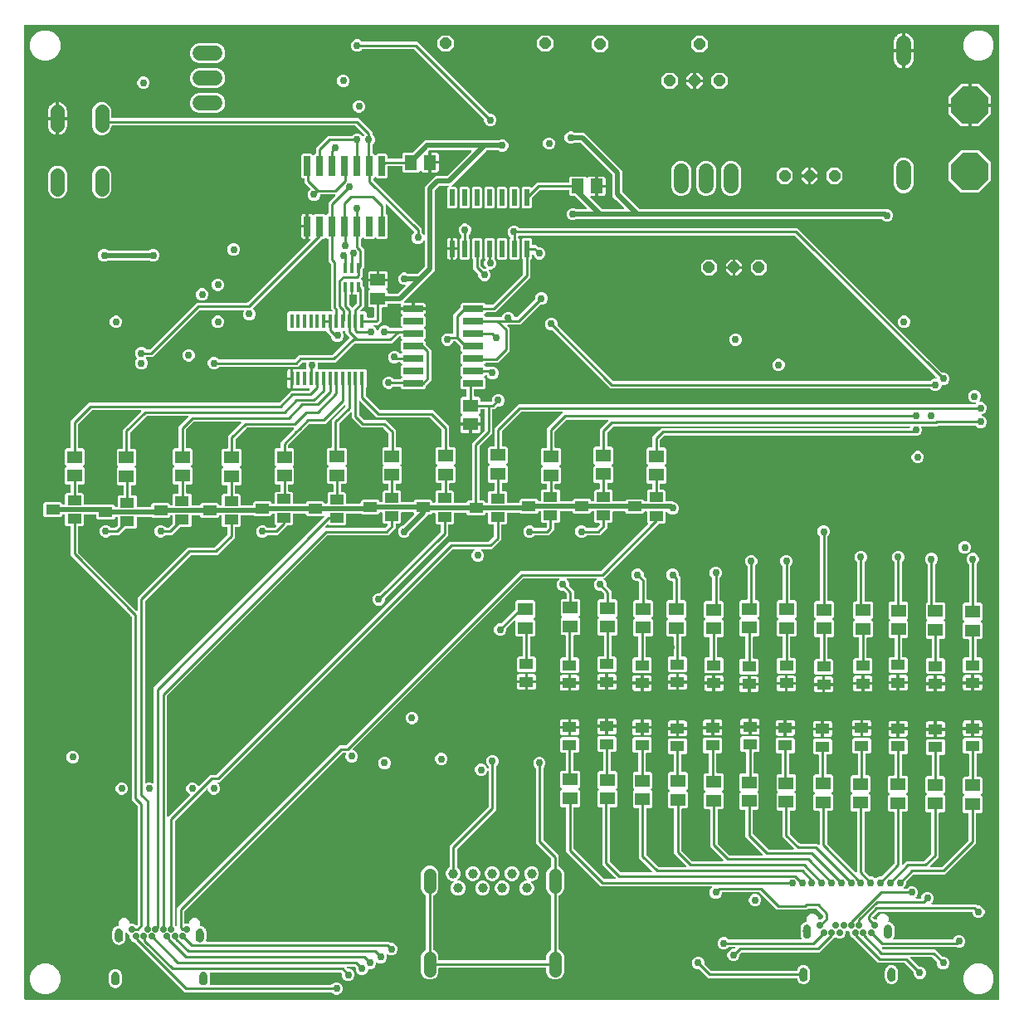
<source format=gbr>
G04 EAGLE Gerber RS-274X export*
G75*
%MOMM*%
%FSLAX34Y34*%
%LPD*%
%INBottom Copper*%
%IPPOS*%
%AMOC8*
5,1,8,0,0,1.08239X$1,22.5*%
G01*
%ADD10P,1.231672X8X22.500000*%
%ADD11R,1.300000X1.500000*%
%ADD12R,1.500000X1.300000*%
%ADD13R,1.450000X1.100000*%
%ADD14R,0.450000X1.475000*%
%ADD15R,0.660400X2.032000*%
%ADD16R,2.032000X0.660400*%
%ADD17C,0.700000*%
%ADD18C,0.800000*%
%ADD19R,1.400000X1.000000*%
%ADD20C,1.422400*%
%ADD21C,1.540000*%
%ADD22R,0.355600X1.117600*%
%ADD23R,0.533400X1.701800*%
%ADD24C,1.000000*%
%ADD25C,1.300000*%
%ADD26C,1.564638*%
%ADD27P,4.123906X8X22.500000*%
%ADD28C,0.254000*%
%ADD29C,0.756400*%
%ADD30C,0.508000*%
%ADD31C,0.152400*%

G36*
X996718Y2544D02*
X996718Y2544D01*
X996737Y2542D01*
X996839Y2564D01*
X996941Y2580D01*
X996958Y2590D01*
X996978Y2594D01*
X997067Y2647D01*
X997158Y2696D01*
X997172Y2710D01*
X997189Y2720D01*
X997256Y2799D01*
X997328Y2874D01*
X997336Y2892D01*
X997349Y2907D01*
X997388Y3003D01*
X997431Y3097D01*
X997433Y3117D01*
X997441Y3135D01*
X997459Y3302D01*
X997459Y996698D01*
X997456Y996718D01*
X997458Y996737D01*
X997436Y996839D01*
X997420Y996941D01*
X997410Y996958D01*
X997406Y996978D01*
X997353Y997067D01*
X997304Y997158D01*
X997290Y997172D01*
X997280Y997189D01*
X997201Y997256D01*
X997126Y997328D01*
X997108Y997336D01*
X997093Y997349D01*
X996997Y997388D01*
X996903Y997431D01*
X996883Y997433D01*
X996865Y997441D01*
X996698Y997459D01*
X3302Y997459D01*
X3282Y997456D01*
X3263Y997458D01*
X3161Y997436D01*
X3059Y997420D01*
X3042Y997410D01*
X3022Y997406D01*
X2933Y997353D01*
X2842Y997304D01*
X2828Y997290D01*
X2811Y997280D01*
X2744Y997201D01*
X2672Y997126D01*
X2664Y997108D01*
X2651Y997093D01*
X2612Y996997D01*
X2569Y996903D01*
X2567Y996883D01*
X2559Y996865D01*
X2541Y996698D01*
X2541Y3302D01*
X2544Y3282D01*
X2542Y3263D01*
X2564Y3161D01*
X2580Y3059D01*
X2590Y3042D01*
X2594Y3022D01*
X2647Y2933D01*
X2696Y2842D01*
X2710Y2828D01*
X2720Y2811D01*
X2799Y2744D01*
X2874Y2672D01*
X2892Y2664D01*
X2907Y2651D01*
X3003Y2612D01*
X3097Y2569D01*
X3117Y2567D01*
X3135Y2559D01*
X3302Y2541D01*
X996698Y2541D01*
X996718Y2544D01*
G37*
%LPC*%
G36*
X319742Y7677D02*
X319742Y7677D01*
X317418Y8640D01*
X316092Y9966D01*
X316018Y10019D01*
X315949Y10079D01*
X315918Y10091D01*
X315892Y10110D01*
X315805Y10137D01*
X315720Y10171D01*
X315679Y10175D01*
X315657Y10182D01*
X315625Y10181D01*
X315554Y10189D01*
X165968Y10189D01*
X163513Y12644D01*
X163513Y12645D01*
X116019Y60139D01*
X116018Y60139D01*
X115421Y60736D01*
X115347Y60789D01*
X115278Y60849D01*
X115247Y60861D01*
X115221Y60880D01*
X115134Y60907D01*
X115049Y60941D01*
X115041Y60942D01*
X112778Y61879D01*
X111079Y63578D01*
X110159Y65798D01*
X110159Y67798D01*
X110140Y67913D01*
X110123Y68029D01*
X110121Y68035D01*
X110120Y68041D01*
X110065Y68144D01*
X110012Y68248D01*
X110007Y68253D01*
X110004Y68258D01*
X109920Y68338D01*
X109836Y68421D01*
X109830Y68424D01*
X109826Y68428D01*
X109809Y68436D01*
X109689Y68502D01*
X108778Y68879D01*
X107079Y70578D01*
X107064Y70614D01*
X107055Y70628D01*
X107051Y70645D01*
X106991Y70733D01*
X106935Y70823D01*
X106921Y70834D01*
X106912Y70848D01*
X106827Y70912D01*
X106745Y70980D01*
X106729Y70986D01*
X106716Y70996D01*
X106615Y71030D01*
X106515Y71068D01*
X106498Y71069D01*
X106482Y71074D01*
X106376Y71074D01*
X106270Y71079D01*
X106253Y71074D01*
X106236Y71074D01*
X106136Y71040D01*
X106033Y71010D01*
X106020Y71000D01*
X106003Y70995D01*
X105919Y70931D01*
X105831Y70870D01*
X105821Y70856D01*
X105808Y70846D01*
X105748Y70758D01*
X105685Y70672D01*
X105679Y70656D01*
X105670Y70642D01*
X105641Y70540D01*
X105608Y70439D01*
X105609Y70422D01*
X105604Y70405D01*
X105604Y70325D01*
X105601Y70322D01*
X105573Y70252D01*
X105537Y70187D01*
X105528Y70139D01*
X105509Y70094D01*
X105495Y69969D01*
X105491Y69946D01*
X105492Y69938D01*
X105491Y69927D01*
X105491Y66273D01*
X105499Y66225D01*
X105497Y66176D01*
X105518Y66104D01*
X105530Y66030D01*
X105553Y65987D01*
X105567Y65940D01*
X105597Y65894D01*
X105496Y64997D01*
X105497Y64968D01*
X105491Y64912D01*
X105491Y64767D01*
X105505Y64681D01*
X105510Y64595D01*
X105526Y64550D01*
X105530Y64524D01*
X105545Y64497D01*
X105566Y64436D01*
X105600Y64367D01*
X105533Y64178D01*
X105526Y64135D01*
X105509Y64094D01*
X105500Y64010D01*
X105490Y63998D01*
X105469Y63955D01*
X105454Y63934D01*
X105445Y63905D01*
X105417Y63847D01*
X105370Y63711D01*
X105370Y63709D01*
X105369Y63708D01*
X105356Y63653D01*
X105353Y63646D01*
X105351Y63631D01*
X105332Y63545D01*
X105276Y63052D01*
X105279Y63008D01*
X105272Y62964D01*
X105281Y62880D01*
X105274Y62867D01*
X105273Y62862D01*
X105266Y62857D01*
X105177Y62745D01*
X105167Y62733D01*
X105166Y62730D01*
X105162Y62726D01*
X104898Y62306D01*
X104898Y62305D01*
X104897Y62304D01*
X104824Y62152D01*
X104661Y61684D01*
X104653Y61641D01*
X104637Y61600D01*
X104627Y61516D01*
X104617Y61504D01*
X104615Y61500D01*
X104608Y61496D01*
X104496Y61407D01*
X104483Y61398D01*
X104481Y61395D01*
X104477Y61392D01*
X104126Y61041D01*
X104125Y61040D01*
X104124Y61039D01*
X104020Y60908D01*
X103756Y60488D01*
X103739Y60447D01*
X103714Y60411D01*
X103686Y60331D01*
X103674Y60322D01*
X103671Y60318D01*
X103663Y60317D01*
X103534Y60254D01*
X103520Y60249D01*
X103517Y60246D01*
X103512Y60244D01*
X103092Y59980D01*
X103091Y59979D01*
X103090Y59979D01*
X102959Y59874D01*
X102608Y59523D01*
X102582Y59487D01*
X102550Y59457D01*
X102505Y59386D01*
X102491Y59380D01*
X102487Y59376D01*
X102479Y59377D01*
X102339Y59345D01*
X102324Y59342D01*
X102321Y59340D01*
X102316Y59339D01*
X101848Y59176D01*
X101846Y59175D01*
X101845Y59175D01*
X101694Y59102D01*
X101274Y58838D01*
X101241Y58809D01*
X101203Y58787D01*
X101143Y58727D01*
X101128Y58724D01*
X101123Y58722D01*
X101116Y58724D01*
X100972Y58724D01*
X100957Y58725D01*
X100954Y58724D01*
X100948Y58724D01*
X100455Y58668D01*
X100454Y58668D01*
X100453Y58668D01*
X100289Y58630D01*
X99821Y58466D01*
X99782Y58445D01*
X99740Y58433D01*
X99669Y58387D01*
X99653Y58388D01*
X99648Y58387D01*
X99641Y58391D01*
X99502Y58422D01*
X99487Y58427D01*
X99483Y58427D01*
X99478Y58428D01*
X98985Y58483D01*
X98984Y58483D01*
X98983Y58484D01*
X98815Y58483D01*
X98322Y58428D01*
X98279Y58416D01*
X98235Y58413D01*
X98155Y58385D01*
X98141Y58389D01*
X98136Y58389D01*
X98130Y58394D01*
X98001Y58456D01*
X97987Y58463D01*
X97984Y58464D01*
X97979Y58466D01*
X97511Y58630D01*
X97509Y58630D01*
X97508Y58631D01*
X97345Y58668D01*
X96852Y58724D01*
X96808Y58721D01*
X96764Y58728D01*
X96680Y58719D01*
X96667Y58726D01*
X96662Y58727D01*
X96657Y58734D01*
X96545Y58823D01*
X96533Y58833D01*
X96530Y58834D01*
X96526Y58838D01*
X96106Y59102D01*
X96105Y59102D01*
X96104Y59103D01*
X95952Y59176D01*
X95484Y59339D01*
X95441Y59347D01*
X95400Y59363D01*
X95316Y59373D01*
X95304Y59383D01*
X95300Y59385D01*
X95296Y59392D01*
X95207Y59504D01*
X95198Y59517D01*
X95195Y59519D01*
X95192Y59523D01*
X94841Y59874D01*
X94840Y59875D01*
X94839Y59876D01*
X94708Y59980D01*
X94288Y60244D01*
X94247Y60261D01*
X94211Y60286D01*
X94131Y60314D01*
X94122Y60326D01*
X94118Y60329D01*
X94117Y60337D01*
X94054Y60466D01*
X94049Y60480D01*
X94046Y60483D01*
X94044Y60488D01*
X93780Y60908D01*
X93779Y60909D01*
X93779Y60910D01*
X93674Y61041D01*
X93323Y61392D01*
X93287Y61418D01*
X93257Y61450D01*
X93186Y61495D01*
X93180Y61509D01*
X93176Y61513D01*
X93177Y61521D01*
X93145Y61661D01*
X93142Y61676D01*
X93140Y61679D01*
X93139Y61684D01*
X92976Y62152D01*
X92975Y62154D01*
X92975Y62155D01*
X92954Y62197D01*
X92954Y62198D01*
X92952Y62201D01*
X92902Y62306D01*
X92638Y62726D01*
X92609Y62759D01*
X92587Y62797D01*
X92527Y62857D01*
X92524Y62872D01*
X92522Y62877D01*
X92524Y62884D01*
X92524Y63028D01*
X92525Y63043D01*
X92524Y63046D01*
X92524Y63052D01*
X92468Y63545D01*
X92468Y63546D01*
X92468Y63547D01*
X92430Y63711D01*
X92383Y63847D01*
X92341Y63923D01*
X92307Y64003D01*
X92304Y64007D01*
X92304Y64015D01*
X92272Y64155D01*
X92270Y64170D01*
X92268Y64173D01*
X92267Y64178D01*
X92201Y64367D01*
X92234Y64436D01*
X92258Y64519D01*
X92291Y64600D01*
X92296Y64647D01*
X92303Y64672D01*
X92302Y64703D01*
X92309Y64767D01*
X92309Y64912D01*
X92305Y64940D01*
X92304Y64997D01*
X92204Y65890D01*
X92227Y65948D01*
X92263Y66013D01*
X92272Y66061D01*
X92291Y66106D01*
X92305Y66231D01*
X92309Y66254D01*
X92308Y66262D01*
X92309Y66273D01*
X92309Y69927D01*
X92301Y69975D01*
X92303Y70024D01*
X92282Y70096D01*
X92270Y70170D01*
X92247Y70213D01*
X92233Y70260D01*
X92203Y70306D01*
X92304Y71203D01*
X92303Y71232D01*
X92309Y71288D01*
X92309Y71433D01*
X92295Y71519D01*
X92290Y71605D01*
X92274Y71650D01*
X92270Y71676D01*
X92255Y71703D01*
X92234Y71764D01*
X92200Y71833D01*
X92267Y72022D01*
X92274Y72065D01*
X92291Y72106D01*
X92300Y72190D01*
X92310Y72202D01*
X92331Y72245D01*
X92346Y72266D01*
X92355Y72295D01*
X92383Y72353D01*
X92430Y72489D01*
X92430Y72491D01*
X92431Y72492D01*
X92468Y72655D01*
X92524Y73148D01*
X92521Y73192D01*
X92528Y73236D01*
X92519Y73320D01*
X92526Y73333D01*
X92527Y73338D01*
X92533Y73343D01*
X92623Y73456D01*
X92633Y73467D01*
X92634Y73470D01*
X92638Y73474D01*
X92902Y73894D01*
X92902Y73895D01*
X92903Y73896D01*
X92976Y74048D01*
X93139Y74516D01*
X93147Y74559D01*
X93163Y74600D01*
X93173Y74684D01*
X93183Y74696D01*
X93185Y74700D01*
X93192Y74704D01*
X93304Y74793D01*
X93317Y74802D01*
X93319Y74805D01*
X93323Y74808D01*
X93674Y75159D01*
X93675Y75160D01*
X93676Y75161D01*
X93780Y75292D01*
X94044Y75712D01*
X94061Y75753D01*
X94086Y75789D01*
X94114Y75869D01*
X94126Y75878D01*
X94129Y75882D01*
X94137Y75883D01*
X94266Y75946D01*
X94280Y75951D01*
X94283Y75954D01*
X94288Y75956D01*
X94708Y76220D01*
X94709Y76221D01*
X94710Y76221D01*
X94841Y76326D01*
X95192Y76677D01*
X95218Y76713D01*
X95250Y76743D01*
X95295Y76814D01*
X95309Y76820D01*
X95313Y76824D01*
X95321Y76823D01*
X95461Y76855D01*
X95476Y76858D01*
X95479Y76860D01*
X95484Y76861D01*
X95952Y77024D01*
X95954Y77025D01*
X95955Y77025D01*
X96106Y77098D01*
X96526Y77362D01*
X96559Y77391D01*
X96597Y77413D01*
X96657Y77473D01*
X96672Y77476D01*
X96677Y77478D01*
X96684Y77476D01*
X96828Y77476D01*
X96843Y77475D01*
X96846Y77476D01*
X96852Y77476D01*
X97345Y77532D01*
X97346Y77532D01*
X97347Y77532D01*
X97511Y77570D01*
X97979Y77734D01*
X98018Y77755D01*
X98060Y77767D01*
X98181Y77844D01*
X98195Y77851D01*
X98197Y77854D01*
X98202Y77857D01*
X98370Y77991D01*
X98384Y78006D01*
X98431Y78039D01*
X98452Y78067D01*
X98479Y78090D01*
X98518Y78155D01*
X98535Y78174D01*
X98541Y78188D01*
X98577Y78236D01*
X98588Y78270D01*
X98607Y78300D01*
X98625Y78379D01*
X98633Y78399D01*
X98635Y78412D01*
X98654Y78470D01*
X98653Y78506D01*
X98661Y78540D01*
X98653Y78621D01*
X98655Y78644D01*
X98652Y78656D01*
X98651Y78716D01*
X98638Y78760D01*
X98636Y78785D01*
X98623Y78813D01*
X98604Y78877D01*
X98409Y79348D01*
X98409Y81652D01*
X99291Y83780D01*
X100920Y85409D01*
X103048Y86291D01*
X105352Y86291D01*
X107480Y85409D01*
X109109Y83780D01*
X109991Y81652D01*
X109991Y80763D01*
X109998Y80717D01*
X109996Y80671D01*
X110018Y80597D01*
X110030Y80520D01*
X110052Y80479D01*
X110065Y80435D01*
X110109Y80371D01*
X110146Y80302D01*
X110179Y80271D01*
X110205Y80233D01*
X110268Y80187D01*
X110324Y80133D01*
X110366Y80114D01*
X110403Y80086D01*
X110476Y80062D01*
X110547Y80029D01*
X110593Y80024D01*
X110636Y80010D01*
X110714Y80011D01*
X110791Y80002D01*
X110836Y80012D01*
X110882Y80013D01*
X110979Y80041D01*
X113402Y80041D01*
X115622Y79121D01*
X116139Y78604D01*
X116155Y78593D01*
X116167Y78577D01*
X116254Y78521D01*
X116338Y78461D01*
X116357Y78455D01*
X116374Y78444D01*
X116475Y78419D01*
X116573Y78388D01*
X116593Y78389D01*
X116613Y78384D01*
X116716Y78392D01*
X116819Y78395D01*
X116838Y78402D01*
X116858Y78403D01*
X116953Y78444D01*
X117050Y78479D01*
X117066Y78492D01*
X117084Y78500D01*
X117215Y78604D01*
X117966Y79356D01*
X118019Y79429D01*
X118079Y79499D01*
X118091Y79529D01*
X118110Y79555D01*
X118137Y79642D01*
X118171Y79727D01*
X118175Y79768D01*
X118182Y79790D01*
X118181Y79823D01*
X118189Y79894D01*
X118189Y199777D01*
X118175Y199867D01*
X118167Y199958D01*
X118155Y199988D01*
X118150Y200020D01*
X118107Y200101D01*
X118071Y200185D01*
X118045Y200217D01*
X118034Y200237D01*
X118011Y200260D01*
X117966Y200316D01*
X112057Y206225D01*
X112057Y393238D01*
X112043Y393328D01*
X112035Y393419D01*
X112023Y393449D01*
X112018Y393481D01*
X111975Y393562D01*
X111939Y393646D01*
X111913Y393678D01*
X111902Y393698D01*
X111879Y393721D01*
X111834Y393776D01*
X49689Y455922D01*
X49689Y484698D01*
X49686Y484718D01*
X49688Y484737D01*
X49666Y484839D01*
X49650Y484941D01*
X49640Y484958D01*
X49636Y484978D01*
X49583Y485067D01*
X49534Y485158D01*
X49520Y485172D01*
X49510Y485189D01*
X49431Y485256D01*
X49356Y485328D01*
X49338Y485336D01*
X49323Y485349D01*
X49227Y485388D01*
X49133Y485431D01*
X49113Y485433D01*
X49095Y485441D01*
X48928Y485459D01*
X45448Y485459D01*
X43959Y486948D01*
X43959Y496658D01*
X43956Y496678D01*
X43958Y496697D01*
X43936Y496799D01*
X43920Y496901D01*
X43910Y496918D01*
X43906Y496938D01*
X43853Y497027D01*
X43804Y497118D01*
X43790Y497132D01*
X43780Y497149D01*
X43701Y497216D01*
X43626Y497288D01*
X43608Y497296D01*
X43593Y497309D01*
X43497Y497348D01*
X43403Y497391D01*
X43383Y497393D01*
X43365Y497401D01*
X43198Y497419D01*
X41802Y497419D01*
X41782Y497416D01*
X41763Y497418D01*
X41661Y497396D01*
X41559Y497380D01*
X41542Y497370D01*
X41522Y497366D01*
X41433Y497313D01*
X41342Y497264D01*
X41328Y497250D01*
X41311Y497240D01*
X41244Y497161D01*
X41172Y497086D01*
X41164Y497068D01*
X41151Y497053D01*
X41112Y496957D01*
X41069Y496863D01*
X41067Y496843D01*
X41059Y496825D01*
X41041Y496658D01*
X41041Y496448D01*
X39552Y494959D01*
X23448Y494959D01*
X21959Y496448D01*
X21959Y508552D01*
X23448Y510041D01*
X39552Y510041D01*
X41041Y508552D01*
X41041Y508342D01*
X41044Y508322D01*
X41042Y508303D01*
X41064Y508201D01*
X41080Y508099D01*
X41090Y508082D01*
X41094Y508062D01*
X41147Y507973D01*
X41196Y507882D01*
X41210Y507868D01*
X41220Y507851D01*
X41299Y507784D01*
X41374Y507712D01*
X41392Y507704D01*
X41407Y507691D01*
X41503Y507652D01*
X41597Y507609D01*
X41617Y507607D01*
X41635Y507599D01*
X41802Y507581D01*
X43198Y507581D01*
X43218Y507584D01*
X43237Y507582D01*
X43339Y507604D01*
X43441Y507620D01*
X43458Y507630D01*
X43478Y507634D01*
X43567Y507687D01*
X43658Y507736D01*
X43672Y507750D01*
X43689Y507760D01*
X43756Y507839D01*
X43828Y507914D01*
X43836Y507932D01*
X43849Y507947D01*
X43888Y508043D01*
X43931Y508137D01*
X43933Y508157D01*
X43941Y508175D01*
X43959Y508342D01*
X43959Y518052D01*
X45448Y519541D01*
X49128Y519541D01*
X49148Y519544D01*
X49167Y519542D01*
X49269Y519564D01*
X49371Y519580D01*
X49388Y519590D01*
X49408Y519594D01*
X49497Y519647D01*
X49588Y519696D01*
X49602Y519710D01*
X49619Y519720D01*
X49686Y519799D01*
X49758Y519874D01*
X49766Y519892D01*
X49779Y519907D01*
X49818Y520003D01*
X49861Y520097D01*
X49863Y520117D01*
X49871Y520135D01*
X49889Y520302D01*
X49889Y527298D01*
X49886Y527318D01*
X49888Y527337D01*
X49866Y527439D01*
X49850Y527541D01*
X49840Y527558D01*
X49836Y527578D01*
X49783Y527667D01*
X49734Y527758D01*
X49720Y527772D01*
X49710Y527789D01*
X49631Y527856D01*
X49556Y527928D01*
X49538Y527936D01*
X49523Y527949D01*
X49427Y527988D01*
X49333Y528031D01*
X49313Y528033D01*
X49295Y528041D01*
X49128Y528059D01*
X45148Y528059D01*
X43659Y529548D01*
X43659Y544652D01*
X45069Y546062D01*
X45080Y546078D01*
X45096Y546090D01*
X45152Y546178D01*
X45212Y546261D01*
X45218Y546280D01*
X45229Y546297D01*
X45254Y546398D01*
X45284Y546497D01*
X45284Y546516D01*
X45289Y546536D01*
X45281Y546639D01*
X45278Y546742D01*
X45271Y546761D01*
X45270Y546781D01*
X45229Y546876D01*
X45194Y546973D01*
X45181Y546989D01*
X45173Y547007D01*
X45069Y547138D01*
X43659Y548548D01*
X43659Y563652D01*
X45148Y565141D01*
X49128Y565141D01*
X49148Y565144D01*
X49167Y565142D01*
X49269Y565164D01*
X49371Y565180D01*
X49388Y565190D01*
X49408Y565194D01*
X49497Y565247D01*
X49588Y565296D01*
X49602Y565310D01*
X49619Y565320D01*
X49686Y565399D01*
X49758Y565474D01*
X49766Y565492D01*
X49779Y565507D01*
X49818Y565603D01*
X49861Y565697D01*
X49863Y565717D01*
X49871Y565735D01*
X49889Y565902D01*
X49889Y593278D01*
X68422Y611811D01*
X262106Y611811D01*
X262196Y611825D01*
X262287Y611833D01*
X262317Y611845D01*
X262349Y611850D01*
X262430Y611893D01*
X262514Y611929D01*
X262546Y611955D01*
X262566Y611966D01*
X262589Y611989D01*
X262645Y612034D01*
X271966Y621356D01*
X274422Y623811D01*
X292106Y623811D01*
X292196Y623825D01*
X292287Y623833D01*
X292317Y623845D01*
X292349Y623850D01*
X292429Y623893D01*
X292514Y623929D01*
X292546Y623955D01*
X292566Y623966D01*
X292588Y623989D01*
X292644Y624034D01*
X293416Y624805D01*
X293457Y624863D01*
X293507Y624915D01*
X293529Y624962D01*
X293559Y625004D01*
X293580Y625073D01*
X293610Y625138D01*
X293616Y625190D01*
X293631Y625240D01*
X293630Y625311D01*
X293637Y625382D01*
X293626Y625433D01*
X293625Y625485D01*
X293600Y625553D01*
X293585Y625623D01*
X293559Y625668D01*
X293541Y625716D01*
X293496Y625772D01*
X293459Y625834D01*
X293419Y625868D01*
X293387Y625908D01*
X293327Y625947D01*
X293272Y625994D01*
X293224Y626013D01*
X293180Y626041D01*
X293111Y626059D01*
X293044Y626086D01*
X292973Y626094D01*
X292942Y626102D01*
X292918Y626100D01*
X292877Y626104D01*
X278527Y626104D01*
X278503Y626116D01*
X278448Y626122D01*
X278394Y626139D01*
X278326Y626137D01*
X278259Y626145D01*
X278181Y626133D01*
X278148Y626133D01*
X278128Y626125D01*
X278093Y626120D01*
X278034Y626104D01*
X276574Y626104D01*
X276574Y635657D01*
X276571Y635676D01*
X276573Y635696D01*
X276551Y635798D01*
X276535Y635900D01*
X276525Y635917D01*
X276521Y635937D01*
X276474Y636015D01*
X276503Y636085D01*
X276546Y636178D01*
X276548Y636198D01*
X276556Y636216D01*
X276574Y636383D01*
X276574Y645936D01*
X278034Y645936D01*
X278093Y645920D01*
X278161Y645913D01*
X278226Y645897D01*
X278282Y645901D01*
X278338Y645895D01*
X278404Y645911D01*
X278472Y645916D01*
X278518Y645936D01*
X289701Y645936D01*
X289746Y645943D01*
X289792Y645941D01*
X289867Y645963D01*
X289943Y645975D01*
X289984Y645997D01*
X290028Y646010D01*
X290092Y646054D01*
X290161Y646091D01*
X290192Y646124D01*
X290230Y646150D01*
X290276Y646212D01*
X290330Y646269D01*
X290349Y646311D01*
X290377Y646347D01*
X290401Y646421D01*
X290434Y646492D01*
X290439Y646538D01*
X290453Y646581D01*
X290452Y646659D01*
X290461Y646736D01*
X290451Y646781D01*
X290451Y646827D01*
X290412Y646959D01*
X290408Y646977D01*
X290406Y646981D01*
X290404Y646988D01*
X289677Y648742D01*
X289677Y651258D01*
X289761Y651459D01*
X289771Y651503D01*
X289790Y651545D01*
X289799Y651622D01*
X289817Y651698D01*
X289812Y651744D01*
X289817Y651789D01*
X289801Y651866D01*
X289794Y651943D01*
X289775Y651985D01*
X289765Y652030D01*
X289725Y652097D01*
X289694Y652168D01*
X289663Y652202D01*
X289639Y652241D01*
X289580Y652292D01*
X289527Y652349D01*
X289487Y652371D01*
X289452Y652401D01*
X289380Y652430D01*
X289312Y652467D01*
X289267Y652476D01*
X289224Y652493D01*
X289088Y652508D01*
X289070Y652511D01*
X289065Y652510D01*
X289057Y652511D01*
X286216Y652511D01*
X286126Y652497D01*
X286035Y652489D01*
X286005Y652477D01*
X285973Y652472D01*
X285892Y652429D01*
X285808Y652393D01*
X285776Y652367D01*
X285756Y652356D01*
X285733Y652333D01*
X285678Y652288D01*
X281578Y648189D01*
X201446Y648189D01*
X201356Y648175D01*
X201265Y648167D01*
X201236Y648155D01*
X201204Y648150D01*
X201123Y648107D01*
X201039Y648071D01*
X201007Y648045D01*
X200986Y648034D01*
X200964Y648011D01*
X200908Y647966D01*
X199582Y646640D01*
X197258Y645677D01*
X194742Y645677D01*
X192418Y646640D01*
X190640Y648418D01*
X189677Y650742D01*
X189677Y653258D01*
X190640Y655582D01*
X192418Y657360D01*
X194742Y658323D01*
X197258Y658323D01*
X199582Y657360D01*
X200908Y656034D01*
X200982Y655981D01*
X201051Y655921D01*
X201082Y655909D01*
X201108Y655890D01*
X201195Y655863D01*
X201280Y655829D01*
X201321Y655825D01*
X201343Y655818D01*
X201375Y655819D01*
X201446Y655811D01*
X278106Y655811D01*
X278196Y655825D01*
X278287Y655833D01*
X278317Y655845D01*
X278349Y655850D01*
X278430Y655893D01*
X278514Y655929D01*
X278546Y655955D01*
X278566Y655966D01*
X278589Y655989D01*
X278644Y656034D01*
X282744Y660133D01*
X316428Y660133D01*
X316518Y660147D01*
X316609Y660155D01*
X316639Y660167D01*
X316671Y660172D01*
X316752Y660215D01*
X316836Y660251D01*
X316868Y660277D01*
X316888Y660288D01*
X316911Y660311D01*
X316966Y660356D01*
X334073Y677462D01*
X334084Y677478D01*
X334100Y677490D01*
X334156Y677578D01*
X334216Y677661D01*
X334222Y677680D01*
X334233Y677697D01*
X334258Y677798D01*
X334288Y677897D01*
X334288Y677916D01*
X334293Y677936D01*
X334285Y678039D01*
X334282Y678142D01*
X334275Y678161D01*
X334274Y678181D01*
X334233Y678276D01*
X334198Y678373D01*
X334185Y678389D01*
X334177Y678407D01*
X334073Y678538D01*
X332595Y680016D01*
X332594Y680016D01*
X330139Y682472D01*
X330139Y684103D01*
X330136Y684123D01*
X330138Y684142D01*
X330116Y684244D01*
X330100Y684346D01*
X330090Y684363D01*
X330086Y684383D01*
X330033Y684472D01*
X329984Y684563D01*
X329970Y684577D01*
X329960Y684594D01*
X329881Y684661D01*
X329806Y684733D01*
X329788Y684741D01*
X329773Y684754D01*
X329677Y684793D01*
X329583Y684836D01*
X329563Y684838D01*
X329545Y684846D01*
X329378Y684864D01*
X327915Y684864D01*
X327844Y684853D01*
X327773Y684851D01*
X327724Y684833D01*
X327672Y684825D01*
X327609Y684791D01*
X327542Y684766D01*
X327501Y684734D01*
X327455Y684709D01*
X327406Y684657D01*
X327350Y684613D01*
X327322Y684569D01*
X327286Y684531D01*
X327255Y684466D01*
X327217Y684406D01*
X327204Y684355D01*
X327182Y684308D01*
X327174Y684237D01*
X327157Y684167D01*
X327161Y684115D01*
X327155Y684064D01*
X327170Y683993D01*
X327176Y683922D01*
X327196Y683874D01*
X327207Y683823D01*
X327244Y683762D01*
X327272Y683696D01*
X327317Y683640D01*
X327333Y683612D01*
X327351Y683597D01*
X327357Y683590D01*
X328323Y681258D01*
X328323Y678742D01*
X327360Y676418D01*
X325582Y674640D01*
X323258Y673677D01*
X320742Y673677D01*
X318418Y674640D01*
X316640Y676418D01*
X315656Y678794D01*
X315655Y678799D01*
X315643Y678829D01*
X315638Y678861D01*
X315595Y678942D01*
X315559Y679026D01*
X315533Y679058D01*
X315522Y679078D01*
X315499Y679101D01*
X315454Y679156D01*
X310639Y683972D01*
X310639Y684103D01*
X310636Y684123D01*
X310638Y684142D01*
X310616Y684244D01*
X310600Y684346D01*
X310590Y684363D01*
X310586Y684383D01*
X310533Y684472D01*
X310484Y684563D01*
X310470Y684577D01*
X310460Y684594D01*
X310381Y684661D01*
X310306Y684733D01*
X310288Y684741D01*
X310273Y684754D01*
X310177Y684793D01*
X310083Y684836D01*
X310063Y684838D01*
X310045Y684846D01*
X309878Y684864D01*
X272148Y684864D01*
X270659Y686353D01*
X270659Y703207D01*
X272148Y704696D01*
X316077Y704696D01*
X316148Y704707D01*
X316220Y704709D01*
X316269Y704727D01*
X316320Y704735D01*
X316383Y704769D01*
X316451Y704794D01*
X316491Y704826D01*
X316537Y704851D01*
X316587Y704903D01*
X316643Y704947D01*
X316671Y704991D01*
X316707Y705029D01*
X316737Y705094D01*
X316776Y705154D01*
X316788Y705205D01*
X316810Y705252D01*
X316818Y705323D01*
X316836Y705393D01*
X316832Y705445D01*
X316837Y705496D01*
X316822Y705567D01*
X316817Y705638D01*
X316796Y705686D01*
X316785Y705737D01*
X316748Y705798D01*
X316720Y705864D01*
X316676Y705920D01*
X316659Y705948D01*
X316641Y705963D01*
X316616Y705995D01*
X315139Y707472D01*
X315139Y753156D01*
X315138Y753167D01*
X315138Y753173D01*
X315131Y753204D01*
X315125Y753246D01*
X315117Y753337D01*
X315105Y753367D01*
X315100Y753399D01*
X315057Y753480D01*
X315021Y753564D01*
X314995Y753596D01*
X314984Y753616D01*
X314961Y753639D01*
X314916Y753694D01*
X312689Y755922D01*
X312689Y778204D01*
X312686Y778224D01*
X312688Y778243D01*
X312666Y778345D01*
X312650Y778447D01*
X312640Y778464D01*
X312636Y778484D01*
X312583Y778573D01*
X312534Y778664D01*
X312520Y778678D01*
X312510Y778695D01*
X312431Y778762D01*
X312356Y778834D01*
X312338Y778842D01*
X312323Y778855D01*
X312227Y778894D01*
X312209Y778902D01*
X310688Y780423D01*
X310672Y780434D01*
X310660Y780450D01*
X310572Y780506D01*
X310489Y780566D01*
X310470Y780572D01*
X310453Y780583D01*
X310352Y780608D01*
X310253Y780638D01*
X310234Y780638D01*
X310214Y780643D01*
X310111Y780635D01*
X310008Y780632D01*
X309989Y780625D01*
X309969Y780624D01*
X309874Y780583D01*
X309777Y780548D01*
X309761Y780535D01*
X309743Y780527D01*
X309612Y780423D01*
X308154Y778965D01*
X306670Y778965D01*
X306580Y778951D01*
X306489Y778943D01*
X306459Y778931D01*
X306427Y778926D01*
X306346Y778883D01*
X306262Y778847D01*
X306230Y778821D01*
X306210Y778810D01*
X306187Y778787D01*
X306132Y778742D01*
X236034Y708644D01*
X235704Y708315D01*
X235692Y708298D01*
X235677Y708286D01*
X235621Y708199D01*
X235560Y708115D01*
X235554Y708096D01*
X235544Y708079D01*
X235518Y707979D01*
X235488Y707880D01*
X235488Y707860D01*
X235483Y707840D01*
X235492Y707737D01*
X235494Y707634D01*
X235501Y707615D01*
X235503Y707595D01*
X235543Y707500D01*
X235579Y707403D01*
X235591Y707387D01*
X235599Y707369D01*
X235704Y707238D01*
X237360Y705582D01*
X238323Y703258D01*
X238323Y700742D01*
X237360Y698418D01*
X235582Y696640D01*
X233258Y695677D01*
X230742Y695677D01*
X228418Y696640D01*
X226640Y698418D01*
X225677Y700742D01*
X225677Y703258D01*
X226456Y705137D01*
X226466Y705181D01*
X226485Y705223D01*
X226494Y705300D01*
X226512Y705376D01*
X226507Y705422D01*
X226513Y705467D01*
X226496Y705544D01*
X226489Y705621D01*
X226470Y705663D01*
X226460Y705708D01*
X226420Y705775D01*
X226389Y705846D01*
X226358Y705880D01*
X226334Y705919D01*
X226275Y705970D01*
X226222Y706027D01*
X226182Y706049D01*
X226147Y706079D01*
X226075Y706108D01*
X226007Y706145D01*
X225962Y706154D01*
X225919Y706171D01*
X225783Y706186D01*
X225765Y706189D01*
X225760Y706188D01*
X225752Y706189D01*
X181894Y706189D01*
X181804Y706175D01*
X181713Y706167D01*
X181683Y706155D01*
X181651Y706150D01*
X181570Y706107D01*
X181486Y706071D01*
X181454Y706045D01*
X181434Y706034D01*
X181411Y706011D01*
X181356Y705966D01*
X133578Y658189D01*
X127446Y658189D01*
X127356Y658175D01*
X127265Y658167D01*
X127235Y658155D01*
X127204Y658150D01*
X127123Y658107D01*
X127039Y658071D01*
X127007Y658045D01*
X126986Y658034D01*
X126964Y658011D01*
X126908Y657966D01*
X126480Y657538D01*
X126468Y657522D01*
X126453Y657510D01*
X126397Y657422D01*
X126336Y657339D01*
X126331Y657320D01*
X126320Y657303D01*
X126295Y657202D01*
X126264Y657104D01*
X126265Y657084D01*
X126260Y657064D01*
X126268Y656961D01*
X126270Y656858D01*
X126277Y656839D01*
X126279Y656819D01*
X126319Y656724D01*
X126355Y656627D01*
X126367Y656611D01*
X126375Y656593D01*
X126480Y656462D01*
X127360Y655582D01*
X128323Y653258D01*
X128323Y650742D01*
X127360Y648418D01*
X125582Y646640D01*
X123258Y645677D01*
X120742Y645677D01*
X118418Y646640D01*
X116640Y648418D01*
X115677Y650742D01*
X115677Y653258D01*
X116640Y655582D01*
X117520Y656462D01*
X117532Y656478D01*
X117547Y656490D01*
X117603Y656578D01*
X117664Y656661D01*
X117669Y656680D01*
X117680Y656697D01*
X117705Y656798D01*
X117736Y656897D01*
X117735Y656916D01*
X117740Y656936D01*
X117732Y657039D01*
X117730Y657142D01*
X117723Y657161D01*
X117721Y657181D01*
X117681Y657276D01*
X117645Y657373D01*
X117633Y657389D01*
X117625Y657407D01*
X117520Y657538D01*
X116640Y658418D01*
X115677Y660742D01*
X115677Y663258D01*
X116640Y665582D01*
X118418Y667360D01*
X120742Y668323D01*
X123258Y668323D01*
X125582Y667360D01*
X126908Y666034D01*
X126982Y665981D01*
X127051Y665921D01*
X127082Y665909D01*
X127108Y665890D01*
X127195Y665863D01*
X127280Y665829D01*
X127321Y665825D01*
X127343Y665818D01*
X127375Y665819D01*
X127446Y665811D01*
X130106Y665811D01*
X130196Y665825D01*
X130287Y665833D01*
X130317Y665845D01*
X130349Y665850D01*
X130430Y665893D01*
X130514Y665929D01*
X130546Y665955D01*
X130566Y665966D01*
X130589Y665989D01*
X130644Y666034D01*
X178422Y713811D01*
X230106Y713811D01*
X230196Y713825D01*
X230287Y713833D01*
X230317Y713845D01*
X230349Y713850D01*
X230430Y713893D01*
X230514Y713929D01*
X230546Y713955D01*
X230566Y713966D01*
X230589Y713989D01*
X230644Y714034D01*
X294277Y777666D01*
X294318Y777724D01*
X294368Y777776D01*
X294390Y777823D01*
X294420Y777865D01*
X294441Y777934D01*
X294471Y777999D01*
X294477Y778051D01*
X294492Y778101D01*
X294491Y778172D01*
X294498Y778243D01*
X294487Y778294D01*
X294486Y778346D01*
X294461Y778414D01*
X294446Y778484D01*
X294420Y778529D01*
X294402Y778577D01*
X294357Y778633D01*
X294320Y778695D01*
X294280Y778729D01*
X294248Y778769D01*
X294188Y778808D01*
X294133Y778855D01*
X294085Y778874D01*
X294041Y778902D01*
X293972Y778920D01*
X293905Y778947D01*
X293834Y778955D01*
X293802Y778963D01*
X293779Y778961D01*
X293738Y778965D01*
X292623Y778965D01*
X292623Y790904D01*
X292620Y790924D01*
X292622Y790943D01*
X292600Y791045D01*
X292583Y791147D01*
X292574Y791164D01*
X292570Y791184D01*
X292517Y791273D01*
X292468Y791364D01*
X292454Y791378D01*
X292444Y791395D01*
X292365Y791462D01*
X292290Y791533D01*
X292272Y791542D01*
X292257Y791555D01*
X292161Y791594D01*
X292067Y791637D01*
X292047Y791639D01*
X292029Y791647D01*
X291862Y791665D01*
X291099Y791665D01*
X291099Y791667D01*
X291862Y791667D01*
X291882Y791670D01*
X291901Y791668D01*
X292003Y791690D01*
X292105Y791707D01*
X292122Y791716D01*
X292142Y791720D01*
X292231Y791773D01*
X292322Y791822D01*
X292336Y791836D01*
X292353Y791846D01*
X292420Y791925D01*
X292491Y792000D01*
X292500Y792018D01*
X292513Y792033D01*
X292552Y792129D01*
X292595Y792223D01*
X292597Y792243D01*
X292605Y792261D01*
X292623Y792428D01*
X292623Y804367D01*
X294736Y804367D01*
X295383Y804194D01*
X295962Y803859D01*
X296435Y803386D01*
X296682Y802958D01*
X296728Y802902D01*
X296738Y802885D01*
X296751Y802874D01*
X296758Y802866D01*
X296832Y802774D01*
X296835Y802771D01*
X296838Y802768D01*
X296939Y802704D01*
X297039Y802641D01*
X297043Y802640D01*
X297046Y802637D01*
X297162Y802609D01*
X297277Y802580D01*
X297281Y802581D01*
X297285Y802580D01*
X297404Y802590D01*
X297522Y802600D01*
X297526Y802601D01*
X297530Y802602D01*
X297640Y802650D01*
X297749Y802696D01*
X297752Y802699D01*
X297756Y802700D01*
X297766Y802710D01*
X297880Y802801D01*
X299446Y804367D01*
X308154Y804367D01*
X309612Y802909D01*
X309628Y802898D01*
X309640Y802882D01*
X309728Y802826D01*
X309811Y802766D01*
X309830Y802760D01*
X309847Y802749D01*
X309948Y802724D01*
X310047Y802694D01*
X310066Y802694D01*
X310086Y802689D01*
X310189Y802697D01*
X310292Y802700D01*
X310311Y802707D01*
X310331Y802708D01*
X310426Y802749D01*
X310523Y802784D01*
X310539Y802797D01*
X310557Y802805D01*
X310688Y802909D01*
X312196Y804418D01*
X312208Y804420D01*
X312297Y804473D01*
X312388Y804522D01*
X312402Y804536D01*
X312419Y804546D01*
X312486Y804625D01*
X312558Y804700D01*
X312566Y804718D01*
X312579Y804733D01*
X312618Y804829D01*
X312661Y804923D01*
X312663Y804943D01*
X312671Y804961D01*
X312689Y805128D01*
X312689Y816078D01*
X315144Y818534D01*
X319501Y822890D01*
X319542Y822948D01*
X319592Y823000D01*
X319614Y823047D01*
X319644Y823089D01*
X319665Y823158D01*
X319695Y823223D01*
X319701Y823275D01*
X319716Y823325D01*
X319715Y823396D01*
X319722Y823467D01*
X319711Y823518D01*
X319710Y823570D01*
X319685Y823638D01*
X319670Y823708D01*
X319644Y823753D01*
X319626Y823801D01*
X319581Y823857D01*
X319544Y823919D01*
X319504Y823953D01*
X319472Y823993D01*
X319412Y824032D01*
X319357Y824079D01*
X319309Y824098D01*
X319265Y824126D01*
X319196Y824144D01*
X319129Y824171D01*
X319058Y824179D01*
X319026Y824187D01*
X319003Y824185D01*
X318962Y824189D01*
X305084Y824189D01*
X305064Y824186D01*
X305045Y824188D01*
X304943Y824166D01*
X304841Y824150D01*
X304824Y824140D01*
X304804Y824136D01*
X304715Y824083D01*
X304624Y824034D01*
X304610Y824020D01*
X304593Y824010D01*
X304526Y823931D01*
X304454Y823856D01*
X304446Y823838D01*
X304433Y823823D01*
X304394Y823727D01*
X304351Y823633D01*
X304349Y823613D01*
X304341Y823595D01*
X304323Y823428D01*
X304323Y822742D01*
X303360Y820418D01*
X301582Y818640D01*
X299258Y817677D01*
X296742Y817677D01*
X294418Y818640D01*
X292640Y820418D01*
X291677Y822742D01*
X291677Y825258D01*
X292640Y827582D01*
X294296Y829238D01*
X294308Y829254D01*
X294323Y829267D01*
X294380Y829354D01*
X294440Y829438D01*
X294446Y829457D01*
X294456Y829474D01*
X294482Y829574D01*
X294512Y829673D01*
X294512Y829693D01*
X294517Y829712D01*
X294508Y829815D01*
X294506Y829919D01*
X294499Y829937D01*
X294497Y829957D01*
X294457Y830052D01*
X294421Y830150D01*
X294409Y830165D01*
X294401Y830184D01*
X294296Y830315D01*
X288189Y836422D01*
X288189Y839672D01*
X288186Y839692D01*
X288188Y839711D01*
X288166Y839813D01*
X288150Y839915D01*
X288140Y839932D01*
X288136Y839952D01*
X288083Y840041D01*
X288034Y840132D01*
X288020Y840146D01*
X288010Y840163D01*
X287931Y840230D01*
X287856Y840302D01*
X287838Y840310D01*
X287823Y840323D01*
X287727Y840362D01*
X287633Y840405D01*
X287613Y840407D01*
X287595Y840415D01*
X287428Y840433D01*
X286746Y840433D01*
X285257Y841922D01*
X285257Y864346D01*
X286746Y865835D01*
X295454Y865835D01*
X296912Y864377D01*
X296928Y864366D01*
X296940Y864350D01*
X297028Y864294D01*
X297111Y864234D01*
X297130Y864228D01*
X297147Y864217D01*
X297248Y864192D01*
X297347Y864162D01*
X297366Y864162D01*
X297386Y864157D01*
X297489Y864165D01*
X297592Y864168D01*
X297611Y864175D01*
X297631Y864176D01*
X297726Y864217D01*
X297823Y864252D01*
X297839Y864265D01*
X297857Y864273D01*
X297988Y864377D01*
X299496Y865886D01*
X299508Y865888D01*
X299597Y865941D01*
X299688Y865990D01*
X299702Y866004D01*
X299719Y866014D01*
X299786Y866093D01*
X299858Y866168D01*
X299866Y866186D01*
X299879Y866201D01*
X299918Y866297D01*
X299961Y866391D01*
X299963Y866411D01*
X299971Y866429D01*
X299989Y866596D01*
X299989Y871378D01*
X312422Y883811D01*
X336554Y883811D01*
X336644Y883825D01*
X336735Y883833D01*
X336764Y883845D01*
X336796Y883850D01*
X336877Y883893D01*
X336961Y883929D01*
X336993Y883955D01*
X337014Y883966D01*
X337036Y883989D01*
X337092Y884034D01*
X338418Y885360D01*
X340742Y886323D01*
X343258Y886323D01*
X345582Y885360D01*
X347462Y883480D01*
X347478Y883468D01*
X347490Y883453D01*
X347578Y883397D01*
X347661Y883336D01*
X347680Y883331D01*
X347697Y883320D01*
X347798Y883294D01*
X347897Y883264D01*
X347916Y883265D01*
X347936Y883260D01*
X348039Y883268D01*
X348142Y883270D01*
X348161Y883277D01*
X348181Y883279D01*
X348276Y883319D01*
X348373Y883355D01*
X348389Y883367D01*
X348407Y883375D01*
X348538Y883480D01*
X349296Y884238D01*
X349308Y884254D01*
X349323Y884267D01*
X349380Y884354D01*
X349440Y884438D01*
X349446Y884457D01*
X349456Y884473D01*
X349482Y884574D01*
X349512Y884673D01*
X349512Y884693D01*
X349517Y884712D01*
X349508Y884815D01*
X349506Y884919D01*
X349499Y884937D01*
X349497Y884957D01*
X349457Y885052D01*
X349421Y885150D01*
X349409Y885165D01*
X349401Y885184D01*
X349296Y885315D01*
X340644Y893966D01*
X340571Y894019D01*
X340501Y894079D01*
X340471Y894091D01*
X340445Y894110D01*
X340358Y894137D01*
X340273Y894171D01*
X340232Y894175D01*
X340210Y894182D01*
X340177Y894181D01*
X340106Y894189D01*
X91920Y894189D01*
X91900Y894186D01*
X91881Y894188D01*
X91779Y894166D01*
X91677Y894150D01*
X91660Y894140D01*
X91640Y894136D01*
X91551Y894083D01*
X91460Y894034D01*
X91446Y894020D01*
X91429Y894010D01*
X91362Y893931D01*
X91290Y893856D01*
X91282Y893838D01*
X91269Y893823D01*
X91230Y893727D01*
X91187Y893633D01*
X91185Y893613D01*
X91177Y893595D01*
X91159Y893428D01*
X91159Y892580D01*
X89689Y889032D01*
X86974Y886317D01*
X83426Y884847D01*
X79586Y884847D01*
X76038Y886317D01*
X73323Y889032D01*
X71853Y892580D01*
X71853Y910644D01*
X73323Y914192D01*
X76038Y916907D01*
X79586Y918377D01*
X83426Y918377D01*
X86974Y916907D01*
X89689Y914192D01*
X91159Y910644D01*
X91159Y902572D01*
X91162Y902552D01*
X91160Y902533D01*
X91182Y902431D01*
X91198Y902329D01*
X91208Y902312D01*
X91212Y902292D01*
X91265Y902203D01*
X91314Y902112D01*
X91328Y902098D01*
X91338Y902081D01*
X91417Y902014D01*
X91492Y901942D01*
X91510Y901934D01*
X91525Y901921D01*
X91621Y901882D01*
X91715Y901839D01*
X91735Y901837D01*
X91753Y901829D01*
X91920Y901811D01*
X343578Y901811D01*
X357811Y887578D01*
X357811Y885446D01*
X357825Y885356D01*
X357833Y885265D01*
X357845Y885235D01*
X357850Y885204D01*
X357893Y885123D01*
X357929Y885039D01*
X357955Y885007D01*
X357966Y884986D01*
X357989Y884964D01*
X358034Y884908D01*
X359360Y883582D01*
X360323Y881258D01*
X360323Y878742D01*
X359360Y876418D01*
X358034Y875092D01*
X357981Y875018D01*
X357921Y874949D01*
X357909Y874918D01*
X357890Y874892D01*
X357863Y874805D01*
X357829Y874720D01*
X357825Y874679D01*
X357818Y874657D01*
X357819Y874625D01*
X357811Y874554D01*
X357811Y866596D01*
X357814Y866576D01*
X357812Y866557D01*
X357834Y866455D01*
X357850Y866353D01*
X357860Y866336D01*
X357864Y866316D01*
X357917Y866227D01*
X357966Y866136D01*
X357980Y866122D01*
X357990Y866105D01*
X358069Y866038D01*
X358144Y865966D01*
X358162Y865958D01*
X358177Y865945D01*
X358273Y865906D01*
X358367Y865863D01*
X358387Y865861D01*
X358405Y865853D01*
X358572Y865835D01*
X358954Y865835D01*
X360412Y864377D01*
X360428Y864366D01*
X360440Y864350D01*
X360528Y864294D01*
X360611Y864234D01*
X360630Y864228D01*
X360647Y864217D01*
X360748Y864192D01*
X360847Y864162D01*
X360866Y864162D01*
X360886Y864157D01*
X360989Y864165D01*
X361092Y864168D01*
X361111Y864175D01*
X361131Y864176D01*
X361226Y864217D01*
X361323Y864252D01*
X361339Y864265D01*
X361357Y864273D01*
X361488Y864377D01*
X362946Y865835D01*
X371654Y865835D01*
X373143Y864346D01*
X373143Y861372D01*
X373146Y861352D01*
X373144Y861333D01*
X373166Y861231D01*
X373182Y861129D01*
X373192Y861112D01*
X373196Y861092D01*
X373249Y861003D01*
X373298Y860912D01*
X373312Y860898D01*
X373322Y860881D01*
X373401Y860814D01*
X373476Y860742D01*
X373494Y860734D01*
X373509Y860721D01*
X373605Y860682D01*
X373699Y860639D01*
X373719Y860637D01*
X373737Y860629D01*
X373904Y860611D01*
X387298Y860611D01*
X387318Y860614D01*
X387337Y860612D01*
X387439Y860634D01*
X387541Y860650D01*
X387558Y860660D01*
X387578Y860664D01*
X387667Y860717D01*
X387758Y860766D01*
X387772Y860780D01*
X387789Y860790D01*
X387856Y860869D01*
X387928Y860944D01*
X387936Y860962D01*
X387949Y860977D01*
X387988Y861073D01*
X388031Y861167D01*
X388033Y861187D01*
X388041Y861205D01*
X388059Y861372D01*
X388059Y865352D01*
X389548Y866841D01*
X398540Y866841D01*
X398630Y866855D01*
X398721Y866863D01*
X398751Y866875D01*
X398783Y866880D01*
X398864Y866923D01*
X398948Y866959D01*
X398980Y866985D01*
X399000Y866996D01*
X399023Y867019D01*
X399078Y867064D01*
X407896Y875882D01*
X411095Y879081D01*
X485824Y879081D01*
X485914Y879095D01*
X486005Y879103D01*
X486034Y879115D01*
X486066Y879120D01*
X486147Y879163D01*
X486231Y879199D01*
X486263Y879225D01*
X486284Y879236D01*
X486306Y879259D01*
X486362Y879304D01*
X486418Y879360D01*
X488742Y880323D01*
X491258Y880323D01*
X493582Y879360D01*
X495360Y877582D01*
X496323Y875258D01*
X496323Y872742D01*
X495360Y870418D01*
X493582Y868640D01*
X491258Y867677D01*
X488742Y867677D01*
X486418Y868640D01*
X486362Y868696D01*
X486288Y868749D01*
X486219Y868809D01*
X486188Y868821D01*
X486162Y868840D01*
X486075Y868867D01*
X485990Y868901D01*
X485949Y868905D01*
X485927Y868912D01*
X485895Y868911D01*
X485824Y868919D01*
X474420Y868919D01*
X474330Y868905D01*
X474239Y868897D01*
X474209Y868885D01*
X474177Y868880D01*
X474096Y868837D01*
X474012Y868801D01*
X473980Y868775D01*
X473960Y868764D01*
X473937Y868741D01*
X473882Y868696D01*
X441304Y836118D01*
X438142Y832957D01*
X438101Y832899D01*
X438051Y832847D01*
X438029Y832800D01*
X437999Y832758D01*
X437978Y832689D01*
X437948Y832624D01*
X437942Y832572D01*
X437927Y832522D01*
X437928Y832451D01*
X437921Y832380D01*
X437932Y832329D01*
X437933Y832277D01*
X437958Y832209D01*
X437973Y832139D01*
X438000Y832094D01*
X438017Y832046D01*
X438062Y831990D01*
X438099Y831928D01*
X438139Y831894D01*
X438171Y831854D01*
X438231Y831815D01*
X438286Y831768D01*
X438334Y831749D01*
X438378Y831721D01*
X438447Y831703D01*
X438514Y831676D01*
X438585Y831668D01*
X438617Y831660D01*
X438640Y831662D01*
X438681Y831658D01*
X442719Y831658D01*
X444208Y830169D01*
X444208Y811047D01*
X442719Y809558D01*
X435281Y809558D01*
X433792Y811047D01*
X433792Y830169D01*
X435243Y831620D01*
X435284Y831678D01*
X435334Y831730D01*
X435356Y831777D01*
X435386Y831819D01*
X435407Y831888D01*
X435437Y831953D01*
X435443Y832005D01*
X435459Y832055D01*
X435457Y832126D01*
X435465Y832197D01*
X435453Y832248D01*
X435452Y832300D01*
X435428Y832368D01*
X435412Y832438D01*
X435386Y832483D01*
X435368Y832531D01*
X435323Y832587D01*
X435286Y832649D01*
X435247Y832683D01*
X435214Y832723D01*
X435154Y832762D01*
X435099Y832809D01*
X435051Y832828D01*
X435007Y832856D01*
X434938Y832874D01*
X434871Y832901D01*
X434800Y832909D01*
X434769Y832917D01*
X434745Y832915D01*
X434704Y832919D01*
X426420Y832919D01*
X426330Y832905D01*
X426239Y832897D01*
X426209Y832885D01*
X426177Y832880D01*
X426096Y832837D01*
X426013Y832801D01*
X425980Y832775D01*
X425960Y832764D01*
X425938Y832741D01*
X425882Y832696D01*
X421304Y828118D01*
X421251Y828045D01*
X421191Y827975D01*
X421179Y827945D01*
X421160Y827919D01*
X421133Y827832D01*
X421099Y827747D01*
X421095Y827706D01*
X421088Y827684D01*
X421089Y827651D01*
X421081Y827580D01*
X421081Y745895D01*
X407882Y732696D01*
X389927Y714742D01*
X389886Y714684D01*
X389836Y714632D01*
X389814Y714585D01*
X389784Y714543D01*
X389763Y714474D01*
X389733Y714409D01*
X389727Y714357D01*
X389712Y714307D01*
X389713Y714236D01*
X389706Y714165D01*
X389717Y714114D01*
X389718Y714062D01*
X389743Y713994D01*
X389758Y713924D01*
X389785Y713879D01*
X389802Y713831D01*
X389847Y713775D01*
X389884Y713713D01*
X389924Y713679D01*
X389956Y713639D01*
X390016Y713600D01*
X390071Y713553D01*
X390119Y713534D01*
X390163Y713506D01*
X390232Y713488D01*
X390299Y713461D01*
X390370Y713453D01*
X390402Y713445D01*
X390425Y713447D01*
X390466Y713443D01*
X397543Y713443D01*
X397543Y709123D01*
X386365Y709123D01*
X386365Y711236D01*
X386506Y711761D01*
X386518Y711880D01*
X386531Y711997D01*
X386530Y712002D01*
X386530Y712006D01*
X386504Y712121D01*
X386478Y712238D01*
X386476Y712241D01*
X386475Y712245D01*
X386414Y712346D01*
X386352Y712449D01*
X386349Y712452D01*
X386347Y712455D01*
X386256Y712531D01*
X386165Y712609D01*
X386161Y712610D01*
X386158Y712613D01*
X386049Y712656D01*
X385937Y712701D01*
X385932Y712701D01*
X385929Y712703D01*
X385916Y712703D01*
X385771Y712719D01*
X374102Y712719D01*
X374082Y712716D01*
X374063Y712718D01*
X373961Y712696D01*
X373859Y712680D01*
X373842Y712670D01*
X373822Y712666D01*
X373733Y712613D01*
X373642Y712564D01*
X373628Y712550D01*
X373611Y712540D01*
X373544Y712461D01*
X373472Y712386D01*
X373464Y712368D01*
X373451Y712353D01*
X373412Y712257D01*
X373369Y712163D01*
X373367Y712143D01*
X373359Y712125D01*
X373341Y711958D01*
X373341Y710248D01*
X371852Y708759D01*
X367872Y708759D01*
X367852Y708756D01*
X367833Y708758D01*
X367731Y708736D01*
X367629Y708720D01*
X367612Y708710D01*
X367592Y708706D01*
X367503Y708653D01*
X367412Y708604D01*
X367398Y708590D01*
X367381Y708580D01*
X367314Y708501D01*
X367242Y708426D01*
X367234Y708408D01*
X367221Y708393D01*
X367182Y708297D01*
X367139Y708203D01*
X367137Y708183D01*
X367129Y708165D01*
X367111Y707998D01*
X367111Y694502D01*
X363578Y690969D01*
X359524Y690969D01*
X359428Y690954D01*
X359331Y690944D01*
X359307Y690934D01*
X359281Y690930D01*
X359195Y690884D01*
X359106Y690844D01*
X359087Y690827D01*
X359064Y690814D01*
X358997Y690744D01*
X358925Y690678D01*
X358912Y690655D01*
X358894Y690636D01*
X358853Y690548D01*
X358806Y690462D01*
X358802Y690437D01*
X358791Y690413D01*
X358780Y690316D01*
X358763Y690220D01*
X358766Y690194D01*
X358764Y690169D01*
X358784Y690074D01*
X358798Y689977D01*
X358810Y689954D01*
X358816Y689928D01*
X358866Y689845D01*
X358910Y689758D01*
X358929Y689739D01*
X358942Y689717D01*
X359016Y689654D01*
X359086Y689586D01*
X359114Y689570D01*
X359129Y689557D01*
X359160Y689545D01*
X359233Y689505D01*
X359582Y689360D01*
X361360Y687582D01*
X362297Y685321D01*
X362335Y685259D01*
X362364Y685194D01*
X362399Y685156D01*
X362426Y685111D01*
X362482Y685066D01*
X362530Y685013D01*
X362576Y684988D01*
X362616Y684955D01*
X362683Y684929D01*
X362746Y684894D01*
X362797Y684885D01*
X362845Y684866D01*
X362917Y684863D01*
X362988Y684851D01*
X363039Y684858D01*
X363091Y684856D01*
X363160Y684876D01*
X363231Y684886D01*
X363277Y684910D01*
X363327Y684925D01*
X363386Y684965D01*
X363450Y684998D01*
X363487Y685035D01*
X363529Y685065D01*
X363572Y685122D01*
X363622Y685174D01*
X363657Y685236D01*
X363676Y685262D01*
X363683Y685284D01*
X363703Y685321D01*
X364640Y687582D01*
X366418Y689360D01*
X368742Y690323D01*
X371258Y690323D01*
X373582Y689360D01*
X374908Y688034D01*
X374982Y687981D01*
X375051Y687921D01*
X375082Y687909D01*
X375108Y687890D01*
X375195Y687863D01*
X375280Y687829D01*
X375321Y687825D01*
X375343Y687818D01*
X375375Y687819D01*
X375446Y687811D01*
X387262Y687811D01*
X387333Y687822D01*
X387405Y687824D01*
X387454Y687842D01*
X387505Y687850D01*
X387568Y687884D01*
X387636Y687909D01*
X387676Y687941D01*
X387722Y687966D01*
X387772Y688018D01*
X387828Y688062D01*
X387856Y688106D01*
X387892Y688144D01*
X387922Y688209D01*
X387961Y688269D01*
X387974Y688320D01*
X387995Y688367D01*
X388003Y688438D01*
X388021Y688508D01*
X388017Y688560D01*
X388023Y688611D01*
X388007Y688682D01*
X388002Y688753D01*
X387981Y688801D01*
X387970Y688852D01*
X387933Y688913D01*
X387905Y688979D01*
X387861Y689035D01*
X387844Y689063D01*
X387826Y689078D01*
X387801Y689110D01*
X386365Y690546D01*
X386365Y699254D01*
X387931Y700820D01*
X388001Y700917D01*
X388071Y701013D01*
X388072Y701017D01*
X388075Y701020D01*
X388110Y701133D01*
X388146Y701247D01*
X388146Y701251D01*
X388147Y701255D01*
X388144Y701374D01*
X388142Y701493D01*
X388141Y701497D01*
X388141Y701501D01*
X388100Y701612D01*
X388060Y701725D01*
X388058Y701728D01*
X388056Y701732D01*
X387982Y701825D01*
X387968Y701843D01*
X387958Y701859D01*
X387949Y701867D01*
X387909Y701919D01*
X387905Y701922D01*
X387903Y701924D01*
X387891Y701932D01*
X387774Y702018D01*
X387346Y702265D01*
X386873Y702738D01*
X386538Y703317D01*
X386365Y703964D01*
X386365Y706077D01*
X398304Y706077D01*
X398324Y706080D01*
X398343Y706078D01*
X398445Y706100D01*
X398547Y706117D01*
X398564Y706126D01*
X398584Y706130D01*
X398673Y706183D01*
X398764Y706232D01*
X398778Y706246D01*
X398795Y706256D01*
X398862Y706335D01*
X398933Y706410D01*
X398942Y706428D01*
X398955Y706443D01*
X398994Y706539D01*
X399037Y706633D01*
X399039Y706653D01*
X399047Y706671D01*
X399065Y706838D01*
X399065Y707601D01*
X399067Y707601D01*
X399067Y706838D01*
X399070Y706818D01*
X399068Y706799D01*
X399090Y706697D01*
X399107Y706595D01*
X399116Y706578D01*
X399120Y706558D01*
X399173Y706469D01*
X399222Y706378D01*
X399236Y706364D01*
X399246Y706347D01*
X399325Y706280D01*
X399400Y706209D01*
X399418Y706200D01*
X399433Y706187D01*
X399529Y706148D01*
X399623Y706105D01*
X399643Y706103D01*
X399661Y706095D01*
X399828Y706077D01*
X411767Y706077D01*
X411767Y703964D01*
X411594Y703317D01*
X411259Y702738D01*
X410786Y702265D01*
X410358Y702018D01*
X410324Y701990D01*
X410295Y701975D01*
X410260Y701938D01*
X410173Y701868D01*
X410171Y701865D01*
X410168Y701862D01*
X410128Y701799D01*
X410126Y701796D01*
X410124Y701792D01*
X410106Y701763D01*
X410040Y701661D01*
X410039Y701657D01*
X410037Y701654D01*
X410010Y701539D01*
X409980Y701423D01*
X409981Y701419D01*
X409980Y701415D01*
X409990Y701296D01*
X410000Y701178D01*
X410001Y701174D01*
X410002Y701170D01*
X410049Y701061D01*
X410096Y700951D01*
X410099Y700947D01*
X410100Y700944D01*
X410109Y700934D01*
X410201Y700820D01*
X411767Y699254D01*
X411767Y690546D01*
X410309Y689088D01*
X410298Y689072D01*
X410282Y689060D01*
X410226Y688972D01*
X410166Y688889D01*
X410160Y688870D01*
X410149Y688853D01*
X410124Y688752D01*
X410094Y688653D01*
X410094Y688634D01*
X410089Y688614D01*
X410097Y688511D01*
X410100Y688408D01*
X410107Y688389D01*
X410108Y688369D01*
X410149Y688274D01*
X410184Y688177D01*
X410197Y688161D01*
X410205Y688143D01*
X410309Y688012D01*
X411767Y686554D01*
X411767Y677846D01*
X410309Y676388D01*
X410298Y676372D01*
X410282Y676360D01*
X410226Y676272D01*
X410166Y676189D01*
X410160Y676170D01*
X410149Y676153D01*
X410124Y676052D01*
X410094Y675953D01*
X410094Y675934D01*
X410089Y675914D01*
X410097Y675811D01*
X410100Y675708D01*
X410107Y675689D01*
X410108Y675669D01*
X410149Y675574D01*
X410184Y675477D01*
X410197Y675461D01*
X410205Y675443D01*
X410309Y675312D01*
X411767Y673854D01*
X411767Y671938D01*
X411781Y671848D01*
X411789Y671757D01*
X411801Y671727D01*
X411806Y671695D01*
X411849Y671614D01*
X411885Y671530D01*
X411911Y671498D01*
X411922Y671478D01*
X411945Y671455D01*
X411990Y671400D01*
X417811Y665578D01*
X417811Y634422D01*
X415356Y631966D01*
X415355Y631966D01*
X411990Y628601D01*
X411937Y628527D01*
X411877Y628457D01*
X411865Y628427D01*
X411846Y628401D01*
X411819Y628314D01*
X411785Y628229D01*
X411781Y628188D01*
X411774Y628166D01*
X411775Y628134D01*
X411767Y628062D01*
X411767Y627046D01*
X410278Y625557D01*
X387854Y625557D01*
X386365Y627046D01*
X386365Y627428D01*
X386362Y627448D01*
X386364Y627467D01*
X386342Y627569D01*
X386326Y627671D01*
X386316Y627688D01*
X386312Y627708D01*
X386259Y627797D01*
X386210Y627888D01*
X386196Y627902D01*
X386186Y627919D01*
X386107Y627986D01*
X386032Y628058D01*
X386014Y628066D01*
X385999Y628079D01*
X385903Y628118D01*
X385809Y628161D01*
X385789Y628163D01*
X385771Y628171D01*
X385604Y628189D01*
X379446Y628189D01*
X379356Y628175D01*
X379265Y628167D01*
X379236Y628155D01*
X379204Y628150D01*
X379123Y628107D01*
X379039Y628071D01*
X379007Y628045D01*
X378986Y628034D01*
X378964Y628011D01*
X378908Y627966D01*
X377582Y626640D01*
X375258Y625677D01*
X372742Y625677D01*
X370418Y626640D01*
X368640Y628418D01*
X367677Y630742D01*
X367677Y633258D01*
X368640Y635582D01*
X370418Y637360D01*
X372742Y638323D01*
X375258Y638323D01*
X377582Y637360D01*
X378908Y636034D01*
X378982Y635981D01*
X379051Y635921D01*
X379082Y635909D01*
X379108Y635890D01*
X379195Y635863D01*
X379280Y635829D01*
X379321Y635825D01*
X379343Y635818D01*
X379375Y635819D01*
X379446Y635811D01*
X386106Y635811D01*
X386196Y635825D01*
X386287Y635833D01*
X386317Y635845D01*
X386349Y635850D01*
X386429Y635893D01*
X386514Y635929D01*
X386546Y635955D01*
X386566Y635966D01*
X386589Y635989D01*
X386645Y636034D01*
X387823Y637212D01*
X387834Y637228D01*
X387850Y637240D01*
X387906Y637328D01*
X387966Y637411D01*
X387972Y637430D01*
X387983Y637447D01*
X388008Y637548D01*
X388038Y637647D01*
X388038Y637666D01*
X388043Y637686D01*
X388035Y637789D01*
X388032Y637892D01*
X388025Y637911D01*
X388024Y637931D01*
X387983Y638026D01*
X387948Y638123D01*
X387935Y638139D01*
X387927Y638157D01*
X387823Y638288D01*
X386365Y639746D01*
X386365Y648454D01*
X387823Y649912D01*
X387834Y649928D01*
X387850Y649940D01*
X387906Y650028D01*
X387966Y650111D01*
X387972Y650130D01*
X387983Y650147D01*
X388008Y650248D01*
X388038Y650347D01*
X388038Y650366D01*
X388043Y650386D01*
X388035Y650489D01*
X388032Y650592D01*
X388025Y650611D01*
X388024Y650631D01*
X387983Y650726D01*
X387948Y650823D01*
X387935Y650839D01*
X387927Y650857D01*
X387823Y650988D01*
X386314Y652496D01*
X386312Y652508D01*
X386259Y652597D01*
X386210Y652688D01*
X386196Y652702D01*
X386186Y652719D01*
X386107Y652786D01*
X386032Y652858D01*
X386014Y652866D01*
X385999Y652879D01*
X385903Y652918D01*
X385809Y652961D01*
X385789Y652963D01*
X385771Y652971D01*
X385604Y652989D01*
X384246Y652989D01*
X384156Y652975D01*
X384065Y652967D01*
X384036Y652955D01*
X384004Y652950D01*
X383923Y652907D01*
X383839Y652871D01*
X383807Y652845D01*
X383786Y652834D01*
X383764Y652811D01*
X383708Y652766D01*
X383582Y652640D01*
X381258Y651677D01*
X378742Y651677D01*
X376418Y652640D01*
X374640Y654418D01*
X373677Y656742D01*
X373677Y659258D01*
X374640Y661582D01*
X376418Y663360D01*
X378742Y664323D01*
X381258Y664323D01*
X383582Y663360D01*
X385373Y661569D01*
X385384Y661539D01*
X385432Y661478D01*
X385473Y661412D01*
X385509Y661383D01*
X385537Y661347D01*
X385603Y661305D01*
X385663Y661256D01*
X385706Y661239D01*
X385744Y661214D01*
X385820Y661195D01*
X385892Y661167D01*
X385938Y661165D01*
X385983Y661154D01*
X386060Y661160D01*
X386138Y661157D01*
X386182Y661170D01*
X386228Y661173D01*
X386299Y661204D01*
X386374Y661225D01*
X386412Y661252D01*
X386454Y661270D01*
X386561Y661355D01*
X386576Y661366D01*
X386579Y661370D01*
X386585Y661374D01*
X387823Y662612D01*
X387834Y662628D01*
X387850Y662640D01*
X387906Y662728D01*
X387966Y662811D01*
X387972Y662830D01*
X387983Y662847D01*
X388008Y662948D01*
X388038Y663047D01*
X388038Y663066D01*
X388043Y663086D01*
X388035Y663189D01*
X388032Y663292D01*
X388025Y663311D01*
X388024Y663331D01*
X387983Y663426D01*
X387948Y663523D01*
X387935Y663539D01*
X387927Y663557D01*
X387823Y663688D01*
X386365Y665146D01*
X386365Y673854D01*
X387823Y675312D01*
X387834Y675328D01*
X387850Y675340D01*
X387906Y675428D01*
X387966Y675511D01*
X387972Y675530D01*
X387983Y675547D01*
X388008Y675648D01*
X388038Y675747D01*
X388038Y675766D01*
X388043Y675786D01*
X388035Y675889D01*
X388032Y675992D01*
X388025Y676011D01*
X388024Y676031D01*
X387983Y676126D01*
X387948Y676223D01*
X387935Y676239D01*
X387927Y676257D01*
X387823Y676388D01*
X386365Y677846D01*
X386365Y679138D01*
X386354Y679209D01*
X386352Y679281D01*
X386334Y679330D01*
X386326Y679381D01*
X386292Y679444D01*
X386267Y679512D01*
X386235Y679552D01*
X386210Y679598D01*
X386158Y679648D01*
X386114Y679704D01*
X386070Y679732D01*
X386032Y679768D01*
X385967Y679798D01*
X385907Y679837D01*
X385856Y679849D01*
X385809Y679871D01*
X385738Y679879D01*
X385668Y679897D01*
X385616Y679893D01*
X385565Y679898D01*
X385494Y679883D01*
X385423Y679878D01*
X385375Y679857D01*
X385324Y679846D01*
X385263Y679809D01*
X385197Y679781D01*
X385141Y679737D01*
X385113Y679720D01*
X385098Y679702D01*
X385066Y679677D01*
X380034Y674644D01*
X377578Y672189D01*
X339894Y672189D01*
X339804Y672175D01*
X339713Y672167D01*
X339683Y672155D01*
X339651Y672150D01*
X339570Y672107D01*
X339486Y672071D01*
X339454Y672045D01*
X339434Y672034D01*
X339411Y672011D01*
X339356Y671966D01*
X319900Y652511D01*
X302943Y652511D01*
X302898Y652504D01*
X302852Y652506D01*
X302777Y652484D01*
X302700Y652472D01*
X302660Y652450D01*
X302615Y652437D01*
X302551Y652393D01*
X302483Y652356D01*
X302451Y652323D01*
X302413Y652297D01*
X302367Y652234D01*
X302313Y652178D01*
X302294Y652136D01*
X302267Y652100D01*
X302242Y652026D01*
X302210Y651955D01*
X302205Y651909D01*
X302190Y651866D01*
X302191Y651788D01*
X302183Y651711D01*
X302192Y651666D01*
X302193Y651620D01*
X302231Y651489D01*
X302235Y651470D01*
X302237Y651466D01*
X302239Y651459D01*
X302323Y651258D01*
X302323Y648742D01*
X301596Y646988D01*
X301586Y646944D01*
X301566Y646902D01*
X301558Y646825D01*
X301540Y646749D01*
X301544Y646703D01*
X301539Y646658D01*
X301556Y646581D01*
X301563Y646504D01*
X301582Y646462D01*
X301592Y646417D01*
X301631Y646350D01*
X301663Y646279D01*
X301694Y646245D01*
X301718Y646206D01*
X301777Y646155D01*
X301830Y646098D01*
X301870Y646076D01*
X301905Y646046D01*
X301977Y646017D01*
X302045Y645980D01*
X302090Y645971D01*
X302133Y645954D01*
X302269Y645939D01*
X302287Y645936D01*
X302292Y645937D01*
X302299Y645936D01*
X350252Y645936D01*
X351741Y644447D01*
X351741Y627593D01*
X350984Y626836D01*
X350931Y626762D01*
X350871Y626692D01*
X350859Y626662D01*
X350840Y626636D01*
X350813Y626549D01*
X350779Y626464D01*
X350775Y626423D01*
X350768Y626401D01*
X350769Y626369D01*
X350761Y626297D01*
X350761Y618944D01*
X350775Y618854D01*
X350783Y618763D01*
X350795Y618733D01*
X350800Y618701D01*
X350843Y618620D01*
X350879Y618536D01*
X350905Y618504D01*
X350916Y618484D01*
X350939Y618461D01*
X350984Y618406D01*
X365356Y604034D01*
X365429Y603981D01*
X365499Y603921D01*
X365529Y603909D01*
X365555Y603890D01*
X365642Y603863D01*
X365727Y603829D01*
X365768Y603825D01*
X365790Y603818D01*
X365823Y603819D01*
X365894Y603811D01*
X419578Y603811D01*
X436111Y587278D01*
X436111Y567202D01*
X436114Y567182D01*
X436112Y567163D01*
X436134Y567061D01*
X436150Y566959D01*
X436160Y566942D01*
X436164Y566922D01*
X436217Y566833D01*
X436266Y566742D01*
X436280Y566728D01*
X436290Y566711D01*
X436369Y566644D01*
X436444Y566572D01*
X436462Y566564D01*
X436477Y566551D01*
X436573Y566512D01*
X436667Y566469D01*
X436687Y566467D01*
X436705Y566459D01*
X436872Y566441D01*
X440852Y566441D01*
X442341Y564952D01*
X442341Y549848D01*
X440931Y548438D01*
X440920Y548422D01*
X440904Y548410D01*
X440848Y548322D01*
X440788Y548239D01*
X440782Y548220D01*
X440771Y548203D01*
X440746Y548102D01*
X440716Y548003D01*
X440716Y547984D01*
X440711Y547964D01*
X440719Y547861D01*
X440722Y547758D01*
X440729Y547739D01*
X440730Y547719D01*
X440771Y547624D01*
X440806Y547527D01*
X440819Y547511D01*
X440827Y547493D01*
X440931Y547362D01*
X442341Y545952D01*
X442341Y530848D01*
X440852Y529359D01*
X436872Y529359D01*
X436852Y529356D01*
X436833Y529358D01*
X436731Y529336D01*
X436629Y529320D01*
X436612Y529310D01*
X436592Y529306D01*
X436503Y529253D01*
X436412Y529204D01*
X436398Y529190D01*
X436381Y529180D01*
X436314Y529101D01*
X436242Y529026D01*
X436234Y529008D01*
X436221Y528993D01*
X436182Y528897D01*
X436139Y528803D01*
X436137Y528783D01*
X436129Y528765D01*
X436111Y528598D01*
X436111Y522602D01*
X436114Y522582D01*
X436112Y522563D01*
X436134Y522461D01*
X436150Y522359D01*
X436160Y522342D01*
X436164Y522322D01*
X436217Y522233D01*
X436266Y522142D01*
X436280Y522128D01*
X436290Y522111D01*
X436369Y522044D01*
X436444Y521972D01*
X436462Y521964D01*
X436477Y521951D01*
X436573Y521912D01*
X436667Y521869D01*
X436687Y521867D01*
X436705Y521859D01*
X436872Y521841D01*
X439352Y521841D01*
X440841Y520352D01*
X440841Y510342D01*
X440844Y510322D01*
X440842Y510303D01*
X440864Y510201D01*
X440880Y510099D01*
X440890Y510082D01*
X440894Y510062D01*
X440947Y509973D01*
X440996Y509882D01*
X441010Y509868D01*
X441020Y509851D01*
X441099Y509784D01*
X441174Y509712D01*
X441192Y509704D01*
X441207Y509691D01*
X441303Y509652D01*
X441397Y509609D01*
X441417Y509607D01*
X441435Y509599D01*
X441602Y509581D01*
X452998Y509581D01*
X453018Y509584D01*
X453037Y509582D01*
X453139Y509604D01*
X453241Y509620D01*
X453258Y509630D01*
X453278Y509634D01*
X453367Y509687D01*
X453458Y509736D01*
X453472Y509750D01*
X453489Y509760D01*
X453556Y509839D01*
X453628Y509914D01*
X453636Y509932D01*
X453649Y509947D01*
X453688Y510043D01*
X453731Y510137D01*
X453733Y510157D01*
X453741Y510175D01*
X453759Y510342D01*
X453759Y510552D01*
X455248Y512041D01*
X458428Y512041D01*
X458448Y512044D01*
X458467Y512042D01*
X458569Y512064D01*
X458671Y512080D01*
X458688Y512090D01*
X458708Y512094D01*
X458797Y512147D01*
X458888Y512196D01*
X458902Y512210D01*
X458919Y512220D01*
X458986Y512299D01*
X459058Y512374D01*
X459066Y512392D01*
X459079Y512407D01*
X459118Y512503D01*
X459161Y512597D01*
X459163Y512617D01*
X459171Y512635D01*
X459189Y512802D01*
X459189Y570578D01*
X471966Y583356D01*
X472019Y583429D01*
X472079Y583499D01*
X472091Y583529D01*
X472110Y583555D01*
X472137Y583642D01*
X472171Y583727D01*
X472175Y583768D01*
X472182Y583790D01*
X472181Y583823D01*
X472189Y583894D01*
X472189Y604128D01*
X472186Y604148D01*
X472188Y604167D01*
X472166Y604269D01*
X472150Y604371D01*
X472140Y604388D01*
X472136Y604408D01*
X472083Y604497D01*
X472034Y604588D01*
X472020Y604602D01*
X472010Y604619D01*
X471931Y604686D01*
X471856Y604758D01*
X471838Y604766D01*
X471823Y604779D01*
X471727Y604818D01*
X471633Y604861D01*
X471613Y604863D01*
X471595Y604871D01*
X471428Y604889D01*
X468502Y604889D01*
X468482Y604886D01*
X468463Y604888D01*
X468361Y604866D01*
X468259Y604850D01*
X468242Y604840D01*
X468222Y604836D01*
X468133Y604783D01*
X468042Y604734D01*
X468028Y604720D01*
X468011Y604710D01*
X467944Y604631D01*
X467872Y604556D01*
X467864Y604538D01*
X467851Y604523D01*
X467812Y604427D01*
X467769Y604333D01*
X467767Y604313D01*
X467759Y604295D01*
X467741Y604128D01*
X467741Y601148D01*
X466236Y599642D01*
X466167Y599547D01*
X466096Y599450D01*
X466094Y599446D01*
X466092Y599443D01*
X466057Y599330D01*
X466021Y599216D01*
X466021Y599212D01*
X466020Y599208D01*
X466023Y599089D01*
X466025Y598970D01*
X466026Y598966D01*
X466026Y598962D01*
X466067Y598850D01*
X466106Y598738D01*
X466109Y598735D01*
X466110Y598731D01*
X466185Y598637D01*
X466258Y598544D01*
X466262Y598541D01*
X466264Y598539D01*
X466276Y598531D01*
X466393Y598445D01*
X466760Y598233D01*
X467233Y597760D01*
X467568Y597181D01*
X467741Y596534D01*
X467741Y591223D01*
X458462Y591223D01*
X458442Y591220D01*
X458423Y591222D01*
X458321Y591200D01*
X458219Y591183D01*
X458202Y591174D01*
X458182Y591170D01*
X458093Y591117D01*
X458002Y591068D01*
X457988Y591054D01*
X457971Y591044D01*
X457904Y590965D01*
X457833Y590890D01*
X457824Y590872D01*
X457811Y590857D01*
X457772Y590761D01*
X457729Y590667D01*
X457727Y590647D01*
X457719Y590629D01*
X457701Y590462D01*
X457701Y589699D01*
X457699Y589699D01*
X457699Y590462D01*
X457696Y590482D01*
X457698Y590501D01*
X457676Y590603D01*
X457659Y590705D01*
X457650Y590722D01*
X457646Y590742D01*
X457593Y590831D01*
X457544Y590922D01*
X457530Y590936D01*
X457520Y590953D01*
X457441Y591020D01*
X457366Y591091D01*
X457348Y591100D01*
X457333Y591113D01*
X457237Y591152D01*
X457143Y591195D01*
X457123Y591197D01*
X457105Y591205D01*
X456938Y591223D01*
X447659Y591223D01*
X447659Y596534D01*
X447832Y597181D01*
X448167Y597760D01*
X448640Y598233D01*
X449007Y598445D01*
X449100Y598521D01*
X449192Y598594D01*
X449194Y598598D01*
X449197Y598601D01*
X449260Y598701D01*
X449325Y598801D01*
X449326Y598805D01*
X449328Y598809D01*
X449356Y598925D01*
X449385Y599040D01*
X449384Y599044D01*
X449385Y599048D01*
X449375Y599167D01*
X449366Y599285D01*
X449364Y599289D01*
X449364Y599293D01*
X449316Y599402D01*
X449269Y599511D01*
X449266Y599515D01*
X449265Y599518D01*
X449255Y599529D01*
X449164Y599642D01*
X447659Y601148D01*
X447659Y616252D01*
X449148Y617741D01*
X453128Y617741D01*
X453148Y617744D01*
X453167Y617742D01*
X453269Y617764D01*
X453371Y617780D01*
X453388Y617790D01*
X453408Y617794D01*
X453497Y617847D01*
X453588Y617896D01*
X453602Y617910D01*
X453619Y617920D01*
X453686Y617999D01*
X453758Y618074D01*
X453766Y618092D01*
X453779Y618107D01*
X453818Y618203D01*
X453861Y618297D01*
X453863Y618317D01*
X453871Y618335D01*
X453889Y618502D01*
X453889Y624796D01*
X453886Y624816D01*
X453888Y624835D01*
X453866Y624937D01*
X453850Y625039D01*
X453840Y625056D01*
X453836Y625076D01*
X453783Y625165D01*
X453734Y625256D01*
X453720Y625270D01*
X453710Y625287D01*
X453631Y625354D01*
X453556Y625426D01*
X453538Y625434D01*
X453523Y625447D01*
X453427Y625486D01*
X453333Y625529D01*
X453313Y625531D01*
X453295Y625539D01*
X453128Y625557D01*
X449322Y625557D01*
X447833Y627046D01*
X447833Y635754D01*
X449291Y637212D01*
X449302Y637228D01*
X449318Y637240D01*
X449374Y637328D01*
X449434Y637411D01*
X449440Y637430D01*
X449451Y637447D01*
X449476Y637548D01*
X449506Y637647D01*
X449506Y637666D01*
X449511Y637686D01*
X449503Y637789D01*
X449500Y637892D01*
X449493Y637911D01*
X449492Y637931D01*
X449451Y638026D01*
X449416Y638123D01*
X449403Y638139D01*
X449395Y638157D01*
X449291Y638288D01*
X447833Y639746D01*
X447833Y648454D01*
X449291Y649912D01*
X449302Y649928D01*
X449318Y649940D01*
X449374Y650028D01*
X449434Y650111D01*
X449440Y650130D01*
X449451Y650147D01*
X449476Y650248D01*
X449506Y650347D01*
X449506Y650366D01*
X449511Y650386D01*
X449503Y650489D01*
X449500Y650592D01*
X449493Y650611D01*
X449492Y650631D01*
X449451Y650726D01*
X449416Y650823D01*
X449403Y650839D01*
X449395Y650857D01*
X449291Y650988D01*
X447833Y652446D01*
X447833Y661154D01*
X449291Y662612D01*
X449302Y662628D01*
X449318Y662640D01*
X449374Y662728D01*
X449434Y662811D01*
X449440Y662830D01*
X449451Y662847D01*
X449476Y662948D01*
X449506Y663047D01*
X449506Y663066D01*
X449511Y663086D01*
X449503Y663189D01*
X449500Y663292D01*
X449493Y663311D01*
X449492Y663331D01*
X449451Y663426D01*
X449416Y663523D01*
X449403Y663539D01*
X449395Y663557D01*
X449291Y663688D01*
X447833Y665146D01*
X447833Y668462D01*
X447819Y668552D01*
X447811Y668643D01*
X447799Y668673D01*
X447794Y668705D01*
X447751Y668786D01*
X447715Y668870D01*
X447689Y668902D01*
X447678Y668922D01*
X447655Y668945D01*
X447610Y669000D01*
X442644Y673966D01*
X442571Y674019D01*
X442501Y674079D01*
X442471Y674091D01*
X442445Y674110D01*
X442358Y674137D01*
X442273Y674171D01*
X442232Y674175D01*
X442210Y674182D01*
X442177Y674181D01*
X442106Y674189D01*
X440602Y674189D01*
X440488Y674170D01*
X440371Y674153D01*
X440366Y674151D01*
X440360Y674150D01*
X440257Y674095D01*
X440152Y674042D01*
X440148Y674037D01*
X440142Y674034D01*
X440062Y673950D01*
X439980Y673866D01*
X439976Y673860D01*
X439973Y673856D01*
X439965Y673839D01*
X439899Y673719D01*
X439360Y672418D01*
X437582Y670640D01*
X435258Y669677D01*
X432742Y669677D01*
X430418Y670640D01*
X428640Y672418D01*
X427677Y674742D01*
X427677Y677258D01*
X428640Y679582D01*
X430418Y681360D01*
X432742Y682323D01*
X435258Y682323D01*
X436354Y681869D01*
X436418Y681854D01*
X436478Y681829D01*
X436561Y681820D01*
X436593Y681813D01*
X436613Y681814D01*
X436645Y681811D01*
X439428Y681811D01*
X439448Y681814D01*
X439467Y681812D01*
X439569Y681834D01*
X439671Y681850D01*
X439688Y681860D01*
X439708Y681864D01*
X439797Y681917D01*
X439888Y681966D01*
X439902Y681980D01*
X439919Y681990D01*
X439986Y682069D01*
X440058Y682144D01*
X440066Y682162D01*
X440079Y682177D01*
X440118Y682273D01*
X440161Y682367D01*
X440163Y682387D01*
X440171Y682405D01*
X440189Y682572D01*
X440189Y701578D01*
X447610Y709000D01*
X447663Y709073D01*
X447723Y709143D01*
X447735Y709173D01*
X447754Y709199D01*
X447781Y709286D01*
X447815Y709371D01*
X447819Y709412D01*
X447826Y709434D01*
X447825Y709467D01*
X447833Y709538D01*
X447833Y711954D01*
X449322Y713443D01*
X471746Y713443D01*
X473286Y711904D01*
X473288Y711892D01*
X473341Y711803D01*
X473390Y711712D01*
X473404Y711698D01*
X473414Y711681D01*
X473493Y711614D01*
X473568Y711542D01*
X473586Y711534D01*
X473601Y711521D01*
X473697Y711482D01*
X473791Y711439D01*
X473811Y711437D01*
X473829Y711429D01*
X473996Y711411D01*
X479706Y711411D01*
X479796Y711425D01*
X479887Y711433D01*
X479917Y711445D01*
X479949Y711450D01*
X480030Y711493D01*
X480114Y711529D01*
X480146Y711555D01*
X480166Y711566D01*
X480189Y711589D01*
X480245Y711634D01*
X511166Y742556D01*
X511219Y742629D01*
X511279Y742699D01*
X511291Y742729D01*
X511310Y742755D01*
X511337Y742842D01*
X511371Y742927D01*
X511375Y742968D01*
X511382Y742990D01*
X511381Y743023D01*
X511389Y743094D01*
X511389Y757518D01*
X511375Y757608D01*
X511367Y757699D01*
X511355Y757729D01*
X511350Y757761D01*
X511307Y757842D01*
X511271Y757926D01*
X511245Y757958D01*
X511234Y757978D01*
X511211Y758001D01*
X511166Y758057D01*
X509992Y759231D01*
X509992Y778353D01*
X511481Y779842D01*
X518919Y779842D01*
X520408Y778353D01*
X520408Y773364D01*
X520411Y773344D01*
X520409Y773325D01*
X520431Y773223D01*
X520447Y773121D01*
X520457Y773104D01*
X520461Y773084D01*
X520514Y772995D01*
X520563Y772904D01*
X520577Y772890D01*
X520587Y772873D01*
X520666Y772806D01*
X520741Y772734D01*
X520759Y772726D01*
X520774Y772713D01*
X520870Y772674D01*
X520964Y772631D01*
X520984Y772629D01*
X521002Y772621D01*
X521169Y772603D01*
X524786Y772603D01*
X526844Y770546D01*
X526917Y770493D01*
X526987Y770433D01*
X527017Y770421D01*
X527043Y770402D01*
X527130Y770375D01*
X527215Y770341D01*
X527256Y770337D01*
X527278Y770330D01*
X527311Y770331D01*
X527382Y770323D01*
X529258Y770323D01*
X531582Y769360D01*
X533360Y767582D01*
X534323Y765258D01*
X534323Y762742D01*
X533360Y760418D01*
X531582Y758640D01*
X529258Y757677D01*
X526742Y757677D01*
X524418Y758640D01*
X522640Y760418D01*
X521872Y762272D01*
X521821Y762355D01*
X521775Y762440D01*
X521757Y762458D01*
X521743Y762481D01*
X521667Y762543D01*
X521597Y762610D01*
X521573Y762621D01*
X521553Y762637D01*
X521462Y762672D01*
X521374Y762713D01*
X521348Y762716D01*
X521324Y762726D01*
X521226Y762730D01*
X521130Y762740D01*
X521104Y762735D01*
X521078Y762736D01*
X520984Y762709D01*
X520889Y762688D01*
X520867Y762675D01*
X520842Y762667D01*
X520762Y762612D01*
X520678Y762562D01*
X520661Y762542D01*
X520640Y762527D01*
X520581Y762449D01*
X520518Y762375D01*
X520508Y762351D01*
X520493Y762330D01*
X520463Y762237D01*
X520426Y762147D01*
X520423Y762114D01*
X520417Y762096D01*
X520417Y762063D01*
X520408Y761980D01*
X520408Y759231D01*
X519234Y758057D01*
X519181Y757983D01*
X519121Y757913D01*
X519109Y757883D01*
X519090Y757857D01*
X519063Y757770D01*
X519029Y757685D01*
X519025Y757644D01*
X519018Y757622D01*
X519019Y757590D01*
X519011Y757518D01*
X519011Y739622D01*
X485634Y706245D01*
X485634Y706244D01*
X483178Y703789D01*
X473996Y703789D01*
X473976Y703786D01*
X473957Y703788D01*
X473855Y703766D01*
X473753Y703750D01*
X473736Y703740D01*
X473716Y703736D01*
X473627Y703683D01*
X473536Y703634D01*
X473522Y703620D01*
X473505Y703610D01*
X473438Y703531D01*
X473366Y703456D01*
X473358Y703438D01*
X473345Y703423D01*
X473306Y703327D01*
X473298Y703309D01*
X471777Y701788D01*
X471766Y701772D01*
X471750Y701760D01*
X471694Y701672D01*
X471634Y701589D01*
X471628Y701570D01*
X471617Y701553D01*
X471592Y701452D01*
X471562Y701353D01*
X471562Y701334D01*
X471557Y701314D01*
X471565Y701211D01*
X471568Y701108D01*
X471575Y701089D01*
X471576Y701069D01*
X471617Y700974D01*
X471652Y700877D01*
X471665Y700861D01*
X471673Y700843D01*
X471777Y700712D01*
X473286Y699204D01*
X473288Y699192D01*
X473341Y699103D01*
X473390Y699012D01*
X473404Y698998D01*
X473414Y698981D01*
X473493Y698914D01*
X473568Y698842D01*
X473586Y698834D01*
X473601Y698821D01*
X473697Y698782D01*
X473791Y698739D01*
X473811Y698737D01*
X473829Y698729D01*
X473996Y698711D01*
X488942Y698711D01*
X489057Y698730D01*
X489173Y698747D01*
X489179Y698749D01*
X489185Y698750D01*
X489287Y698805D01*
X489392Y698858D01*
X489397Y698863D01*
X489402Y698866D01*
X489482Y698950D01*
X489565Y699034D01*
X489568Y699040D01*
X489572Y699044D01*
X489579Y699061D01*
X489645Y699181D01*
X490640Y701582D01*
X492418Y703360D01*
X494742Y704323D01*
X497258Y704323D01*
X499582Y703360D01*
X501360Y701582D01*
X502355Y699181D01*
X502416Y699081D01*
X502476Y698981D01*
X502481Y698977D01*
X502484Y698972D01*
X502574Y698897D01*
X502663Y698821D01*
X502669Y698819D01*
X502674Y698815D01*
X502782Y698773D01*
X502891Y698729D01*
X502899Y698728D01*
X502903Y698727D01*
X502922Y698726D01*
X503058Y698711D01*
X505006Y698711D01*
X505096Y698725D01*
X505187Y698733D01*
X505217Y698745D01*
X505249Y698750D01*
X505330Y698793D01*
X505414Y698829D01*
X505446Y698855D01*
X505466Y698866D01*
X505489Y698889D01*
X505544Y698934D01*
X523454Y716844D01*
X523500Y716908D01*
X523518Y716926D01*
X523522Y716934D01*
X523567Y716987D01*
X523579Y717017D01*
X523598Y717043D01*
X523625Y717130D01*
X523659Y717215D01*
X523663Y717256D01*
X523670Y717278D01*
X523669Y717311D01*
X523677Y717382D01*
X523677Y719258D01*
X524640Y721582D01*
X526418Y723360D01*
X528742Y724323D01*
X531258Y724323D01*
X533582Y723360D01*
X535360Y721582D01*
X536323Y719258D01*
X536323Y716742D01*
X535360Y714418D01*
X533582Y712640D01*
X531258Y711677D01*
X529382Y711677D01*
X529292Y711663D01*
X529201Y711655D01*
X529171Y711643D01*
X529139Y711638D01*
X529058Y711595D01*
X528974Y711559D01*
X528942Y711533D01*
X528922Y711522D01*
X528899Y711499D01*
X528844Y711454D01*
X508478Y691089D01*
X496138Y691089D01*
X496067Y691078D01*
X495995Y691076D01*
X495946Y691058D01*
X495895Y691050D01*
X495832Y691016D01*
X495764Y690991D01*
X495724Y690959D01*
X495678Y690934D01*
X495628Y690882D01*
X495572Y690838D01*
X495544Y690794D01*
X495508Y690756D01*
X495478Y690691D01*
X495439Y690631D01*
X495427Y690580D01*
X495405Y690533D01*
X495397Y690462D01*
X495379Y690392D01*
X495383Y690340D01*
X495378Y690289D01*
X495393Y690218D01*
X495398Y690147D01*
X495419Y690099D01*
X495430Y690048D01*
X495467Y689987D01*
X495495Y689921D01*
X495539Y689865D01*
X495556Y689837D01*
X495574Y689822D01*
X495599Y689790D01*
X497811Y687578D01*
X497811Y664422D01*
X485578Y652189D01*
X473294Y652189D01*
X473204Y652175D01*
X473113Y652167D01*
X473083Y652155D01*
X473051Y652150D01*
X472970Y652107D01*
X472886Y652071D01*
X472854Y652045D01*
X472834Y652034D01*
X472811Y652011D01*
X472755Y651966D01*
X471777Y650988D01*
X471766Y650972D01*
X471750Y650960D01*
X471694Y650873D01*
X471634Y650789D01*
X471628Y650769D01*
X471617Y650753D01*
X471592Y650652D01*
X471562Y650553D01*
X471562Y650534D01*
X471557Y650514D01*
X471565Y650411D01*
X471568Y650308D01*
X471575Y650289D01*
X471576Y650269D01*
X471617Y650174D01*
X471652Y650077D01*
X471665Y650061D01*
X471673Y650043D01*
X471777Y649912D01*
X473286Y648404D01*
X473288Y648392D01*
X473341Y648303D01*
X473390Y648212D01*
X473404Y648198D01*
X473414Y648181D01*
X473493Y648114D01*
X473568Y648042D01*
X473586Y648034D01*
X473601Y648021D01*
X473697Y647982D01*
X473791Y647939D01*
X473811Y647937D01*
X473829Y647929D01*
X473996Y647911D01*
X477596Y647911D01*
X477661Y647921D01*
X477726Y647922D01*
X477807Y647945D01*
X477839Y647950D01*
X477856Y647960D01*
X477888Y647969D01*
X478742Y648323D01*
X481258Y648323D01*
X483582Y647360D01*
X485360Y645582D01*
X486323Y643258D01*
X486323Y640742D01*
X485360Y638418D01*
X483582Y636640D01*
X481258Y635677D01*
X478742Y635677D01*
X476418Y636640D01*
X474640Y638418D01*
X474276Y639298D01*
X474251Y639337D01*
X474236Y639380D01*
X474187Y639441D01*
X474146Y639507D01*
X474111Y639536D01*
X474082Y639572D01*
X474016Y639614D01*
X473956Y639664D01*
X473914Y639680D01*
X473875Y639705D01*
X473799Y639724D01*
X473727Y639752D01*
X473681Y639754D01*
X473636Y639765D01*
X473559Y639759D01*
X473481Y639762D01*
X473437Y639750D01*
X473391Y639746D01*
X473320Y639716D01*
X473245Y639694D01*
X473207Y639668D01*
X473165Y639650D01*
X473058Y639564D01*
X473043Y639554D01*
X473040Y639550D01*
X473034Y639545D01*
X471777Y638288D01*
X471766Y638272D01*
X471750Y638260D01*
X471694Y638172D01*
X471634Y638089D01*
X471628Y638070D01*
X471617Y638053D01*
X471592Y637952D01*
X471562Y637853D01*
X471562Y637834D01*
X471557Y637814D01*
X471565Y637711D01*
X471568Y637608D01*
X471575Y637589D01*
X471576Y637569D01*
X471617Y637474D01*
X471652Y637377D01*
X471665Y637361D01*
X471673Y637343D01*
X471777Y637212D01*
X473235Y635754D01*
X473235Y627046D01*
X471746Y625557D01*
X462272Y625557D01*
X462252Y625554D01*
X462233Y625556D01*
X462131Y625534D01*
X462029Y625518D01*
X462012Y625508D01*
X461992Y625504D01*
X461903Y625451D01*
X461812Y625402D01*
X461798Y625388D01*
X461781Y625378D01*
X461714Y625299D01*
X461642Y625224D01*
X461634Y625206D01*
X461621Y625191D01*
X461582Y625095D01*
X461539Y625001D01*
X461537Y624981D01*
X461529Y624963D01*
X461511Y624796D01*
X461511Y618502D01*
X461514Y618482D01*
X461512Y618463D01*
X461534Y618361D01*
X461550Y618259D01*
X461560Y618242D01*
X461564Y618222D01*
X461617Y618133D01*
X461666Y618042D01*
X461680Y618028D01*
X461690Y618011D01*
X461769Y617944D01*
X461844Y617872D01*
X461862Y617864D01*
X461877Y617851D01*
X461973Y617812D01*
X462067Y617769D01*
X462087Y617767D01*
X462105Y617759D01*
X462272Y617741D01*
X466252Y617741D01*
X467741Y616252D01*
X467741Y613272D01*
X467744Y613252D01*
X467742Y613233D01*
X467764Y613131D01*
X467780Y613029D01*
X467790Y613012D01*
X467794Y612992D01*
X467847Y612903D01*
X467896Y612812D01*
X467910Y612798D01*
X467920Y612781D01*
X467999Y612714D01*
X468074Y612642D01*
X468092Y612634D01*
X468107Y612621D01*
X468203Y612582D01*
X468297Y612539D01*
X468317Y612537D01*
X468335Y612529D01*
X468502Y612511D01*
X478806Y612511D01*
X478896Y612525D01*
X478987Y612533D01*
X479017Y612545D01*
X479049Y612550D01*
X479130Y612593D01*
X479214Y612629D01*
X479246Y612655D01*
X479266Y612666D01*
X479289Y612689D01*
X479344Y612734D01*
X479454Y612844D01*
X479507Y612917D01*
X479567Y612987D01*
X479579Y613017D01*
X479598Y613043D01*
X479625Y613130D01*
X479659Y613215D01*
X479663Y613256D01*
X479670Y613278D01*
X479669Y613311D01*
X479677Y613382D01*
X479677Y615258D01*
X480640Y617582D01*
X482418Y619360D01*
X484742Y620323D01*
X487258Y620323D01*
X489582Y619360D01*
X491360Y617582D01*
X492323Y615258D01*
X492323Y612742D01*
X491360Y610418D01*
X489582Y608640D01*
X487258Y607677D01*
X485382Y607677D01*
X485292Y607663D01*
X485201Y607655D01*
X485171Y607643D01*
X485139Y607638D01*
X485058Y607595D01*
X484974Y607559D01*
X484942Y607533D01*
X484922Y607522D01*
X484899Y607499D01*
X484844Y607454D01*
X482278Y604889D01*
X480572Y604889D01*
X480552Y604886D01*
X480533Y604888D01*
X480431Y604866D01*
X480329Y604850D01*
X480312Y604840D01*
X480292Y604836D01*
X480203Y604783D01*
X480112Y604734D01*
X480098Y604720D01*
X480081Y604710D01*
X480014Y604631D01*
X479942Y604556D01*
X479934Y604538D01*
X479921Y604523D01*
X479882Y604427D01*
X479839Y604333D01*
X479837Y604313D01*
X479829Y604295D01*
X479811Y604128D01*
X479811Y580422D01*
X467034Y567644D01*
X466981Y567571D01*
X466921Y567501D01*
X466909Y567471D01*
X466890Y567445D01*
X466863Y567358D01*
X466829Y567273D01*
X466825Y567232D01*
X466818Y567210D01*
X466819Y567177D01*
X466811Y567106D01*
X466811Y512802D01*
X466814Y512782D01*
X466812Y512763D01*
X466834Y512661D01*
X466850Y512559D01*
X466860Y512542D01*
X466864Y512522D01*
X466917Y512433D01*
X466966Y512342D01*
X466980Y512328D01*
X466990Y512311D01*
X467069Y512244D01*
X467144Y512172D01*
X467162Y512164D01*
X467177Y512151D01*
X467273Y512112D01*
X467367Y512069D01*
X467387Y512067D01*
X467405Y512059D01*
X467572Y512041D01*
X471352Y512041D01*
X472841Y510552D01*
X472841Y510342D01*
X472844Y510322D01*
X472842Y510303D01*
X472864Y510201D01*
X472880Y510099D01*
X472890Y510082D01*
X472894Y510062D01*
X472947Y509973D01*
X472996Y509882D01*
X473010Y509868D01*
X473020Y509851D01*
X473099Y509784D01*
X473174Y509712D01*
X473192Y509704D01*
X473207Y509691D01*
X473303Y509652D01*
X473397Y509609D01*
X473417Y509607D01*
X473435Y509599D01*
X473602Y509581D01*
X474998Y509581D01*
X475018Y509584D01*
X475037Y509582D01*
X475139Y509604D01*
X475241Y509620D01*
X475258Y509630D01*
X475278Y509634D01*
X475367Y509687D01*
X475458Y509736D01*
X475472Y509750D01*
X475489Y509760D01*
X475556Y509839D01*
X475628Y509914D01*
X475636Y509932D01*
X475649Y509947D01*
X475688Y510043D01*
X475731Y510137D01*
X475733Y510157D01*
X475741Y510175D01*
X475759Y510342D01*
X475759Y520052D01*
X477248Y521541D01*
X481128Y521541D01*
X481148Y521544D01*
X481167Y521542D01*
X481269Y521564D01*
X481371Y521580D01*
X481388Y521590D01*
X481408Y521594D01*
X481497Y521647D01*
X481588Y521696D01*
X481602Y521710D01*
X481619Y521720D01*
X481686Y521799D01*
X481758Y521874D01*
X481766Y521892D01*
X481779Y521907D01*
X481818Y522003D01*
X481861Y522097D01*
X481863Y522117D01*
X481871Y522135D01*
X481889Y522302D01*
X481889Y529298D01*
X481886Y529318D01*
X481888Y529337D01*
X481866Y529439D01*
X481850Y529541D01*
X481840Y529558D01*
X481836Y529578D01*
X481783Y529667D01*
X481734Y529758D01*
X481720Y529772D01*
X481710Y529789D01*
X481631Y529856D01*
X481556Y529928D01*
X481538Y529936D01*
X481523Y529949D01*
X481427Y529988D01*
X481333Y530031D01*
X481313Y530033D01*
X481295Y530041D01*
X481128Y530059D01*
X477148Y530059D01*
X475659Y531548D01*
X475659Y546652D01*
X477069Y548062D01*
X477080Y548078D01*
X477096Y548090D01*
X477152Y548178D01*
X477212Y548261D01*
X477218Y548280D01*
X477229Y548297D01*
X477254Y548398D01*
X477284Y548497D01*
X477284Y548516D01*
X477289Y548536D01*
X477281Y548639D01*
X477278Y548742D01*
X477271Y548761D01*
X477270Y548781D01*
X477229Y548876D01*
X477194Y548973D01*
X477181Y548989D01*
X477173Y549007D01*
X477069Y549138D01*
X475659Y550548D01*
X475659Y565652D01*
X477148Y567141D01*
X481428Y567141D01*
X481448Y567144D01*
X481467Y567142D01*
X481569Y567164D01*
X481671Y567180D01*
X481688Y567190D01*
X481708Y567194D01*
X481797Y567247D01*
X481888Y567296D01*
X481902Y567310D01*
X481919Y567320D01*
X481986Y567399D01*
X482058Y567474D01*
X482066Y567492D01*
X482079Y567507D01*
X482118Y567603D01*
X482161Y567697D01*
X482163Y567717D01*
X482171Y567735D01*
X482189Y567902D01*
X482189Y585578D01*
X506422Y609811D01*
X972554Y609811D01*
X972644Y609825D01*
X972735Y609833D01*
X972765Y609845D01*
X972796Y609850D01*
X972877Y609893D01*
X972961Y609929D01*
X972993Y609955D01*
X973014Y609966D01*
X973036Y609989D01*
X973092Y610034D01*
X973436Y610378D01*
X973478Y610436D01*
X973527Y610488D01*
X973549Y610535D01*
X973580Y610577D01*
X973601Y610646D01*
X973631Y610711D01*
X973637Y610763D01*
X973652Y610813D01*
X973650Y610884D01*
X973658Y610955D01*
X973647Y611006D01*
X973646Y611058D01*
X973621Y611126D01*
X973606Y611196D01*
X973579Y611241D01*
X973561Y611289D01*
X973516Y611345D01*
X973480Y611407D01*
X973440Y611441D01*
X973407Y611481D01*
X973347Y611520D01*
X973293Y611567D01*
X973244Y611586D01*
X973201Y611614D01*
X973131Y611632D01*
X973064Y611659D01*
X972993Y611667D01*
X972962Y611675D01*
X972939Y611673D01*
X972898Y611677D01*
X970742Y611677D01*
X968418Y612640D01*
X966640Y614418D01*
X965677Y616742D01*
X965677Y619258D01*
X966640Y621582D01*
X968418Y623360D01*
X970742Y624323D01*
X973258Y624323D01*
X975582Y623360D01*
X977360Y621582D01*
X978323Y619258D01*
X978323Y616742D01*
X977360Y614418D01*
X976564Y613622D01*
X976522Y613564D01*
X976473Y613512D01*
X976451Y613465D01*
X976420Y613423D01*
X976399Y613354D01*
X976369Y613289D01*
X976363Y613237D01*
X976348Y613187D01*
X976350Y613116D01*
X976342Y613045D01*
X976353Y612994D01*
X976354Y612942D01*
X976379Y612874D01*
X976394Y612804D01*
X976421Y612759D01*
X976439Y612711D01*
X976484Y612655D01*
X976520Y612593D01*
X976560Y612559D01*
X976593Y612519D01*
X976653Y612480D01*
X976707Y612433D01*
X976756Y612414D01*
X976799Y612386D01*
X976869Y612368D01*
X976936Y612341D01*
X977007Y612333D01*
X977038Y612325D01*
X977061Y612327D01*
X977102Y612323D01*
X979258Y612323D01*
X981582Y611360D01*
X983360Y609582D01*
X984323Y607258D01*
X984323Y604742D01*
X983360Y602418D01*
X981582Y600640D01*
X979321Y599703D01*
X979260Y599665D01*
X979194Y599636D01*
X979156Y599601D01*
X979111Y599574D01*
X979066Y599518D01*
X979013Y599470D01*
X978988Y599424D01*
X978955Y599384D01*
X978929Y599317D01*
X978894Y599254D01*
X978885Y599203D01*
X978866Y599155D01*
X978863Y599083D01*
X978851Y599012D01*
X978858Y598961D01*
X978856Y598909D01*
X978876Y598840D01*
X978886Y598769D01*
X978910Y598723D01*
X978925Y598673D01*
X978965Y598614D01*
X978998Y598550D01*
X979035Y598513D01*
X979065Y598471D01*
X979122Y598428D01*
X979174Y598378D01*
X979236Y598343D01*
X979262Y598324D01*
X979284Y598317D01*
X979321Y598297D01*
X981582Y597360D01*
X983360Y595582D01*
X984323Y593258D01*
X984323Y590742D01*
X983360Y588418D01*
X981582Y586640D01*
X979258Y585677D01*
X976742Y585677D01*
X974418Y586640D01*
X973092Y587966D01*
X973018Y588019D01*
X972949Y588079D01*
X972919Y588091D01*
X972892Y588110D01*
X972805Y588137D01*
X972720Y588171D01*
X972680Y588175D01*
X972657Y588182D01*
X972625Y588181D01*
X972554Y588189D01*
X935194Y588189D01*
X935104Y588175D01*
X935013Y588167D01*
X934983Y588155D01*
X934951Y588150D01*
X934870Y588107D01*
X934786Y588071D01*
X934754Y588045D01*
X934734Y588034D01*
X934711Y588011D01*
X934655Y587966D01*
X934302Y587613D01*
X918486Y587613D01*
X918441Y587606D01*
X918395Y587608D01*
X918320Y587586D01*
X918244Y587574D01*
X918203Y587552D01*
X918159Y587539D01*
X918095Y587495D01*
X918026Y587458D01*
X917995Y587425D01*
X917957Y587399D01*
X917910Y587337D01*
X917857Y587280D01*
X917837Y587238D01*
X917810Y587202D01*
X917786Y587128D01*
X917753Y587057D01*
X917748Y587011D01*
X917734Y586968D01*
X917735Y586890D01*
X917726Y586813D01*
X917736Y586768D01*
X917736Y586722D01*
X917774Y586590D01*
X917778Y586572D01*
X917781Y586568D01*
X917783Y586561D01*
X918323Y585258D01*
X918323Y582742D01*
X917360Y580418D01*
X915582Y578640D01*
X913258Y577677D01*
X910742Y577677D01*
X909646Y578131D01*
X909582Y578146D01*
X909522Y578171D01*
X909439Y578180D01*
X909407Y578187D01*
X909387Y578186D01*
X909355Y578189D01*
X655894Y578189D01*
X655804Y578175D01*
X655713Y578167D01*
X655683Y578155D01*
X655651Y578150D01*
X655570Y578107D01*
X655486Y578071D01*
X655454Y578045D01*
X655434Y578034D01*
X655411Y578011D01*
X655355Y577966D01*
X651234Y573845D01*
X651181Y573771D01*
X651121Y573701D01*
X651109Y573671D01*
X651090Y573645D01*
X651063Y573558D01*
X651029Y573473D01*
X651025Y573432D01*
X651018Y573410D01*
X651019Y573378D01*
X651011Y573306D01*
X651011Y566902D01*
X651014Y566882D01*
X651012Y566863D01*
X651034Y566761D01*
X651050Y566659D01*
X651060Y566642D01*
X651064Y566622D01*
X651117Y566533D01*
X651166Y566442D01*
X651180Y566428D01*
X651190Y566411D01*
X651269Y566344D01*
X651344Y566272D01*
X651362Y566264D01*
X651377Y566251D01*
X651473Y566212D01*
X651567Y566169D01*
X651587Y566167D01*
X651605Y566159D01*
X651772Y566141D01*
X655752Y566141D01*
X657241Y564652D01*
X657241Y549548D01*
X655831Y548138D01*
X655820Y548122D01*
X655804Y548110D01*
X655759Y548039D01*
X655744Y548024D01*
X655736Y548005D01*
X655688Y547939D01*
X655682Y547920D01*
X655671Y547903D01*
X655651Y547823D01*
X655641Y547801D01*
X655638Y547777D01*
X655616Y547703D01*
X655616Y547684D01*
X655611Y547664D01*
X655617Y547587D01*
X655614Y547556D01*
X655620Y547527D01*
X655622Y547458D01*
X655629Y547439D01*
X655630Y547419D01*
X655657Y547355D01*
X655666Y547316D01*
X655686Y547283D01*
X655706Y547227D01*
X655719Y547211D01*
X655727Y547193D01*
X655778Y547128D01*
X655792Y547105D01*
X655807Y547092D01*
X655831Y547062D01*
X657241Y545652D01*
X657241Y530548D01*
X655752Y529059D01*
X651772Y529059D01*
X651752Y529056D01*
X651733Y529058D01*
X651631Y529036D01*
X651529Y529020D01*
X651512Y529010D01*
X651492Y529006D01*
X651403Y528953D01*
X651312Y528904D01*
X651298Y528890D01*
X651281Y528880D01*
X651214Y528801D01*
X651142Y528726D01*
X651134Y528708D01*
X651121Y528693D01*
X651082Y528597D01*
X651039Y528503D01*
X651037Y528483D01*
X651029Y528465D01*
X651011Y528298D01*
X651011Y523402D01*
X651014Y523382D01*
X651012Y523363D01*
X651034Y523261D01*
X651050Y523159D01*
X651060Y523142D01*
X651064Y523122D01*
X651117Y523033D01*
X651166Y522942D01*
X651180Y522928D01*
X651190Y522911D01*
X651269Y522844D01*
X651344Y522772D01*
X651362Y522764D01*
X651377Y522751D01*
X651473Y522712D01*
X651567Y522669D01*
X651587Y522667D01*
X651605Y522659D01*
X651772Y522641D01*
X655352Y522641D01*
X656841Y521152D01*
X656841Y511442D01*
X656844Y511422D01*
X656842Y511403D01*
X656864Y511301D01*
X656880Y511199D01*
X656890Y511182D01*
X656894Y511162D01*
X656947Y511073D01*
X656996Y510982D01*
X657010Y510968D01*
X657020Y510951D01*
X657099Y510884D01*
X657174Y510812D01*
X657192Y510804D01*
X657207Y510791D01*
X657303Y510752D01*
X657397Y510709D01*
X657417Y510707D01*
X657435Y510699D01*
X657602Y510681D01*
X664505Y510681D01*
X664640Y510546D01*
X664713Y510493D01*
X664783Y510433D01*
X664813Y510421D01*
X664839Y510402D01*
X664926Y510375D01*
X665011Y510341D01*
X665052Y510337D01*
X665074Y510330D01*
X665107Y510331D01*
X665178Y510323D01*
X665258Y510323D01*
X667582Y509360D01*
X669360Y507582D01*
X670323Y505258D01*
X670323Y502742D01*
X669360Y500418D01*
X667582Y498640D01*
X665258Y497677D01*
X662742Y497677D01*
X660418Y498640D01*
X658762Y500296D01*
X658688Y500349D01*
X658619Y500409D01*
X658588Y500421D01*
X658562Y500440D01*
X658475Y500467D01*
X658390Y500501D01*
X658349Y500505D01*
X658327Y500512D01*
X658295Y500511D01*
X658224Y500519D01*
X657602Y500519D01*
X657582Y500516D01*
X657563Y500518D01*
X657461Y500496D01*
X657359Y500480D01*
X657342Y500470D01*
X657322Y500466D01*
X657233Y500413D01*
X657142Y500364D01*
X657128Y500350D01*
X657111Y500340D01*
X657044Y500261D01*
X656972Y500186D01*
X656964Y500168D01*
X656951Y500153D01*
X656912Y500057D01*
X656869Y499963D01*
X656867Y499943D01*
X656859Y499925D01*
X656841Y499758D01*
X656841Y490048D01*
X655352Y488559D01*
X650264Y488559D01*
X650174Y488545D01*
X650083Y488537D01*
X650053Y488525D01*
X650021Y488520D01*
X649940Y488477D01*
X649856Y488441D01*
X649824Y488415D01*
X649804Y488404D01*
X649781Y488381D01*
X649726Y488336D01*
X593704Y432315D01*
X593692Y432298D01*
X593677Y432286D01*
X593620Y432199D01*
X593560Y432115D01*
X593554Y432096D01*
X593544Y432079D01*
X593518Y431978D01*
X593488Y431880D01*
X593488Y431860D01*
X593483Y431840D01*
X593492Y431737D01*
X593494Y431634D01*
X593501Y431615D01*
X593503Y431595D01*
X593543Y431500D01*
X593579Y431403D01*
X593591Y431387D01*
X593599Y431369D01*
X593704Y431238D01*
X595360Y429582D01*
X596323Y427258D01*
X596323Y425382D01*
X596337Y425292D01*
X596345Y425201D01*
X596357Y425171D01*
X596362Y425139D01*
X596405Y425058D01*
X596441Y424974D01*
X596467Y424942D01*
X596478Y424922D01*
X596501Y424899D01*
X596546Y424844D01*
X601511Y419878D01*
X601511Y411702D01*
X601514Y411682D01*
X601512Y411663D01*
X601534Y411561D01*
X601550Y411459D01*
X601560Y411442D01*
X601564Y411422D01*
X601617Y411333D01*
X601666Y411242D01*
X601680Y411228D01*
X601690Y411211D01*
X601769Y411144D01*
X601844Y411072D01*
X601862Y411064D01*
X601877Y411051D01*
X601973Y411012D01*
X602067Y410969D01*
X602087Y410967D01*
X602105Y410959D01*
X602272Y410941D01*
X606252Y410941D01*
X607741Y409452D01*
X607741Y394348D01*
X606331Y392938D01*
X606320Y392922D01*
X606304Y392910D01*
X606248Y392822D01*
X606188Y392739D01*
X606182Y392720D01*
X606171Y392703D01*
X606146Y392602D01*
X606116Y392503D01*
X606116Y392484D01*
X606111Y392464D01*
X606119Y392361D01*
X606122Y392258D01*
X606129Y392239D01*
X606130Y392219D01*
X606171Y392124D01*
X606206Y392027D01*
X606219Y392011D01*
X606227Y391993D01*
X606331Y391862D01*
X607741Y390452D01*
X607741Y375348D01*
X606252Y373859D01*
X602272Y373859D01*
X602252Y373856D01*
X602233Y373858D01*
X602131Y373836D01*
X602029Y373820D01*
X602012Y373810D01*
X601992Y373806D01*
X601903Y373753D01*
X601812Y373704D01*
X601798Y373690D01*
X601781Y373680D01*
X601714Y373601D01*
X601642Y373526D01*
X601634Y373508D01*
X601621Y373493D01*
X601582Y373397D01*
X601539Y373303D01*
X601537Y373283D01*
X601529Y373265D01*
X601511Y373098D01*
X601511Y353502D01*
X601514Y353482D01*
X601512Y353463D01*
X601534Y353361D01*
X601550Y353259D01*
X601560Y353242D01*
X601564Y353222D01*
X601617Y353133D01*
X601666Y353042D01*
X601680Y353028D01*
X601690Y353011D01*
X601769Y352944D01*
X601844Y352872D01*
X601862Y352864D01*
X601877Y352851D01*
X601973Y352812D01*
X602067Y352769D01*
X602087Y352767D01*
X602105Y352759D01*
X602272Y352741D01*
X605102Y352741D01*
X606591Y351252D01*
X606591Y338148D01*
X605102Y336659D01*
X588498Y336659D01*
X587009Y338148D01*
X587009Y351252D01*
X588498Y352741D01*
X593128Y352741D01*
X593148Y352744D01*
X593167Y352742D01*
X593269Y352764D01*
X593371Y352780D01*
X593388Y352790D01*
X593408Y352794D01*
X593497Y352847D01*
X593588Y352896D01*
X593602Y352910D01*
X593619Y352920D01*
X593686Y352999D01*
X593758Y353074D01*
X593766Y353092D01*
X593779Y353107D01*
X593818Y353203D01*
X593861Y353297D01*
X593863Y353317D01*
X593871Y353335D01*
X593889Y353502D01*
X593889Y373098D01*
X593886Y373118D01*
X593888Y373137D01*
X593866Y373239D01*
X593850Y373341D01*
X593840Y373358D01*
X593836Y373378D01*
X593783Y373467D01*
X593734Y373558D01*
X593720Y373572D01*
X593710Y373589D01*
X593631Y373656D01*
X593556Y373728D01*
X593538Y373736D01*
X593523Y373749D01*
X593427Y373788D01*
X593333Y373831D01*
X593313Y373833D01*
X593295Y373841D01*
X593128Y373859D01*
X589148Y373859D01*
X587659Y375348D01*
X587659Y390452D01*
X589069Y391862D01*
X589080Y391878D01*
X589096Y391890D01*
X589152Y391978D01*
X589212Y392061D01*
X589218Y392080D01*
X589229Y392097D01*
X589254Y392198D01*
X589284Y392297D01*
X589284Y392316D01*
X589289Y392336D01*
X589281Y392439D01*
X589278Y392542D01*
X589271Y392561D01*
X589270Y392581D01*
X589229Y392676D01*
X589194Y392773D01*
X589181Y392789D01*
X589173Y392807D01*
X589069Y392938D01*
X587659Y394348D01*
X587659Y409452D01*
X589148Y410941D01*
X593128Y410941D01*
X593148Y410944D01*
X593167Y410942D01*
X593269Y410964D01*
X593371Y410980D01*
X593388Y410990D01*
X593408Y410994D01*
X593497Y411047D01*
X593588Y411096D01*
X593602Y411110D01*
X593619Y411120D01*
X593686Y411199D01*
X593758Y411274D01*
X593766Y411292D01*
X593779Y411307D01*
X593818Y411403D01*
X593861Y411497D01*
X593863Y411517D01*
X593871Y411535D01*
X593889Y411702D01*
X593889Y416406D01*
X593875Y416496D01*
X593867Y416587D01*
X593855Y416617D01*
X593850Y416649D01*
X593807Y416730D01*
X593771Y416814D01*
X593745Y416846D01*
X593734Y416866D01*
X593711Y416889D01*
X593666Y416944D01*
X591156Y419454D01*
X591083Y419507D01*
X591013Y419567D01*
X590983Y419579D01*
X590957Y419598D01*
X590870Y419625D01*
X590785Y419659D01*
X590744Y419663D01*
X590722Y419670D01*
X590689Y419669D01*
X590618Y419677D01*
X588742Y419677D01*
X586418Y420640D01*
X584640Y422418D01*
X583677Y424742D01*
X583677Y427258D01*
X584640Y429582D01*
X585948Y430890D01*
X585990Y430948D01*
X586039Y431000D01*
X586061Y431047D01*
X586092Y431089D01*
X586113Y431158D01*
X586143Y431223D01*
X586149Y431275D01*
X586164Y431325D01*
X586162Y431396D01*
X586170Y431467D01*
X586159Y431518D01*
X586158Y431570D01*
X586133Y431638D01*
X586118Y431708D01*
X586091Y431753D01*
X586073Y431801D01*
X586028Y431857D01*
X585992Y431919D01*
X585952Y431953D01*
X585919Y431993D01*
X585859Y432032D01*
X585805Y432079D01*
X585756Y432098D01*
X585713Y432126D01*
X585643Y432144D01*
X585576Y432171D01*
X585505Y432179D01*
X585474Y432187D01*
X585451Y432185D01*
X585410Y432189D01*
X556590Y432189D01*
X556520Y432178D01*
X556448Y432176D01*
X556399Y432158D01*
X556347Y432150D01*
X556284Y432116D01*
X556217Y432091D01*
X556176Y432059D01*
X556130Y432034D01*
X556081Y431982D01*
X556025Y431938D01*
X555997Y431894D01*
X555961Y431856D01*
X555931Y431791D01*
X555892Y431731D01*
X555879Y431680D01*
X555857Y431633D01*
X555849Y431562D01*
X555832Y431492D01*
X555836Y431440D01*
X555830Y431389D01*
X555845Y431318D01*
X555851Y431247D01*
X555871Y431199D01*
X555882Y431148D01*
X555919Y431087D01*
X555947Y431021D01*
X555992Y430965D01*
X556008Y430937D01*
X556026Y430922D01*
X556052Y430890D01*
X557360Y429582D01*
X558323Y427258D01*
X558323Y425382D01*
X558337Y425292D01*
X558345Y425201D01*
X558357Y425171D01*
X558362Y425139D01*
X558405Y425058D01*
X558441Y424974D01*
X558467Y424942D01*
X558478Y424922D01*
X558501Y424899D01*
X558546Y424844D01*
X563511Y419878D01*
X563511Y412202D01*
X563514Y412182D01*
X563512Y412163D01*
X563534Y412061D01*
X563550Y411959D01*
X563560Y411942D01*
X563564Y411922D01*
X563617Y411833D01*
X563666Y411742D01*
X563680Y411728D01*
X563690Y411711D01*
X563769Y411644D01*
X563844Y411572D01*
X563862Y411564D01*
X563877Y411551D01*
X563973Y411512D01*
X564067Y411469D01*
X564087Y411467D01*
X564105Y411459D01*
X564272Y411441D01*
X568252Y411441D01*
X569741Y409952D01*
X569741Y394848D01*
X568331Y393438D01*
X568320Y393422D01*
X568304Y393410D01*
X568248Y393322D01*
X568188Y393239D01*
X568182Y393220D01*
X568171Y393203D01*
X568146Y393102D01*
X568116Y393003D01*
X568116Y392984D01*
X568111Y392964D01*
X568119Y392861D01*
X568122Y392758D01*
X568129Y392739D01*
X568130Y392719D01*
X568171Y392624D01*
X568206Y392527D01*
X568219Y392511D01*
X568227Y392493D01*
X568331Y392362D01*
X569741Y390952D01*
X569741Y375848D01*
X568252Y374359D01*
X563372Y374359D01*
X563352Y374356D01*
X563333Y374358D01*
X563231Y374336D01*
X563129Y374320D01*
X563112Y374310D01*
X563092Y374306D01*
X563003Y374253D01*
X562912Y374204D01*
X562898Y374190D01*
X562881Y374180D01*
X562814Y374101D01*
X562742Y374026D01*
X562734Y374008D01*
X562721Y373993D01*
X562682Y373897D01*
X562639Y373803D01*
X562637Y373783D01*
X562629Y373765D01*
X562611Y373598D01*
X562611Y352602D01*
X562614Y352582D01*
X562612Y352563D01*
X562634Y352461D01*
X562650Y352359D01*
X562660Y352342D01*
X562664Y352322D01*
X562717Y352233D01*
X562766Y352142D01*
X562780Y352128D01*
X562790Y352111D01*
X562869Y352044D01*
X562944Y351972D01*
X562962Y351964D01*
X562977Y351951D01*
X563073Y351912D01*
X563167Y351869D01*
X563187Y351867D01*
X563205Y351859D01*
X563372Y351841D01*
X567102Y351841D01*
X568591Y350352D01*
X568591Y337248D01*
X567102Y335759D01*
X550498Y335759D01*
X549009Y337248D01*
X549009Y350352D01*
X550498Y351841D01*
X554228Y351841D01*
X554248Y351844D01*
X554267Y351842D01*
X554369Y351864D01*
X554471Y351880D01*
X554488Y351890D01*
X554508Y351894D01*
X554597Y351947D01*
X554688Y351996D01*
X554702Y352010D01*
X554719Y352020D01*
X554786Y352099D01*
X554858Y352174D01*
X554866Y352192D01*
X554879Y352207D01*
X554918Y352303D01*
X554961Y352397D01*
X554963Y352417D01*
X554971Y352435D01*
X554989Y352602D01*
X554989Y373598D01*
X554986Y373618D01*
X554988Y373637D01*
X554966Y373739D01*
X554950Y373841D01*
X554940Y373858D01*
X554936Y373878D01*
X554883Y373967D01*
X554834Y374058D01*
X554820Y374072D01*
X554810Y374089D01*
X554731Y374156D01*
X554656Y374228D01*
X554638Y374236D01*
X554623Y374249D01*
X554527Y374288D01*
X554433Y374331D01*
X554413Y374333D01*
X554395Y374341D01*
X554228Y374359D01*
X551148Y374359D01*
X549659Y375848D01*
X549659Y390952D01*
X551069Y392362D01*
X551080Y392378D01*
X551096Y392390D01*
X551152Y392478D01*
X551212Y392561D01*
X551218Y392580D01*
X551229Y392597D01*
X551254Y392698D01*
X551284Y392797D01*
X551284Y392816D01*
X551289Y392836D01*
X551281Y392939D01*
X551278Y393042D01*
X551271Y393061D01*
X551270Y393081D01*
X551229Y393176D01*
X551194Y393273D01*
X551181Y393289D01*
X551173Y393307D01*
X551069Y393438D01*
X549659Y394848D01*
X549659Y409952D01*
X551148Y411441D01*
X555128Y411441D01*
X555148Y411444D01*
X555167Y411442D01*
X555269Y411464D01*
X555371Y411480D01*
X555388Y411490D01*
X555408Y411494D01*
X555497Y411547D01*
X555588Y411596D01*
X555602Y411610D01*
X555619Y411620D01*
X555686Y411699D01*
X555758Y411774D01*
X555766Y411792D01*
X555779Y411807D01*
X555818Y411903D01*
X555861Y411997D01*
X555863Y412017D01*
X555871Y412035D01*
X555889Y412202D01*
X555889Y416406D01*
X555875Y416496D01*
X555867Y416587D01*
X555855Y416617D01*
X555850Y416649D01*
X555807Y416730D01*
X555771Y416814D01*
X555745Y416846D01*
X555734Y416866D01*
X555711Y416889D01*
X555666Y416944D01*
X553156Y419454D01*
X553083Y419507D01*
X553013Y419567D01*
X552983Y419579D01*
X552957Y419598D01*
X552870Y419625D01*
X552785Y419659D01*
X552744Y419663D01*
X552722Y419670D01*
X552689Y419669D01*
X552618Y419677D01*
X550742Y419677D01*
X548418Y420640D01*
X546640Y422418D01*
X545677Y424742D01*
X545677Y427258D01*
X546640Y429582D01*
X547948Y430890D01*
X547990Y430948D01*
X548039Y431000D01*
X548061Y431047D01*
X548092Y431089D01*
X548113Y431158D01*
X548143Y431223D01*
X548149Y431275D01*
X548164Y431325D01*
X548162Y431396D01*
X548170Y431467D01*
X548159Y431518D01*
X548158Y431570D01*
X548133Y431638D01*
X548118Y431708D01*
X548091Y431753D01*
X548073Y431801D01*
X548028Y431857D01*
X547992Y431919D01*
X547952Y431953D01*
X547919Y431993D01*
X547859Y432032D01*
X547805Y432079D01*
X547756Y432098D01*
X547713Y432126D01*
X547643Y432144D01*
X547576Y432171D01*
X547505Y432179D01*
X547474Y432187D01*
X547451Y432185D01*
X547410Y432189D01*
X511894Y432189D01*
X511804Y432175D01*
X511713Y432167D01*
X511683Y432155D01*
X511651Y432150D01*
X511570Y432107D01*
X511486Y432071D01*
X511454Y432045D01*
X511434Y432034D01*
X511411Y432011D01*
X511356Y431966D01*
X337712Y258322D01*
X337685Y258285D01*
X337651Y258254D01*
X337613Y258186D01*
X337568Y258123D01*
X337555Y258079D01*
X337532Y258039D01*
X337519Y257962D01*
X337496Y257888D01*
X337497Y257842D01*
X337489Y257797D01*
X337500Y257720D01*
X337502Y257642D01*
X337518Y257599D01*
X337525Y257553D01*
X337560Y257484D01*
X337587Y257411D01*
X337615Y257375D01*
X337636Y257334D01*
X337692Y257279D01*
X337740Y257219D01*
X337779Y257194D01*
X337812Y257162D01*
X337932Y257096D01*
X337947Y257086D01*
X337952Y257085D01*
X337959Y257081D01*
X340182Y256160D01*
X341960Y254382D01*
X342923Y252058D01*
X342923Y249542D01*
X341960Y247218D01*
X340182Y245440D01*
X337858Y244477D01*
X335342Y244477D01*
X333018Y245440D01*
X331240Y247218D01*
X330277Y249542D01*
X330277Y252058D01*
X330752Y253205D01*
X330763Y253249D01*
X330782Y253291D01*
X330791Y253368D01*
X330809Y253444D01*
X330804Y253490D01*
X330809Y253535D01*
X330793Y253612D01*
X330785Y253689D01*
X330767Y253731D01*
X330757Y253776D01*
X330717Y253843D01*
X330685Y253914D01*
X330654Y253948D01*
X330631Y253987D01*
X330572Y254038D01*
X330519Y254095D01*
X330479Y254117D01*
X330444Y254147D01*
X330372Y254176D01*
X330304Y254213D01*
X330258Y254222D01*
X330216Y254239D01*
X330080Y254254D01*
X330061Y254257D01*
X330057Y254256D01*
X330049Y254257D01*
X327380Y254257D01*
X327290Y254243D01*
X327199Y254235D01*
X327170Y254223D01*
X327138Y254218D01*
X327057Y254175D01*
X326973Y254139D01*
X326941Y254113D01*
X326920Y254102D01*
X326898Y254079D01*
X326842Y254034D01*
X166034Y93226D01*
X165981Y93152D01*
X165921Y93083D01*
X165909Y93052D01*
X165890Y93026D01*
X165863Y92939D01*
X165829Y92854D01*
X165825Y92814D01*
X165818Y92791D01*
X165819Y92759D01*
X165811Y92688D01*
X165811Y80688D01*
X165818Y80643D01*
X165816Y80597D01*
X165838Y80522D01*
X165850Y80445D01*
X165872Y80405D01*
X165885Y80361D01*
X165929Y80297D01*
X165966Y80228D01*
X165999Y80196D01*
X166025Y80159D01*
X166088Y80112D01*
X166144Y80059D01*
X166186Y80039D01*
X166222Y80012D01*
X166296Y79988D01*
X166367Y79955D01*
X166413Y79950D01*
X166456Y79936D01*
X166534Y79936D01*
X166611Y79928D01*
X166656Y79938D01*
X166702Y79938D01*
X166834Y79976D01*
X166852Y79980D01*
X166856Y79983D01*
X166863Y79985D01*
X166998Y80041D01*
X169419Y80041D01*
X169443Y80029D01*
X169520Y80021D01*
X169596Y80003D01*
X169642Y80007D01*
X169687Y80002D01*
X169763Y80019D01*
X169841Y80026D01*
X169883Y80045D01*
X169928Y80055D01*
X169995Y80095D01*
X170066Y80126D01*
X170100Y80157D01*
X170139Y80181D01*
X170190Y80240D01*
X170247Y80293D01*
X170269Y80333D01*
X170299Y80368D01*
X170328Y80440D01*
X170365Y80508D01*
X170374Y80553D01*
X170391Y80596D01*
X170406Y80731D01*
X170409Y80750D01*
X170408Y80755D01*
X170409Y80763D01*
X170409Y81652D01*
X171291Y83780D01*
X172920Y85409D01*
X175048Y86291D01*
X177352Y86291D01*
X179480Y85409D01*
X181109Y83780D01*
X181991Y81652D01*
X181991Y79348D01*
X181796Y78877D01*
X181783Y78821D01*
X181777Y78809D01*
X181773Y78784D01*
X181747Y78708D01*
X181748Y78672D01*
X181739Y78638D01*
X181745Y78577D01*
X181743Y78565D01*
X181748Y78543D01*
X181748Y78462D01*
X181759Y78428D01*
X181763Y78393D01*
X181787Y78337D01*
X181790Y78324D01*
X181801Y78304D01*
X181827Y78229D01*
X181848Y78200D01*
X181862Y78168D01*
X181903Y78124D01*
X181911Y78110D01*
X181937Y78084D01*
X181976Y78033D01*
X182005Y78013D01*
X182029Y77987D01*
X182049Y77976D01*
X182198Y77857D01*
X182237Y77835D01*
X182270Y77806D01*
X182399Y77744D01*
X182413Y77737D01*
X182416Y77736D01*
X182421Y77734D01*
X182889Y77570D01*
X182891Y77570D01*
X182892Y77569D01*
X183055Y77532D01*
X183548Y77476D01*
X183592Y77479D01*
X183636Y77472D01*
X183720Y77481D01*
X183733Y77474D01*
X183738Y77473D01*
X183743Y77466D01*
X183855Y77377D01*
X183867Y77367D01*
X183870Y77366D01*
X183874Y77362D01*
X184294Y77098D01*
X184295Y77098D01*
X184296Y77097D01*
X184448Y77024D01*
X184916Y76861D01*
X184959Y76853D01*
X185000Y76837D01*
X185084Y76827D01*
X185096Y76817D01*
X185100Y76815D01*
X185104Y76808D01*
X185193Y76696D01*
X185202Y76683D01*
X185205Y76681D01*
X185208Y76677D01*
X185559Y76326D01*
X185560Y76325D01*
X185561Y76324D01*
X185692Y76220D01*
X186112Y75956D01*
X186153Y75939D01*
X186189Y75914D01*
X186269Y75886D01*
X186278Y75874D01*
X186282Y75871D01*
X186283Y75863D01*
X186346Y75734D01*
X186351Y75720D01*
X186354Y75717D01*
X186356Y75712D01*
X186620Y75292D01*
X186621Y75291D01*
X186621Y75290D01*
X186726Y75159D01*
X187077Y74808D01*
X187113Y74782D01*
X187143Y74750D01*
X187214Y74705D01*
X187220Y74691D01*
X187224Y74687D01*
X187223Y74679D01*
X187255Y74539D01*
X187258Y74524D01*
X187260Y74521D01*
X187261Y74516D01*
X187424Y74048D01*
X187425Y74046D01*
X187425Y74045D01*
X187498Y73894D01*
X187762Y73474D01*
X187791Y73441D01*
X187813Y73403D01*
X187873Y73343D01*
X187876Y73328D01*
X187878Y73323D01*
X187876Y73316D01*
X187876Y73172D01*
X187875Y73157D01*
X187876Y73154D01*
X187876Y73148D01*
X187932Y72655D01*
X187932Y72654D01*
X187932Y72653D01*
X187970Y72489D01*
X188017Y72353D01*
X188059Y72277D01*
X188093Y72197D01*
X188096Y72193D01*
X188096Y72185D01*
X188128Y72045D01*
X188130Y72030D01*
X188132Y72027D01*
X188133Y72022D01*
X188200Y71833D01*
X188166Y71764D01*
X188142Y71681D01*
X188109Y71600D01*
X188104Y71553D01*
X188097Y71528D01*
X188098Y71497D01*
X188091Y71433D01*
X188091Y71288D01*
X188095Y71260D01*
X188096Y71203D01*
X188196Y70310D01*
X188173Y70252D01*
X188137Y70187D01*
X188128Y70139D01*
X188109Y70094D01*
X188095Y69969D01*
X188091Y69946D01*
X188092Y69938D01*
X188091Y69927D01*
X188091Y66273D01*
X188099Y66225D01*
X188097Y66176D01*
X188118Y66104D01*
X188130Y66030D01*
X188153Y65987D01*
X188167Y65940D01*
X188197Y65894D01*
X188096Y64997D01*
X188097Y64968D01*
X188091Y64912D01*
X188091Y64767D01*
X188105Y64681D01*
X188110Y64595D01*
X188126Y64550D01*
X188130Y64524D01*
X188145Y64497D01*
X188166Y64436D01*
X188200Y64367D01*
X188133Y64178D01*
X188126Y64135D01*
X188109Y64094D01*
X188100Y64010D01*
X188090Y63998D01*
X188069Y63955D01*
X188054Y63934D01*
X188045Y63905D01*
X188017Y63847D01*
X187970Y63711D01*
X187970Y63709D01*
X187969Y63708D01*
X187956Y63653D01*
X187953Y63646D01*
X187951Y63631D01*
X187932Y63545D01*
X187876Y63052D01*
X187879Y63008D01*
X187872Y62964D01*
X187881Y62880D01*
X187874Y62866D01*
X187864Y62820D01*
X187854Y62796D01*
X187851Y62766D01*
X187837Y62703D01*
X187832Y62657D01*
X187835Y62595D01*
X187828Y62533D01*
X187841Y62472D01*
X187844Y62411D01*
X187867Y62353D01*
X187880Y62292D01*
X187912Y62239D01*
X187934Y62182D01*
X187975Y62135D01*
X188007Y62081D01*
X188053Y62041D01*
X188093Y61994D01*
X188146Y61962D01*
X188194Y61921D01*
X188251Y61898D01*
X188303Y61866D01*
X188364Y61853D01*
X188422Y61829D01*
X188511Y61819D01*
X188543Y61812D01*
X188560Y61814D01*
X188588Y61811D01*
X374578Y61811D01*
X375844Y60546D01*
X375917Y60493D01*
X375987Y60433D01*
X376017Y60421D01*
X376043Y60402D01*
X376130Y60375D01*
X376215Y60341D01*
X376256Y60337D01*
X376278Y60330D01*
X376311Y60331D01*
X376382Y60323D01*
X378258Y60323D01*
X380582Y59360D01*
X382360Y57582D01*
X383323Y55258D01*
X383323Y52742D01*
X382360Y50418D01*
X380582Y48640D01*
X378258Y47677D01*
X375742Y47677D01*
X373418Y48640D01*
X373277Y48782D01*
X373198Y48838D01*
X373123Y48901D01*
X373098Y48910D01*
X373077Y48925D01*
X372984Y48954D01*
X372893Y48989D01*
X372867Y48990D01*
X372842Y48998D01*
X372745Y48995D01*
X372647Y48999D01*
X372622Y48992D01*
X372596Y48991D01*
X372505Y48958D01*
X372411Y48931D01*
X372390Y48916D01*
X372365Y48907D01*
X372289Y48846D01*
X372209Y48790D01*
X372193Y48769D01*
X372173Y48753D01*
X372120Y48671D01*
X372062Y48593D01*
X372054Y48568D01*
X372040Y48546D01*
X372016Y48452D01*
X371986Y48359D01*
X371986Y48333D01*
X371980Y48308D01*
X371987Y48211D01*
X371988Y48113D01*
X371997Y48082D01*
X371999Y48062D01*
X372012Y48032D01*
X372035Y47952D01*
X372323Y47258D01*
X372323Y44742D01*
X371360Y42418D01*
X369582Y40640D01*
X367258Y39677D01*
X364742Y39677D01*
X362375Y40658D01*
X362331Y40668D01*
X362289Y40688D01*
X362212Y40696D01*
X362136Y40714D01*
X362090Y40710D01*
X362045Y40715D01*
X361968Y40698D01*
X361891Y40691D01*
X361849Y40672D01*
X361804Y40662D01*
X361737Y40622D01*
X361666Y40591D01*
X361632Y40560D01*
X361593Y40536D01*
X361542Y40477D01*
X361485Y40424D01*
X361463Y40384D01*
X361433Y40349D01*
X361404Y40277D01*
X361367Y40209D01*
X361358Y40164D01*
X361341Y40121D01*
X361326Y39985D01*
X361323Y39967D01*
X361324Y39962D01*
X361323Y39954D01*
X361323Y38742D01*
X360360Y36418D01*
X358582Y34640D01*
X356258Y33677D01*
X354084Y33677D01*
X354064Y33674D01*
X354045Y33676D01*
X353943Y33654D01*
X353841Y33638D01*
X353824Y33628D01*
X353804Y33624D01*
X353715Y33571D01*
X353624Y33522D01*
X353610Y33508D01*
X353593Y33498D01*
X353526Y33419D01*
X353454Y33344D01*
X353446Y33326D01*
X353433Y33311D01*
X353394Y33215D01*
X353351Y33121D01*
X353349Y33101D01*
X353341Y33083D01*
X353323Y32916D01*
X353323Y32742D01*
X352360Y30418D01*
X350582Y28640D01*
X348258Y27677D01*
X345742Y27677D01*
X343418Y28640D01*
X341640Y30418D01*
X340677Y32742D01*
X340677Y34618D01*
X340663Y34708D01*
X340655Y34799D01*
X340643Y34829D01*
X340638Y34861D01*
X340595Y34942D01*
X340559Y35026D01*
X340533Y35058D01*
X340522Y35078D01*
X340499Y35101D01*
X340454Y35156D01*
X339644Y35966D01*
X339571Y36019D01*
X339501Y36079D01*
X339471Y36091D01*
X339445Y36110D01*
X339358Y36137D01*
X339273Y36171D01*
X339232Y36175D01*
X339210Y36182D01*
X339177Y36181D01*
X339106Y36189D01*
X332038Y36189D01*
X331967Y36178D01*
X331895Y36176D01*
X331846Y36158D01*
X331795Y36150D01*
X331732Y36116D01*
X331664Y36091D01*
X331624Y36059D01*
X331578Y36034D01*
X331528Y35983D01*
X331472Y35938D01*
X331444Y35894D01*
X331408Y35856D01*
X331378Y35791D01*
X331339Y35731D01*
X331327Y35680D01*
X331305Y35633D01*
X331297Y35562D01*
X331279Y35492D01*
X331283Y35440D01*
X331278Y35389D01*
X331293Y35318D01*
X331298Y35247D01*
X331319Y35199D01*
X331330Y35148D01*
X331367Y35087D01*
X331395Y35021D01*
X331439Y34965D01*
X331456Y34937D01*
X331474Y34922D01*
X331499Y34890D01*
X331844Y34546D01*
X331918Y34493D01*
X331987Y34433D01*
X332017Y34421D01*
X332043Y34402D01*
X332130Y34375D01*
X332215Y34341D01*
X332256Y34337D01*
X332278Y34330D01*
X332311Y34331D01*
X332382Y34323D01*
X334258Y34323D01*
X336582Y33360D01*
X338360Y31582D01*
X339323Y29258D01*
X339323Y26742D01*
X338360Y24418D01*
X336582Y22640D01*
X334258Y21677D01*
X331742Y21677D01*
X329418Y22640D01*
X327640Y24418D01*
X326677Y26742D01*
X326677Y28618D01*
X326663Y28708D01*
X326655Y28799D01*
X326643Y28829D01*
X326638Y28861D01*
X326595Y28942D01*
X326559Y29026D01*
X326533Y29058D01*
X326522Y29078D01*
X326499Y29101D01*
X326454Y29156D01*
X325644Y29966D01*
X325571Y30019D01*
X325501Y30079D01*
X325471Y30091D01*
X325445Y30110D01*
X325358Y30137D01*
X325273Y30171D01*
X325232Y30175D01*
X325210Y30182D01*
X325177Y30181D01*
X325106Y30189D01*
X192277Y30189D01*
X192220Y30180D01*
X192162Y30180D01*
X192099Y30160D01*
X192035Y30150D01*
X191983Y30122D01*
X191928Y30104D01*
X191875Y30065D01*
X191817Y30034D01*
X191777Y29992D01*
X191731Y29958D01*
X191693Y29904D01*
X191648Y29856D01*
X191623Y29803D01*
X191590Y29756D01*
X191557Y29662D01*
X191544Y29633D01*
X191543Y29619D01*
X191535Y29597D01*
X191491Y29403D01*
X191488Y29359D01*
X191476Y29316D01*
X191476Y29172D01*
X191475Y29157D01*
X191476Y29154D01*
X191476Y29148D01*
X191532Y28655D01*
X191532Y28654D01*
X191532Y28653D01*
X191570Y28489D01*
X191617Y28353D01*
X191659Y28277D01*
X191693Y28197D01*
X191696Y28193D01*
X191696Y28185D01*
X191728Y28045D01*
X191730Y28030D01*
X191732Y28027D01*
X191733Y28022D01*
X191799Y27833D01*
X191766Y27764D01*
X191742Y27681D01*
X191709Y27600D01*
X191704Y27553D01*
X191697Y27528D01*
X191698Y27497D01*
X191691Y27433D01*
X191691Y27288D01*
X191695Y27260D01*
X191696Y27203D01*
X191796Y26310D01*
X191773Y26252D01*
X191737Y26187D01*
X191728Y26139D01*
X191709Y26094D01*
X191695Y25969D01*
X191691Y25946D01*
X191692Y25938D01*
X191691Y25927D01*
X191691Y22273D01*
X191699Y22225D01*
X191697Y22176D01*
X191718Y22104D01*
X191730Y22030D01*
X191753Y21987D01*
X191767Y21940D01*
X191797Y21894D01*
X191696Y20997D01*
X191697Y20968D01*
X191691Y20912D01*
X191691Y20767D01*
X191705Y20681D01*
X191710Y20595D01*
X191726Y20550D01*
X191730Y20524D01*
X191745Y20497D01*
X191766Y20436D01*
X191800Y20367D01*
X191733Y20178D01*
X191726Y20135D01*
X191709Y20094D01*
X191700Y20010D01*
X191690Y19998D01*
X191669Y19955D01*
X191654Y19934D01*
X191645Y19905D01*
X191617Y19847D01*
X191570Y19711D01*
X191570Y19709D01*
X191569Y19708D01*
X191532Y19545D01*
X191476Y19052D01*
X191479Y19008D01*
X191472Y18964D01*
X191481Y18880D01*
X191474Y18867D01*
X191464Y18820D01*
X191454Y18796D01*
X191451Y18765D01*
X191437Y18703D01*
X191432Y18657D01*
X191435Y18595D01*
X191428Y18533D01*
X191441Y18473D01*
X191444Y18412D01*
X191467Y18353D01*
X191480Y18292D01*
X191512Y18240D01*
X191534Y18183D01*
X191574Y18135D01*
X191607Y18081D01*
X191653Y18041D01*
X191692Y17994D01*
X191746Y17962D01*
X191794Y17921D01*
X191850Y17898D01*
X191902Y17866D01*
X191963Y17853D01*
X192022Y17829D01*
X192110Y17819D01*
X192142Y17812D01*
X192160Y17814D01*
X192188Y17811D01*
X315554Y17811D01*
X315644Y17825D01*
X315735Y17833D01*
X315764Y17845D01*
X315796Y17850D01*
X315877Y17893D01*
X315961Y17929D01*
X315993Y17955D01*
X316014Y17966D01*
X316036Y17989D01*
X316092Y18034D01*
X317418Y19360D01*
X319742Y20323D01*
X322258Y20323D01*
X324582Y19360D01*
X326360Y17582D01*
X327323Y15258D01*
X327323Y12742D01*
X326360Y10418D01*
X324582Y8640D01*
X322258Y7677D01*
X319742Y7677D01*
G37*
%LPD*%
%LPC*%
G36*
X914742Y23677D02*
X914742Y23677D01*
X912418Y24640D01*
X910640Y26418D01*
X909677Y28742D01*
X909677Y30618D01*
X909663Y30708D01*
X909655Y30799D01*
X909643Y30829D01*
X909638Y30861D01*
X909595Y30942D01*
X909559Y31026D01*
X909533Y31058D01*
X909522Y31078D01*
X909499Y31101D01*
X909454Y31156D01*
X900644Y39966D01*
X900571Y40019D01*
X900501Y40079D01*
X900471Y40091D01*
X900445Y40110D01*
X900358Y40137D01*
X900273Y40171D01*
X900232Y40175D01*
X900210Y40182D01*
X900177Y40181D01*
X900106Y40189D01*
X873350Y40189D01*
X848320Y65219D01*
X848267Y65257D01*
X848220Y65303D01*
X848147Y65343D01*
X848120Y65363D01*
X848102Y65368D01*
X848073Y65384D01*
X846878Y65879D01*
X845179Y67578D01*
X844259Y69798D01*
X844259Y71798D01*
X844240Y71913D01*
X844223Y72029D01*
X844221Y72035D01*
X844220Y72041D01*
X844165Y72144D01*
X844112Y72248D01*
X844107Y72253D01*
X844104Y72258D01*
X844020Y72338D01*
X843936Y72421D01*
X843930Y72424D01*
X843926Y72428D01*
X843909Y72436D01*
X843789Y72502D01*
X842878Y72879D01*
X842838Y72919D01*
X842822Y72930D01*
X842810Y72946D01*
X842722Y73002D01*
X842639Y73062D01*
X842620Y73068D01*
X842603Y73079D01*
X842502Y73104D01*
X842404Y73135D01*
X842384Y73134D01*
X842364Y73139D01*
X842261Y73131D01*
X842158Y73128D01*
X842139Y73122D01*
X842119Y73120D01*
X842024Y73080D01*
X841927Y73044D01*
X841911Y73031D01*
X841893Y73024D01*
X841762Y72919D01*
X841722Y72879D01*
X840811Y72502D01*
X840711Y72440D01*
X840611Y72380D01*
X840607Y72375D01*
X840602Y72372D01*
X840527Y72282D01*
X840451Y72193D01*
X840449Y72187D01*
X840445Y72182D01*
X840403Y72074D01*
X840359Y71965D01*
X840358Y71957D01*
X840357Y71953D01*
X840356Y71935D01*
X840341Y71798D01*
X840341Y69798D01*
X839421Y67578D01*
X837722Y65879D01*
X835502Y64959D01*
X833098Y64959D01*
X830878Y65879D01*
X830838Y65919D01*
X830822Y65930D01*
X830810Y65946D01*
X830722Y66002D01*
X830639Y66062D01*
X830620Y66068D01*
X830603Y66079D01*
X830502Y66104D01*
X830404Y66135D01*
X830384Y66134D01*
X830364Y66139D01*
X830261Y66131D01*
X830158Y66128D01*
X830139Y66122D01*
X830119Y66120D01*
X830024Y66080D01*
X829927Y66044D01*
X829911Y66031D01*
X829893Y66024D01*
X829762Y65919D01*
X829722Y65879D01*
X829087Y65616D01*
X829031Y65581D01*
X828971Y65556D01*
X828906Y65504D01*
X828878Y65486D01*
X828866Y65471D01*
X828840Y65451D01*
X814154Y50765D01*
X734470Y50765D01*
X734380Y50751D01*
X734289Y50743D01*
X734259Y50731D01*
X734227Y50726D01*
X734146Y50683D01*
X734062Y50647D01*
X734030Y50621D01*
X734010Y50610D01*
X733987Y50587D01*
X733932Y50542D01*
X732546Y49156D01*
X732493Y49083D01*
X732433Y49013D01*
X732421Y48983D01*
X732402Y48957D01*
X732375Y48870D01*
X732341Y48785D01*
X732337Y48744D01*
X732330Y48722D01*
X732331Y48689D01*
X732323Y48618D01*
X732323Y46742D01*
X731360Y44418D01*
X729582Y42640D01*
X727258Y41677D01*
X724742Y41677D01*
X722418Y42640D01*
X720640Y44418D01*
X719677Y46742D01*
X719677Y49258D01*
X720640Y51582D01*
X722418Y53360D01*
X724742Y54323D01*
X726618Y54323D01*
X726708Y54337D01*
X726799Y54345D01*
X726829Y54357D01*
X726861Y54362D01*
X726941Y54405D01*
X727025Y54441D01*
X727058Y54467D01*
X727078Y54478D01*
X727100Y54501D01*
X727156Y54546D01*
X727501Y54890D01*
X727542Y54948D01*
X727592Y55000D01*
X727614Y55047D01*
X727644Y55089D01*
X727665Y55158D01*
X727695Y55223D01*
X727701Y55275D01*
X727716Y55325D01*
X727715Y55396D01*
X727722Y55467D01*
X727711Y55518D01*
X727710Y55570D01*
X727685Y55638D01*
X727670Y55708D01*
X727643Y55753D01*
X727626Y55801D01*
X727581Y55857D01*
X727544Y55919D01*
X727504Y55953D01*
X727472Y55993D01*
X727412Y56032D01*
X727357Y56079D01*
X727309Y56098D01*
X727265Y56126D01*
X727196Y56144D01*
X727129Y56171D01*
X727058Y56179D01*
X727027Y56187D01*
X727003Y56185D01*
X726962Y56189D01*
X721446Y56189D01*
X721356Y56175D01*
X721265Y56167D01*
X721236Y56155D01*
X721204Y56150D01*
X721123Y56107D01*
X721039Y56071D01*
X721007Y56045D01*
X720986Y56034D01*
X720964Y56011D01*
X720908Y55966D01*
X719582Y54640D01*
X717258Y53677D01*
X714742Y53677D01*
X712418Y54640D01*
X710640Y56418D01*
X709677Y58742D01*
X709677Y61258D01*
X710640Y63582D01*
X712418Y65360D01*
X714742Y66323D01*
X717258Y66323D01*
X719582Y65360D01*
X720908Y64034D01*
X720982Y63981D01*
X721051Y63921D01*
X721082Y63909D01*
X721108Y63890D01*
X721195Y63863D01*
X721280Y63829D01*
X721321Y63825D01*
X721343Y63818D01*
X721375Y63819D01*
X721446Y63811D01*
X795166Y63811D01*
X795237Y63822D01*
X795309Y63824D01*
X795358Y63842D01*
X795409Y63850D01*
X795472Y63884D01*
X795540Y63909D01*
X795580Y63941D01*
X795626Y63966D01*
X795676Y64017D01*
X795732Y64062D01*
X795760Y64106D01*
X795796Y64144D01*
X795826Y64209D01*
X795865Y64269D01*
X795878Y64320D01*
X795899Y64367D01*
X795907Y64438D01*
X795925Y64508D01*
X795921Y64560D01*
X795927Y64611D01*
X795911Y64682D01*
X795906Y64753D01*
X795885Y64801D01*
X795874Y64852D01*
X795838Y64913D01*
X795809Y64979D01*
X795765Y65035D01*
X795748Y65063D01*
X795730Y65078D01*
X795705Y65110D01*
X795423Y65392D01*
X795387Y65418D01*
X795357Y65450D01*
X795286Y65495D01*
X795280Y65509D01*
X795276Y65513D01*
X795277Y65521D01*
X795245Y65661D01*
X795242Y65676D01*
X795240Y65679D01*
X795239Y65684D01*
X795076Y66152D01*
X795075Y66154D01*
X795075Y66155D01*
X795002Y66306D01*
X794738Y66726D01*
X794709Y66759D01*
X794687Y66797D01*
X794627Y66857D01*
X794624Y66872D01*
X794622Y66877D01*
X794624Y66884D01*
X794624Y67028D01*
X794625Y67043D01*
X794624Y67046D01*
X794624Y67052D01*
X794568Y67545D01*
X794568Y67546D01*
X794568Y67547D01*
X794530Y67711D01*
X794483Y67847D01*
X794441Y67923D01*
X794407Y68003D01*
X794404Y68007D01*
X794404Y68015D01*
X794372Y68155D01*
X794370Y68170D01*
X794368Y68173D01*
X794367Y68178D01*
X794300Y68367D01*
X794334Y68436D01*
X794355Y68508D01*
X794381Y68564D01*
X794383Y68580D01*
X794391Y68600D01*
X794396Y68647D01*
X794403Y68672D01*
X794402Y68703D01*
X794409Y68767D01*
X794409Y68912D01*
X794405Y68940D01*
X794404Y68997D01*
X794304Y69890D01*
X794327Y69948D01*
X794363Y70013D01*
X794373Y70061D01*
X794391Y70106D01*
X794405Y70231D01*
X794409Y70255D01*
X794408Y70262D01*
X794409Y70273D01*
X794409Y73927D01*
X794401Y73975D01*
X794403Y74024D01*
X794382Y74096D01*
X794370Y74170D01*
X794347Y74213D01*
X794333Y74260D01*
X794303Y74306D01*
X794404Y75203D01*
X794403Y75232D01*
X794409Y75288D01*
X794409Y75433D01*
X794395Y75519D01*
X794390Y75605D01*
X794374Y75650D01*
X794370Y75676D01*
X794355Y75703D01*
X794334Y75764D01*
X794300Y75833D01*
X794367Y76022D01*
X794374Y76065D01*
X794391Y76106D01*
X794400Y76190D01*
X794410Y76202D01*
X794431Y76245D01*
X794446Y76266D01*
X794455Y76295D01*
X794483Y76353D01*
X794530Y76489D01*
X794530Y76491D01*
X794531Y76492D01*
X794568Y76655D01*
X794624Y77148D01*
X794621Y77192D01*
X794628Y77236D01*
X794619Y77320D01*
X794626Y77333D01*
X794627Y77338D01*
X794633Y77343D01*
X794723Y77456D01*
X794733Y77467D01*
X794734Y77470D01*
X794738Y77474D01*
X795002Y77894D01*
X795002Y77895D01*
X795003Y77896D01*
X795076Y78048D01*
X795239Y78516D01*
X795247Y78559D01*
X795263Y78600D01*
X795273Y78684D01*
X795283Y78696D01*
X795285Y78700D01*
X795292Y78704D01*
X795404Y78793D01*
X795417Y78802D01*
X795419Y78805D01*
X795423Y78808D01*
X795774Y79159D01*
X795775Y79160D01*
X795776Y79161D01*
X795880Y79292D01*
X796144Y79712D01*
X796161Y79753D01*
X796186Y79789D01*
X796214Y79869D01*
X796226Y79878D01*
X796229Y79882D01*
X796237Y79883D01*
X796366Y79946D01*
X796380Y79951D01*
X796383Y79954D01*
X796388Y79956D01*
X796808Y80220D01*
X796809Y80221D01*
X796810Y80221D01*
X796941Y80326D01*
X797292Y80677D01*
X797318Y80713D01*
X797350Y80743D01*
X797395Y80814D01*
X797409Y80820D01*
X797413Y80824D01*
X797421Y80823D01*
X797561Y80855D01*
X797576Y80858D01*
X797579Y80860D01*
X797584Y80861D01*
X798052Y81024D01*
X798054Y81025D01*
X798055Y81025D01*
X798206Y81098D01*
X798626Y81362D01*
X798659Y81391D01*
X798697Y81413D01*
X798757Y81473D01*
X798772Y81476D01*
X798777Y81478D01*
X798784Y81476D01*
X798928Y81476D01*
X798943Y81475D01*
X798946Y81476D01*
X798952Y81476D01*
X799445Y81532D01*
X799446Y81532D01*
X799447Y81532D01*
X799611Y81570D01*
X800079Y81734D01*
X800118Y81755D01*
X800160Y81767D01*
X800281Y81844D01*
X800295Y81851D01*
X800297Y81854D01*
X800302Y81857D01*
X800470Y81991D01*
X800484Y82006D01*
X800531Y82039D01*
X800552Y82067D01*
X800579Y82090D01*
X800619Y82155D01*
X800635Y82174D01*
X800641Y82188D01*
X800677Y82236D01*
X800688Y82270D01*
X800707Y82300D01*
X800725Y82379D01*
X800733Y82399D01*
X800734Y82412D01*
X800754Y82470D01*
X800753Y82506D01*
X800761Y82540D01*
X800753Y82622D01*
X800755Y82644D01*
X800752Y82656D01*
X800751Y82716D01*
X800738Y82760D01*
X800736Y82785D01*
X800723Y82813D01*
X800704Y82877D01*
X800509Y83348D01*
X800509Y85652D01*
X801391Y87780D01*
X803020Y89409D01*
X805148Y90291D01*
X807452Y90291D01*
X809580Y89409D01*
X811209Y87780D01*
X812091Y85652D01*
X812091Y84763D01*
X812098Y84717D01*
X812096Y84671D01*
X812118Y84597D01*
X812130Y84520D01*
X812152Y84479D01*
X812165Y84435D01*
X812209Y84371D01*
X812246Y84302D01*
X812279Y84271D01*
X812305Y84233D01*
X812368Y84187D01*
X812424Y84133D01*
X812466Y84114D01*
X812503Y84086D01*
X812576Y84062D01*
X812647Y84029D01*
X812693Y84024D01*
X812736Y84010D01*
X812814Y84011D01*
X812891Y84002D01*
X812936Y84012D01*
X812982Y84013D01*
X813079Y84041D01*
X814636Y84041D01*
X814726Y84055D01*
X814817Y84063D01*
X814847Y84075D01*
X814879Y84080D01*
X814960Y84123D01*
X815044Y84159D01*
X815076Y84185D01*
X815096Y84196D01*
X815119Y84219D01*
X815174Y84264D01*
X816946Y86036D01*
X816999Y86109D01*
X817059Y86179D01*
X817071Y86209D01*
X817090Y86235D01*
X817117Y86322D01*
X817151Y86407D01*
X817155Y86448D01*
X817162Y86470D01*
X817161Y86503D01*
X817169Y86574D01*
X817169Y88687D01*
X817155Y88777D01*
X817147Y88868D01*
X817135Y88898D01*
X817130Y88930D01*
X817087Y89010D01*
X817051Y89094D01*
X817025Y89126D01*
X817014Y89147D01*
X816991Y89169D01*
X816946Y89225D01*
X811025Y95146D01*
X810951Y95199D01*
X810882Y95259D01*
X810852Y95271D01*
X810825Y95290D01*
X810738Y95317D01*
X810654Y95351D01*
X810613Y95355D01*
X810590Y95362D01*
X810558Y95361D01*
X810487Y95369D01*
X802113Y95369D01*
X802023Y95355D01*
X801932Y95347D01*
X801902Y95335D01*
X801870Y95330D01*
X801790Y95287D01*
X801706Y95251D01*
X801674Y95225D01*
X801653Y95214D01*
X801631Y95191D01*
X801575Y95146D01*
X800618Y94189D01*
X770422Y94189D01*
X767966Y96644D01*
X752645Y111966D01*
X752571Y112019D01*
X752501Y112079D01*
X752471Y112091D01*
X752445Y112110D01*
X752358Y112137D01*
X752273Y112171D01*
X752232Y112175D01*
X752210Y112182D01*
X752178Y112181D01*
X752106Y112189D01*
X715084Y112189D01*
X715064Y112186D01*
X715045Y112188D01*
X714943Y112166D01*
X714841Y112150D01*
X714824Y112140D01*
X714804Y112136D01*
X714715Y112083D01*
X714624Y112034D01*
X714610Y112020D01*
X714593Y112010D01*
X714526Y111931D01*
X714454Y111856D01*
X714446Y111838D01*
X714433Y111823D01*
X714394Y111727D01*
X714351Y111633D01*
X714349Y111613D01*
X714341Y111595D01*
X714323Y111428D01*
X714323Y110742D01*
X713360Y108418D01*
X711582Y106640D01*
X709258Y105677D01*
X706742Y105677D01*
X704418Y106640D01*
X702640Y108418D01*
X701677Y110742D01*
X701677Y113258D01*
X702640Y115582D01*
X703948Y116890D01*
X703990Y116948D01*
X704039Y117000D01*
X704061Y117047D01*
X704092Y117089D01*
X704113Y117158D01*
X704143Y117223D01*
X704149Y117275D01*
X704164Y117325D01*
X704162Y117396D01*
X704170Y117467D01*
X704159Y117518D01*
X704158Y117570D01*
X704133Y117638D01*
X704118Y117708D01*
X704091Y117753D01*
X704073Y117801D01*
X704028Y117857D01*
X703992Y117919D01*
X703952Y117953D01*
X703919Y117993D01*
X703859Y118032D01*
X703805Y118079D01*
X703756Y118098D01*
X703713Y118126D01*
X703643Y118144D01*
X703576Y118171D01*
X703505Y118179D01*
X703474Y118187D01*
X703451Y118185D01*
X703410Y118189D01*
X590422Y118189D01*
X555489Y153122D01*
X555489Y198298D01*
X555486Y198318D01*
X555488Y198337D01*
X555466Y198439D01*
X555450Y198541D01*
X555440Y198558D01*
X555436Y198578D01*
X555383Y198667D01*
X555334Y198758D01*
X555320Y198772D01*
X555310Y198789D01*
X555231Y198856D01*
X555156Y198928D01*
X555138Y198936D01*
X555123Y198949D01*
X555027Y198988D01*
X554933Y199031D01*
X554913Y199033D01*
X554895Y199041D01*
X554728Y199059D01*
X550748Y199059D01*
X549259Y200548D01*
X549259Y215652D01*
X550669Y217062D01*
X550680Y217078D01*
X550696Y217090D01*
X550752Y217178D01*
X550812Y217261D01*
X550818Y217280D01*
X550829Y217297D01*
X550854Y217398D01*
X550884Y217497D01*
X550884Y217516D01*
X550889Y217536D01*
X550881Y217639D01*
X550878Y217742D01*
X550871Y217761D01*
X550870Y217781D01*
X550829Y217876D01*
X550794Y217973D01*
X550781Y217989D01*
X550773Y218007D01*
X550669Y218138D01*
X549259Y219548D01*
X549259Y234652D01*
X550748Y236141D01*
X554228Y236141D01*
X554248Y236144D01*
X554267Y236142D01*
X554369Y236164D01*
X554471Y236180D01*
X554488Y236190D01*
X554508Y236194D01*
X554597Y236247D01*
X554688Y236296D01*
X554702Y236310D01*
X554719Y236320D01*
X554786Y236399D01*
X554858Y236474D01*
X554866Y236492D01*
X554879Y236507D01*
X554918Y236603D01*
X554961Y236697D01*
X554963Y236717D01*
X554971Y236735D01*
X554989Y236902D01*
X554989Y253698D01*
X554986Y253718D01*
X554988Y253737D01*
X554966Y253839D01*
X554950Y253941D01*
X554940Y253958D01*
X554936Y253978D01*
X554883Y254067D01*
X554834Y254158D01*
X554820Y254172D01*
X554810Y254189D01*
X554731Y254256D01*
X554656Y254328D01*
X554638Y254336D01*
X554623Y254349D01*
X554527Y254388D01*
X554433Y254431D01*
X554413Y254433D01*
X554395Y254441D01*
X554228Y254459D01*
X550498Y254459D01*
X549009Y255948D01*
X549009Y269052D01*
X550498Y270541D01*
X567102Y270541D01*
X568591Y269052D01*
X568591Y255948D01*
X567102Y254459D01*
X563372Y254459D01*
X563352Y254456D01*
X563333Y254458D01*
X563231Y254436D01*
X563129Y254420D01*
X563112Y254410D01*
X563092Y254406D01*
X563003Y254353D01*
X562912Y254304D01*
X562898Y254290D01*
X562881Y254280D01*
X562814Y254201D01*
X562742Y254126D01*
X562734Y254108D01*
X562721Y254093D01*
X562682Y253997D01*
X562639Y253903D01*
X562637Y253883D01*
X562629Y253865D01*
X562611Y253698D01*
X562611Y236902D01*
X562614Y236882D01*
X562612Y236863D01*
X562634Y236761D01*
X562650Y236659D01*
X562660Y236642D01*
X562664Y236622D01*
X562717Y236533D01*
X562766Y236442D01*
X562780Y236428D01*
X562790Y236411D01*
X562869Y236344D01*
X562944Y236272D01*
X562962Y236264D01*
X562977Y236251D01*
X563073Y236212D01*
X563167Y236169D01*
X563187Y236167D01*
X563205Y236159D01*
X563372Y236141D01*
X567852Y236141D01*
X569341Y234652D01*
X569341Y219548D01*
X567931Y218138D01*
X567920Y218122D01*
X567904Y218110D01*
X567848Y218022D01*
X567788Y217939D01*
X567782Y217920D01*
X567771Y217903D01*
X567746Y217802D01*
X567716Y217703D01*
X567716Y217684D01*
X567711Y217664D01*
X567719Y217561D01*
X567722Y217458D01*
X567729Y217439D01*
X567730Y217419D01*
X567771Y217324D01*
X567806Y217227D01*
X567819Y217211D01*
X567827Y217193D01*
X567931Y217062D01*
X569341Y215652D01*
X569341Y200548D01*
X567852Y199059D01*
X563872Y199059D01*
X563852Y199056D01*
X563833Y199058D01*
X563731Y199036D01*
X563629Y199020D01*
X563612Y199010D01*
X563592Y199006D01*
X563503Y198953D01*
X563412Y198904D01*
X563398Y198890D01*
X563381Y198880D01*
X563314Y198801D01*
X563242Y198726D01*
X563234Y198708D01*
X563221Y198693D01*
X563182Y198597D01*
X563139Y198503D01*
X563137Y198483D01*
X563129Y198465D01*
X563111Y198298D01*
X563111Y156594D01*
X563125Y156504D01*
X563133Y156413D01*
X563145Y156383D01*
X563150Y156351D01*
X563193Y156270D01*
X563229Y156186D01*
X563255Y156154D01*
X563266Y156134D01*
X563289Y156111D01*
X563334Y156056D01*
X593356Y126034D01*
X593429Y125981D01*
X593499Y125921D01*
X593529Y125909D01*
X593555Y125890D01*
X593642Y125863D01*
X593727Y125829D01*
X593768Y125825D01*
X593790Y125818D01*
X593823Y125819D01*
X593894Y125811D01*
X604962Y125811D01*
X605033Y125822D01*
X605105Y125824D01*
X605154Y125842D01*
X605205Y125850D01*
X605268Y125884D01*
X605336Y125909D01*
X605376Y125941D01*
X605422Y125966D01*
X605472Y126018D01*
X605528Y126062D01*
X605556Y126106D01*
X605592Y126144D01*
X605622Y126209D01*
X605661Y126269D01*
X605673Y126320D01*
X605695Y126367D01*
X605703Y126438D01*
X605721Y126508D01*
X605717Y126560D01*
X605722Y126611D01*
X605707Y126682D01*
X605702Y126753D01*
X605681Y126801D01*
X605670Y126852D01*
X605633Y126913D01*
X605605Y126979D01*
X605561Y127035D01*
X605544Y127063D01*
X605526Y127078D01*
X605500Y127110D01*
X605390Y127221D01*
X592189Y140422D01*
X592189Y197798D01*
X592186Y197818D01*
X592188Y197837D01*
X592166Y197939D01*
X592150Y198041D01*
X592140Y198058D01*
X592136Y198078D01*
X592083Y198167D01*
X592034Y198258D01*
X592020Y198272D01*
X592010Y198289D01*
X591931Y198356D01*
X591856Y198428D01*
X591838Y198436D01*
X591823Y198449D01*
X591727Y198488D01*
X591633Y198531D01*
X591613Y198533D01*
X591595Y198541D01*
X591428Y198559D01*
X588748Y198559D01*
X587259Y200048D01*
X587259Y215152D01*
X588669Y216562D01*
X588680Y216578D01*
X588696Y216590D01*
X588752Y216678D01*
X588812Y216761D01*
X588818Y216780D01*
X588829Y216797D01*
X588854Y216898D01*
X588884Y216997D01*
X588884Y217016D01*
X588889Y217036D01*
X588881Y217139D01*
X588878Y217242D01*
X588871Y217261D01*
X588870Y217281D01*
X588829Y217376D01*
X588794Y217473D01*
X588781Y217489D01*
X588773Y217507D01*
X588669Y217638D01*
X587259Y219048D01*
X587259Y234152D01*
X588748Y235641D01*
X592228Y235641D01*
X592248Y235644D01*
X592267Y235642D01*
X592369Y235664D01*
X592471Y235680D01*
X592488Y235690D01*
X592508Y235694D01*
X592597Y235747D01*
X592688Y235796D01*
X592702Y235810D01*
X592719Y235820D01*
X592786Y235899D01*
X592858Y235974D01*
X592866Y235992D01*
X592879Y236007D01*
X592918Y236103D01*
X592961Y236197D01*
X592963Y236217D01*
X592971Y236235D01*
X592989Y236402D01*
X592989Y254598D01*
X592986Y254618D01*
X592988Y254637D01*
X592966Y254739D01*
X592950Y254841D01*
X592940Y254858D01*
X592936Y254878D01*
X592883Y254967D01*
X592834Y255058D01*
X592820Y255072D01*
X592810Y255089D01*
X592731Y255156D01*
X592656Y255228D01*
X592638Y255236D01*
X592623Y255249D01*
X592527Y255288D01*
X592433Y255331D01*
X592413Y255333D01*
X592395Y255341D01*
X592228Y255359D01*
X588498Y255359D01*
X587009Y256848D01*
X587009Y269952D01*
X588498Y271441D01*
X605102Y271441D01*
X606591Y269952D01*
X606591Y256848D01*
X605102Y255359D01*
X601372Y255359D01*
X601352Y255356D01*
X601333Y255358D01*
X601231Y255336D01*
X601129Y255320D01*
X601112Y255310D01*
X601092Y255306D01*
X601003Y255253D01*
X600912Y255204D01*
X600898Y255190D01*
X600881Y255180D01*
X600814Y255101D01*
X600742Y255026D01*
X600734Y255008D01*
X600721Y254993D01*
X600682Y254897D01*
X600639Y254803D01*
X600637Y254783D01*
X600629Y254765D01*
X600611Y254598D01*
X600611Y236402D01*
X600614Y236382D01*
X600612Y236363D01*
X600634Y236261D01*
X600650Y236159D01*
X600660Y236142D01*
X600664Y236122D01*
X600717Y236033D01*
X600766Y235942D01*
X600780Y235928D01*
X600790Y235911D01*
X600869Y235844D01*
X600944Y235772D01*
X600962Y235764D01*
X600977Y235751D01*
X601073Y235712D01*
X601167Y235669D01*
X601187Y235667D01*
X601205Y235659D01*
X601372Y235641D01*
X605852Y235641D01*
X607341Y234152D01*
X607341Y219048D01*
X605931Y217638D01*
X605920Y217622D01*
X605904Y217610D01*
X605848Y217522D01*
X605788Y217439D01*
X605782Y217420D01*
X605771Y217403D01*
X605746Y217302D01*
X605716Y217203D01*
X605716Y217184D01*
X605711Y217164D01*
X605719Y217061D01*
X605722Y216958D01*
X605729Y216939D01*
X605730Y216919D01*
X605771Y216824D01*
X605806Y216727D01*
X605819Y216711D01*
X605827Y216693D01*
X605931Y216562D01*
X607341Y215152D01*
X607341Y200048D01*
X605852Y198559D01*
X600572Y198559D01*
X600552Y198556D01*
X600533Y198558D01*
X600431Y198536D01*
X600329Y198520D01*
X600312Y198510D01*
X600292Y198506D01*
X600203Y198453D01*
X600112Y198404D01*
X600098Y198390D01*
X600081Y198380D01*
X600014Y198301D01*
X599942Y198226D01*
X599934Y198208D01*
X599921Y198193D01*
X599882Y198097D01*
X599839Y198003D01*
X599837Y197983D01*
X599829Y197965D01*
X599811Y197798D01*
X599811Y143894D01*
X599825Y143804D01*
X599833Y143713D01*
X599845Y143683D01*
X599850Y143651D01*
X599893Y143570D01*
X599929Y143486D01*
X599955Y143454D01*
X599966Y143434D01*
X599989Y143411D01*
X600034Y143356D01*
X610780Y132610D01*
X610853Y132557D01*
X610923Y132497D01*
X610953Y132485D01*
X610979Y132466D01*
X611066Y132439D01*
X611151Y132405D01*
X611192Y132401D01*
X611214Y132394D01*
X611247Y132395D01*
X611318Y132387D01*
X642386Y132387D01*
X642457Y132398D01*
X642529Y132400D01*
X642578Y132418D01*
X642629Y132426D01*
X642692Y132460D01*
X642760Y132485D01*
X642800Y132517D01*
X642846Y132542D01*
X642896Y132594D01*
X642952Y132638D01*
X642980Y132682D01*
X643016Y132720D01*
X643046Y132785D01*
X643085Y132845D01*
X643097Y132896D01*
X643119Y132943D01*
X643127Y133014D01*
X643145Y133084D01*
X643141Y133136D01*
X643146Y133187D01*
X643131Y133258D01*
X643126Y133329D01*
X643105Y133377D01*
X643094Y133428D01*
X643057Y133489D01*
X643029Y133555D01*
X642985Y133611D01*
X642968Y133639D01*
X642950Y133654D01*
X642925Y133686D01*
X629489Y147122D01*
X629489Y197298D01*
X629486Y197318D01*
X629488Y197337D01*
X629466Y197439D01*
X629450Y197541D01*
X629440Y197558D01*
X629436Y197578D01*
X629383Y197667D01*
X629334Y197758D01*
X629320Y197772D01*
X629310Y197789D01*
X629231Y197856D01*
X629156Y197928D01*
X629138Y197936D01*
X629123Y197949D01*
X629027Y197988D01*
X628933Y198031D01*
X628913Y198033D01*
X628895Y198041D01*
X628728Y198059D01*
X624748Y198059D01*
X623259Y199548D01*
X623259Y214652D01*
X624669Y216062D01*
X624680Y216078D01*
X624696Y216090D01*
X624752Y216178D01*
X624812Y216261D01*
X624818Y216280D01*
X624829Y216297D01*
X624854Y216398D01*
X624884Y216497D01*
X624884Y216516D01*
X624889Y216536D01*
X624881Y216639D01*
X624878Y216742D01*
X624871Y216761D01*
X624870Y216781D01*
X624829Y216876D01*
X624794Y216973D01*
X624781Y216989D01*
X624773Y217007D01*
X624669Y217138D01*
X623259Y218548D01*
X623259Y233652D01*
X624748Y235141D01*
X628228Y235141D01*
X628248Y235144D01*
X628267Y235142D01*
X628369Y235164D01*
X628471Y235180D01*
X628488Y235190D01*
X628508Y235194D01*
X628597Y235247D01*
X628688Y235296D01*
X628702Y235310D01*
X628719Y235320D01*
X628786Y235399D01*
X628858Y235474D01*
X628866Y235492D01*
X628879Y235507D01*
X628918Y235603D01*
X628961Y235697D01*
X628963Y235717D01*
X628971Y235735D01*
X628989Y235902D01*
X628989Y253498D01*
X628986Y253518D01*
X628988Y253537D01*
X628966Y253639D01*
X628950Y253741D01*
X628940Y253758D01*
X628936Y253778D01*
X628883Y253867D01*
X628834Y253958D01*
X628820Y253972D01*
X628810Y253989D01*
X628731Y254056D01*
X628656Y254128D01*
X628638Y254136D01*
X628623Y254149D01*
X628527Y254188D01*
X628433Y254231D01*
X628413Y254233D01*
X628395Y254241D01*
X628228Y254259D01*
X624498Y254259D01*
X623009Y255748D01*
X623009Y268852D01*
X624498Y270341D01*
X641102Y270341D01*
X642591Y268852D01*
X642591Y255748D01*
X641102Y254259D01*
X637372Y254259D01*
X637352Y254256D01*
X637333Y254258D01*
X637231Y254236D01*
X637129Y254220D01*
X637112Y254210D01*
X637092Y254206D01*
X637003Y254153D01*
X636912Y254104D01*
X636898Y254090D01*
X636881Y254080D01*
X636814Y254001D01*
X636742Y253926D01*
X636734Y253908D01*
X636721Y253893D01*
X636682Y253797D01*
X636639Y253703D01*
X636637Y253683D01*
X636629Y253665D01*
X636611Y253498D01*
X636611Y235902D01*
X636614Y235882D01*
X636612Y235863D01*
X636634Y235761D01*
X636650Y235659D01*
X636660Y235642D01*
X636664Y235622D01*
X636717Y235533D01*
X636766Y235442D01*
X636780Y235428D01*
X636790Y235411D01*
X636869Y235344D01*
X636944Y235272D01*
X636962Y235264D01*
X636977Y235251D01*
X637073Y235212D01*
X637167Y235169D01*
X637187Y235167D01*
X637205Y235159D01*
X637372Y235141D01*
X641852Y235141D01*
X643341Y233652D01*
X643341Y218548D01*
X641931Y217138D01*
X641920Y217122D01*
X641904Y217110D01*
X641848Y217022D01*
X641788Y216939D01*
X641782Y216920D01*
X641771Y216903D01*
X641746Y216802D01*
X641716Y216703D01*
X641716Y216684D01*
X641711Y216664D01*
X641719Y216561D01*
X641722Y216458D01*
X641729Y216439D01*
X641730Y216419D01*
X641771Y216324D01*
X641806Y216227D01*
X641819Y216211D01*
X641827Y216193D01*
X641931Y216062D01*
X643341Y214652D01*
X643341Y199548D01*
X641852Y198059D01*
X637872Y198059D01*
X637852Y198056D01*
X637833Y198058D01*
X637731Y198036D01*
X637629Y198020D01*
X637612Y198010D01*
X637592Y198006D01*
X637503Y197953D01*
X637412Y197904D01*
X637398Y197890D01*
X637381Y197880D01*
X637314Y197801D01*
X637242Y197726D01*
X637234Y197708D01*
X637221Y197693D01*
X637182Y197597D01*
X637139Y197503D01*
X637137Y197483D01*
X637129Y197465D01*
X637111Y197298D01*
X637111Y150594D01*
X637125Y150504D01*
X637133Y150413D01*
X637145Y150383D01*
X637150Y150351D01*
X637193Y150270D01*
X637229Y150186D01*
X637255Y150154D01*
X637266Y150134D01*
X637289Y150111D01*
X637334Y150056D01*
X649356Y138034D01*
X649429Y137981D01*
X649499Y137921D01*
X649529Y137909D01*
X649555Y137890D01*
X649642Y137863D01*
X649727Y137829D01*
X649768Y137825D01*
X649790Y137818D01*
X649823Y137819D01*
X649894Y137811D01*
X676962Y137811D01*
X677033Y137822D01*
X677105Y137824D01*
X677154Y137842D01*
X677205Y137850D01*
X677268Y137884D01*
X677336Y137909D01*
X677376Y137941D01*
X677422Y137966D01*
X677472Y138018D01*
X677528Y138062D01*
X677556Y138106D01*
X677592Y138144D01*
X677622Y138209D01*
X677661Y138269D01*
X677673Y138320D01*
X677695Y138367D01*
X677703Y138438D01*
X677721Y138508D01*
X677717Y138560D01*
X677722Y138611D01*
X677707Y138682D01*
X677702Y138753D01*
X677681Y138801D01*
X677670Y138852D01*
X677633Y138913D01*
X677605Y138979D01*
X677561Y139035D01*
X677544Y139063D01*
X677526Y139078D01*
X677501Y139110D01*
X665489Y151122D01*
X665489Y196798D01*
X665486Y196818D01*
X665488Y196837D01*
X665466Y196939D01*
X665450Y197041D01*
X665440Y197058D01*
X665436Y197078D01*
X665383Y197167D01*
X665334Y197258D01*
X665320Y197272D01*
X665310Y197289D01*
X665231Y197356D01*
X665156Y197428D01*
X665138Y197436D01*
X665123Y197449D01*
X665027Y197488D01*
X664933Y197531D01*
X664913Y197533D01*
X664895Y197541D01*
X664728Y197559D01*
X660748Y197559D01*
X659259Y199048D01*
X659259Y214152D01*
X660669Y215562D01*
X660680Y215578D01*
X660696Y215590D01*
X660752Y215678D01*
X660812Y215761D01*
X660818Y215780D01*
X660829Y215797D01*
X660854Y215898D01*
X660884Y215997D01*
X660884Y216016D01*
X660889Y216036D01*
X660881Y216139D01*
X660878Y216242D01*
X660871Y216261D01*
X660870Y216281D01*
X660829Y216376D01*
X660794Y216473D01*
X660781Y216489D01*
X660773Y216507D01*
X660669Y216638D01*
X659259Y218048D01*
X659259Y233152D01*
X660748Y234641D01*
X664228Y234641D01*
X664248Y234644D01*
X664267Y234642D01*
X664369Y234664D01*
X664471Y234680D01*
X664488Y234690D01*
X664508Y234694D01*
X664597Y234747D01*
X664688Y234796D01*
X664702Y234810D01*
X664719Y234820D01*
X664786Y234899D01*
X664858Y234974D01*
X664866Y234992D01*
X664879Y235007D01*
X664918Y235103D01*
X664961Y235197D01*
X664963Y235217D01*
X664971Y235235D01*
X664989Y235402D01*
X664989Y252398D01*
X664986Y252418D01*
X664988Y252437D01*
X664966Y252539D01*
X664950Y252641D01*
X664940Y252658D01*
X664936Y252678D01*
X664883Y252767D01*
X664834Y252858D01*
X664820Y252872D01*
X664810Y252889D01*
X664731Y252956D01*
X664656Y253028D01*
X664638Y253036D01*
X664623Y253049D01*
X664527Y253088D01*
X664433Y253131D01*
X664413Y253133D01*
X664395Y253141D01*
X664228Y253159D01*
X660498Y253159D01*
X659009Y254648D01*
X659009Y267752D01*
X660498Y269241D01*
X677102Y269241D01*
X678591Y267752D01*
X678591Y254648D01*
X677102Y253159D01*
X673372Y253159D01*
X673352Y253156D01*
X673333Y253158D01*
X673231Y253136D01*
X673129Y253120D01*
X673112Y253110D01*
X673092Y253106D01*
X673003Y253053D01*
X672912Y253004D01*
X672898Y252990D01*
X672881Y252980D01*
X672814Y252901D01*
X672742Y252826D01*
X672734Y252808D01*
X672721Y252793D01*
X672682Y252697D01*
X672639Y252603D01*
X672637Y252583D01*
X672629Y252565D01*
X672611Y252398D01*
X672611Y235402D01*
X672614Y235382D01*
X672612Y235363D01*
X672634Y235261D01*
X672650Y235159D01*
X672660Y235142D01*
X672664Y235122D01*
X672717Y235033D01*
X672766Y234942D01*
X672780Y234928D01*
X672790Y234911D01*
X672869Y234844D01*
X672944Y234772D01*
X672962Y234764D01*
X672977Y234751D01*
X673073Y234712D01*
X673167Y234669D01*
X673187Y234667D01*
X673205Y234659D01*
X673372Y234641D01*
X677852Y234641D01*
X679341Y233152D01*
X679341Y218048D01*
X677931Y216638D01*
X677920Y216622D01*
X677904Y216610D01*
X677848Y216522D01*
X677788Y216439D01*
X677782Y216420D01*
X677771Y216403D01*
X677746Y216302D01*
X677716Y216203D01*
X677716Y216184D01*
X677711Y216164D01*
X677719Y216061D01*
X677722Y215958D01*
X677729Y215939D01*
X677730Y215919D01*
X677771Y215824D01*
X677806Y215727D01*
X677819Y215711D01*
X677827Y215693D01*
X677931Y215562D01*
X679341Y214152D01*
X679341Y199048D01*
X677852Y197559D01*
X673872Y197559D01*
X673852Y197556D01*
X673833Y197558D01*
X673731Y197536D01*
X673629Y197520D01*
X673612Y197510D01*
X673592Y197506D01*
X673503Y197453D01*
X673412Y197404D01*
X673398Y197390D01*
X673381Y197380D01*
X673314Y197301D01*
X673242Y197226D01*
X673234Y197208D01*
X673221Y197193D01*
X673182Y197097D01*
X673139Y197003D01*
X673137Y196983D01*
X673129Y196965D01*
X673111Y196798D01*
X673111Y154594D01*
X673125Y154504D01*
X673133Y154413D01*
X673145Y154383D01*
X673150Y154351D01*
X673193Y154270D01*
X673229Y154186D01*
X673255Y154154D01*
X673266Y154134D01*
X673289Y154111D01*
X673334Y154056D01*
X683356Y144034D01*
X683429Y143981D01*
X683499Y143921D01*
X683529Y143909D01*
X683555Y143890D01*
X683642Y143863D01*
X683727Y143829D01*
X683768Y143825D01*
X683790Y143818D01*
X683823Y143819D01*
X683894Y143811D01*
X714962Y143811D01*
X715033Y143822D01*
X715105Y143824D01*
X715154Y143842D01*
X715205Y143850D01*
X715268Y143884D01*
X715336Y143909D01*
X715376Y143941D01*
X715422Y143966D01*
X715472Y144018D01*
X715528Y144062D01*
X715556Y144106D01*
X715592Y144144D01*
X715622Y144209D01*
X715661Y144269D01*
X715673Y144320D01*
X715695Y144367D01*
X715703Y144438D01*
X715721Y144508D01*
X715717Y144560D01*
X715722Y144611D01*
X715707Y144682D01*
X715702Y144753D01*
X715681Y144801D01*
X715670Y144852D01*
X715633Y144913D01*
X715605Y144979D01*
X715561Y145035D01*
X715544Y145063D01*
X715526Y145078D01*
X715501Y145110D01*
X701989Y158622D01*
X701989Y195798D01*
X701986Y195818D01*
X701988Y195837D01*
X701966Y195939D01*
X701950Y196041D01*
X701940Y196058D01*
X701936Y196078D01*
X701883Y196167D01*
X701834Y196258D01*
X701820Y196272D01*
X701810Y196289D01*
X701731Y196356D01*
X701656Y196428D01*
X701638Y196436D01*
X701623Y196449D01*
X701527Y196488D01*
X701433Y196531D01*
X701413Y196533D01*
X701395Y196541D01*
X701228Y196559D01*
X697248Y196559D01*
X695759Y198048D01*
X695759Y213152D01*
X697169Y214562D01*
X697180Y214578D01*
X697196Y214590D01*
X697252Y214678D01*
X697312Y214761D01*
X697318Y214780D01*
X697329Y214797D01*
X697354Y214898D01*
X697384Y214997D01*
X697384Y215016D01*
X697389Y215036D01*
X697381Y215139D01*
X697378Y215242D01*
X697371Y215261D01*
X697370Y215281D01*
X697329Y215376D01*
X697294Y215473D01*
X697281Y215489D01*
X697273Y215507D01*
X697169Y215638D01*
X695759Y217048D01*
X695759Y232152D01*
X697248Y233641D01*
X700228Y233641D01*
X700248Y233644D01*
X700267Y233642D01*
X700369Y233664D01*
X700471Y233680D01*
X700488Y233690D01*
X700508Y233694D01*
X700597Y233747D01*
X700688Y233796D01*
X700702Y233810D01*
X700719Y233820D01*
X700786Y233899D01*
X700858Y233974D01*
X700866Y233992D01*
X700879Y234007D01*
X700918Y234103D01*
X700961Y234197D01*
X700963Y234217D01*
X700971Y234235D01*
X700989Y234402D01*
X700989Y253298D01*
X700986Y253318D01*
X700988Y253337D01*
X700966Y253439D01*
X700950Y253541D01*
X700940Y253558D01*
X700936Y253578D01*
X700883Y253667D01*
X700834Y253758D01*
X700820Y253772D01*
X700810Y253789D01*
X700731Y253856D01*
X700656Y253928D01*
X700638Y253936D01*
X700623Y253949D01*
X700527Y253988D01*
X700433Y254031D01*
X700413Y254033D01*
X700395Y254041D01*
X700228Y254059D01*
X696498Y254059D01*
X695009Y255548D01*
X695009Y268652D01*
X696498Y270141D01*
X713102Y270141D01*
X714591Y268652D01*
X714591Y255548D01*
X713102Y254059D01*
X709372Y254059D01*
X709352Y254056D01*
X709333Y254058D01*
X709231Y254036D01*
X709129Y254020D01*
X709112Y254010D01*
X709092Y254006D01*
X709003Y253953D01*
X708912Y253904D01*
X708898Y253890D01*
X708881Y253880D01*
X708814Y253801D01*
X708742Y253726D01*
X708734Y253708D01*
X708721Y253693D01*
X708682Y253597D01*
X708639Y253503D01*
X708637Y253483D01*
X708629Y253465D01*
X708611Y253298D01*
X708611Y234402D01*
X708614Y234382D01*
X708612Y234363D01*
X708634Y234261D01*
X708650Y234159D01*
X708660Y234142D01*
X708664Y234122D01*
X708717Y234033D01*
X708766Y233942D01*
X708780Y233928D01*
X708790Y233911D01*
X708869Y233844D01*
X708944Y233772D01*
X708962Y233764D01*
X708977Y233751D01*
X709073Y233712D01*
X709167Y233669D01*
X709187Y233667D01*
X709205Y233659D01*
X709372Y233641D01*
X714352Y233641D01*
X715841Y232152D01*
X715841Y217048D01*
X714431Y215638D01*
X714420Y215622D01*
X714404Y215610D01*
X714348Y215522D01*
X714288Y215439D01*
X714282Y215420D01*
X714271Y215403D01*
X714246Y215302D01*
X714216Y215203D01*
X714216Y215184D01*
X714211Y215164D01*
X714219Y215061D01*
X714222Y214958D01*
X714229Y214939D01*
X714230Y214919D01*
X714271Y214824D01*
X714306Y214727D01*
X714319Y214711D01*
X714327Y214693D01*
X714431Y214562D01*
X715841Y213152D01*
X715841Y198048D01*
X714352Y196559D01*
X710372Y196559D01*
X710352Y196556D01*
X710333Y196558D01*
X710231Y196536D01*
X710129Y196520D01*
X710112Y196510D01*
X710092Y196506D01*
X710003Y196453D01*
X709912Y196404D01*
X709898Y196390D01*
X709881Y196380D01*
X709814Y196301D01*
X709742Y196226D01*
X709734Y196208D01*
X709721Y196193D01*
X709682Y196097D01*
X709639Y196003D01*
X709637Y195983D01*
X709629Y195965D01*
X709611Y195798D01*
X709611Y162094D01*
X709625Y162004D01*
X709633Y161913D01*
X709645Y161883D01*
X709650Y161851D01*
X709693Y161770D01*
X709729Y161686D01*
X709755Y161654D01*
X709766Y161634D01*
X709789Y161611D01*
X709834Y161556D01*
X721356Y150034D01*
X721429Y149981D01*
X721499Y149921D01*
X721529Y149909D01*
X721555Y149890D01*
X721642Y149863D01*
X721727Y149829D01*
X721768Y149825D01*
X721790Y149818D01*
X721823Y149819D01*
X721894Y149811D01*
X754962Y149811D01*
X755033Y149822D01*
X755105Y149824D01*
X755154Y149842D01*
X755205Y149850D01*
X755268Y149884D01*
X755336Y149909D01*
X755376Y149941D01*
X755422Y149966D01*
X755472Y150018D01*
X755528Y150062D01*
X755556Y150106D01*
X755592Y150144D01*
X755622Y150209D01*
X755661Y150269D01*
X755673Y150320D01*
X755695Y150367D01*
X755703Y150438D01*
X755721Y150508D01*
X755717Y150560D01*
X755722Y150611D01*
X755707Y150682D01*
X755702Y150753D01*
X755681Y150801D01*
X755670Y150852D01*
X755633Y150913D01*
X755605Y150979D01*
X755561Y151035D01*
X755544Y151063D01*
X755526Y151078D01*
X755501Y151110D01*
X737989Y168622D01*
X737989Y195298D01*
X737986Y195318D01*
X737988Y195337D01*
X737966Y195439D01*
X737950Y195541D01*
X737940Y195558D01*
X737936Y195578D01*
X737883Y195667D01*
X737834Y195758D01*
X737820Y195772D01*
X737810Y195789D01*
X737731Y195856D01*
X737656Y195928D01*
X737638Y195936D01*
X737623Y195949D01*
X737527Y195988D01*
X737433Y196031D01*
X737413Y196033D01*
X737395Y196041D01*
X737228Y196059D01*
X733248Y196059D01*
X731759Y197548D01*
X731759Y212652D01*
X733169Y214062D01*
X733180Y214078D01*
X733196Y214090D01*
X733252Y214178D01*
X733312Y214261D01*
X733318Y214280D01*
X733329Y214297D01*
X733354Y214398D01*
X733384Y214497D01*
X733384Y214516D01*
X733389Y214536D01*
X733381Y214639D01*
X733378Y214742D01*
X733371Y214761D01*
X733370Y214781D01*
X733329Y214876D01*
X733294Y214973D01*
X733281Y214989D01*
X733273Y215007D01*
X733169Y215138D01*
X731759Y216548D01*
X731759Y231652D01*
X733248Y233141D01*
X738228Y233141D01*
X738248Y233144D01*
X738267Y233142D01*
X738369Y233164D01*
X738471Y233180D01*
X738488Y233190D01*
X738508Y233194D01*
X738597Y233247D01*
X738688Y233296D01*
X738702Y233310D01*
X738719Y233320D01*
X738786Y233399D01*
X738858Y233474D01*
X738866Y233492D01*
X738879Y233507D01*
X738918Y233603D01*
X738961Y233697D01*
X738963Y233717D01*
X738971Y233735D01*
X738989Y233902D01*
X738989Y254198D01*
X738986Y254218D01*
X738988Y254237D01*
X738966Y254339D01*
X738950Y254441D01*
X738940Y254458D01*
X738936Y254478D01*
X738883Y254567D01*
X738834Y254658D01*
X738820Y254672D01*
X738810Y254689D01*
X738731Y254756D01*
X738656Y254828D01*
X738638Y254836D01*
X738623Y254849D01*
X738527Y254888D01*
X738433Y254931D01*
X738413Y254933D01*
X738395Y254941D01*
X738228Y254959D01*
X734498Y254959D01*
X733009Y256448D01*
X733009Y269552D01*
X734498Y271041D01*
X751102Y271041D01*
X752591Y269552D01*
X752591Y256448D01*
X751102Y254959D01*
X747372Y254959D01*
X747352Y254956D01*
X747333Y254958D01*
X747231Y254936D01*
X747129Y254920D01*
X747112Y254910D01*
X747092Y254906D01*
X747003Y254853D01*
X746912Y254804D01*
X746898Y254790D01*
X746881Y254780D01*
X746814Y254701D01*
X746742Y254626D01*
X746734Y254608D01*
X746721Y254593D01*
X746682Y254497D01*
X746639Y254403D01*
X746637Y254383D01*
X746629Y254365D01*
X746611Y254198D01*
X746611Y233902D01*
X746614Y233882D01*
X746612Y233863D01*
X746634Y233761D01*
X746650Y233659D01*
X746660Y233642D01*
X746664Y233622D01*
X746717Y233533D01*
X746766Y233442D01*
X746780Y233428D01*
X746790Y233411D01*
X746869Y233344D01*
X746944Y233272D01*
X746962Y233264D01*
X746977Y233251D01*
X747073Y233212D01*
X747167Y233169D01*
X747187Y233167D01*
X747205Y233159D01*
X747372Y233141D01*
X750352Y233141D01*
X751841Y231652D01*
X751841Y216548D01*
X750431Y215138D01*
X750420Y215122D01*
X750404Y215110D01*
X750348Y215022D01*
X750288Y214939D01*
X750282Y214920D01*
X750271Y214903D01*
X750246Y214802D01*
X750216Y214703D01*
X750216Y214684D01*
X750211Y214664D01*
X750219Y214561D01*
X750222Y214458D01*
X750229Y214439D01*
X750230Y214419D01*
X750271Y214324D01*
X750306Y214227D01*
X750319Y214211D01*
X750327Y214193D01*
X750431Y214062D01*
X751841Y212652D01*
X751841Y197548D01*
X750352Y196059D01*
X746372Y196059D01*
X746352Y196056D01*
X746333Y196058D01*
X746231Y196036D01*
X746129Y196020D01*
X746112Y196010D01*
X746092Y196006D01*
X746003Y195953D01*
X745912Y195904D01*
X745898Y195890D01*
X745881Y195880D01*
X745814Y195801D01*
X745742Y195726D01*
X745734Y195708D01*
X745721Y195693D01*
X745682Y195597D01*
X745639Y195503D01*
X745637Y195483D01*
X745629Y195465D01*
X745611Y195298D01*
X745611Y172094D01*
X745625Y172004D01*
X745633Y171913D01*
X745645Y171883D01*
X745650Y171851D01*
X745693Y171770D01*
X745729Y171686D01*
X745755Y171654D01*
X745766Y171634D01*
X745789Y171611D01*
X745834Y171556D01*
X761356Y156034D01*
X761429Y155981D01*
X761499Y155921D01*
X761529Y155909D01*
X761555Y155890D01*
X761642Y155863D01*
X761727Y155829D01*
X761768Y155825D01*
X761790Y155818D01*
X761823Y155819D01*
X761894Y155811D01*
X786962Y155811D01*
X787033Y155822D01*
X787105Y155824D01*
X787154Y155842D01*
X787205Y155850D01*
X787268Y155884D01*
X787336Y155909D01*
X787376Y155941D01*
X787422Y155966D01*
X787472Y156018D01*
X787528Y156062D01*
X787556Y156106D01*
X787592Y156144D01*
X787622Y156209D01*
X787661Y156269D01*
X787673Y156320D01*
X787695Y156367D01*
X787703Y156438D01*
X787721Y156508D01*
X787717Y156560D01*
X787722Y156611D01*
X787707Y156682D01*
X787702Y156753D01*
X787681Y156801D01*
X787670Y156852D01*
X787633Y156913D01*
X787605Y156979D01*
X787561Y157035D01*
X787544Y157063D01*
X787526Y157078D01*
X787501Y157110D01*
X775989Y168622D01*
X775989Y194798D01*
X775986Y194818D01*
X775988Y194837D01*
X775966Y194939D01*
X775950Y195041D01*
X775940Y195058D01*
X775936Y195078D01*
X775883Y195167D01*
X775834Y195258D01*
X775820Y195272D01*
X775810Y195289D01*
X775731Y195356D01*
X775656Y195428D01*
X775638Y195436D01*
X775623Y195449D01*
X775527Y195488D01*
X775433Y195531D01*
X775413Y195533D01*
X775395Y195541D01*
X775228Y195559D01*
X771248Y195559D01*
X769759Y197048D01*
X769759Y212152D01*
X771169Y213562D01*
X771180Y213578D01*
X771196Y213590D01*
X771252Y213678D01*
X771312Y213761D01*
X771318Y213780D01*
X771329Y213797D01*
X771354Y213898D01*
X771384Y213997D01*
X771384Y214016D01*
X771389Y214036D01*
X771381Y214139D01*
X771378Y214242D01*
X771371Y214261D01*
X771370Y214281D01*
X771329Y214376D01*
X771294Y214473D01*
X771281Y214489D01*
X771273Y214507D01*
X771169Y214638D01*
X769759Y216048D01*
X769759Y231152D01*
X771248Y232641D01*
X774228Y232641D01*
X774248Y232644D01*
X774267Y232642D01*
X774369Y232664D01*
X774471Y232680D01*
X774488Y232690D01*
X774508Y232694D01*
X774597Y232747D01*
X774688Y232796D01*
X774702Y232810D01*
X774719Y232820D01*
X774786Y232899D01*
X774858Y232974D01*
X774866Y232992D01*
X774879Y233007D01*
X774918Y233103D01*
X774961Y233197D01*
X774963Y233217D01*
X774971Y233235D01*
X774989Y233402D01*
X774989Y253098D01*
X774986Y253118D01*
X774988Y253137D01*
X774966Y253239D01*
X774950Y253341D01*
X774940Y253358D01*
X774936Y253378D01*
X774883Y253467D01*
X774834Y253558D01*
X774820Y253572D01*
X774810Y253589D01*
X774731Y253656D01*
X774656Y253728D01*
X774638Y253736D01*
X774623Y253749D01*
X774527Y253788D01*
X774433Y253831D01*
X774413Y253833D01*
X774395Y253841D01*
X774228Y253859D01*
X770498Y253859D01*
X769009Y255348D01*
X769009Y268452D01*
X770498Y269941D01*
X787102Y269941D01*
X788591Y268452D01*
X788591Y255348D01*
X787102Y253859D01*
X783372Y253859D01*
X783352Y253856D01*
X783333Y253858D01*
X783231Y253836D01*
X783129Y253820D01*
X783112Y253810D01*
X783092Y253806D01*
X783003Y253753D01*
X782912Y253704D01*
X782898Y253690D01*
X782881Y253680D01*
X782814Y253601D01*
X782742Y253526D01*
X782734Y253508D01*
X782721Y253493D01*
X782682Y253397D01*
X782639Y253303D01*
X782637Y253283D01*
X782629Y253265D01*
X782611Y253098D01*
X782611Y233402D01*
X782614Y233382D01*
X782612Y233363D01*
X782634Y233261D01*
X782650Y233159D01*
X782660Y233142D01*
X782664Y233122D01*
X782717Y233033D01*
X782766Y232942D01*
X782780Y232928D01*
X782790Y232911D01*
X782869Y232844D01*
X782944Y232772D01*
X782962Y232764D01*
X782977Y232751D01*
X783073Y232712D01*
X783167Y232669D01*
X783187Y232667D01*
X783205Y232659D01*
X783372Y232641D01*
X788352Y232641D01*
X789841Y231152D01*
X789841Y216048D01*
X788431Y214638D01*
X788420Y214622D01*
X788404Y214610D01*
X788348Y214522D01*
X788288Y214439D01*
X788282Y214420D01*
X788271Y214403D01*
X788246Y214302D01*
X788216Y214203D01*
X788216Y214184D01*
X788211Y214164D01*
X788219Y214061D01*
X788222Y213958D01*
X788229Y213939D01*
X788230Y213919D01*
X788271Y213824D01*
X788306Y213727D01*
X788319Y213711D01*
X788327Y213693D01*
X788431Y213562D01*
X789841Y212152D01*
X789841Y197048D01*
X788352Y195559D01*
X784372Y195559D01*
X784352Y195556D01*
X784333Y195558D01*
X784231Y195536D01*
X784129Y195520D01*
X784112Y195510D01*
X784092Y195506D01*
X784003Y195453D01*
X783912Y195404D01*
X783898Y195390D01*
X783881Y195380D01*
X783814Y195301D01*
X783742Y195226D01*
X783734Y195208D01*
X783721Y195193D01*
X783682Y195097D01*
X783639Y195003D01*
X783637Y194983D01*
X783629Y194965D01*
X783611Y194798D01*
X783611Y172094D01*
X783625Y172004D01*
X783633Y171913D01*
X783645Y171883D01*
X783650Y171851D01*
X783693Y171770D01*
X783729Y171686D01*
X783755Y171654D01*
X783766Y171634D01*
X783789Y171611D01*
X783834Y171556D01*
X793356Y162034D01*
X793429Y161981D01*
X793499Y161921D01*
X793529Y161909D01*
X793555Y161890D01*
X793642Y161863D01*
X793727Y161829D01*
X793768Y161825D01*
X793790Y161818D01*
X793823Y161819D01*
X793894Y161811D01*
X811578Y161811D01*
X812690Y160699D01*
X812748Y160658D01*
X812800Y160608D01*
X812847Y160586D01*
X812889Y160556D01*
X812958Y160535D01*
X813023Y160505D01*
X813075Y160499D01*
X813125Y160484D01*
X813196Y160485D01*
X813267Y160478D01*
X813318Y160489D01*
X813370Y160490D01*
X813438Y160515D01*
X813508Y160530D01*
X813553Y160556D01*
X813601Y160574D01*
X813657Y160619D01*
X813719Y160656D01*
X813753Y160696D01*
X813793Y160728D01*
X813832Y160788D01*
X813879Y160843D01*
X813898Y160891D01*
X813926Y160935D01*
X813944Y161004D01*
X813971Y161071D01*
X813979Y161142D01*
X813987Y161174D01*
X813985Y161197D01*
X813989Y161238D01*
X813989Y194298D01*
X813986Y194318D01*
X813988Y194337D01*
X813966Y194439D01*
X813950Y194541D01*
X813940Y194558D01*
X813936Y194578D01*
X813883Y194667D01*
X813834Y194758D01*
X813820Y194772D01*
X813810Y194789D01*
X813731Y194856D01*
X813656Y194928D01*
X813638Y194936D01*
X813623Y194949D01*
X813527Y194988D01*
X813433Y195031D01*
X813413Y195033D01*
X813395Y195041D01*
X813228Y195059D01*
X809248Y195059D01*
X807759Y196548D01*
X807759Y211652D01*
X809169Y213062D01*
X809180Y213078D01*
X809196Y213090D01*
X809252Y213178D01*
X809312Y213261D01*
X809318Y213280D01*
X809329Y213297D01*
X809354Y213398D01*
X809384Y213497D01*
X809384Y213516D01*
X809389Y213536D01*
X809381Y213639D01*
X809378Y213742D01*
X809371Y213761D01*
X809370Y213781D01*
X809329Y213876D01*
X809294Y213973D01*
X809281Y213989D01*
X809273Y214007D01*
X809169Y214138D01*
X807759Y215548D01*
X807759Y230652D01*
X809248Y232141D01*
X812228Y232141D01*
X812248Y232144D01*
X812267Y232142D01*
X812369Y232164D01*
X812471Y232180D01*
X812488Y232190D01*
X812508Y232194D01*
X812597Y232247D01*
X812688Y232296D01*
X812702Y232310D01*
X812719Y232320D01*
X812786Y232399D01*
X812858Y232474D01*
X812866Y232492D01*
X812879Y232507D01*
X812918Y232603D01*
X812961Y232697D01*
X812963Y232717D01*
X812971Y232735D01*
X812989Y232902D01*
X812989Y251998D01*
X812986Y252018D01*
X812988Y252037D01*
X812966Y252139D01*
X812950Y252241D01*
X812940Y252258D01*
X812936Y252278D01*
X812883Y252367D01*
X812834Y252458D01*
X812820Y252472D01*
X812810Y252489D01*
X812731Y252556D01*
X812656Y252628D01*
X812638Y252636D01*
X812623Y252649D01*
X812527Y252688D01*
X812433Y252731D01*
X812413Y252733D01*
X812395Y252741D01*
X812228Y252759D01*
X808498Y252759D01*
X807009Y254248D01*
X807009Y267352D01*
X808498Y268841D01*
X825102Y268841D01*
X826591Y267352D01*
X826591Y254248D01*
X825102Y252759D01*
X821372Y252759D01*
X821352Y252756D01*
X821333Y252758D01*
X821231Y252736D01*
X821129Y252720D01*
X821112Y252710D01*
X821092Y252706D01*
X821003Y252653D01*
X820912Y252604D01*
X820898Y252590D01*
X820881Y252580D01*
X820814Y252501D01*
X820742Y252426D01*
X820734Y252408D01*
X820721Y252393D01*
X820682Y252297D01*
X820639Y252203D01*
X820637Y252183D01*
X820629Y252165D01*
X820611Y251998D01*
X820611Y232902D01*
X820614Y232882D01*
X820612Y232863D01*
X820634Y232761D01*
X820650Y232659D01*
X820660Y232642D01*
X820664Y232622D01*
X820717Y232533D01*
X820766Y232442D01*
X820780Y232428D01*
X820790Y232411D01*
X820869Y232344D01*
X820944Y232272D01*
X820962Y232264D01*
X820977Y232251D01*
X821073Y232212D01*
X821167Y232169D01*
X821187Y232167D01*
X821205Y232159D01*
X821372Y232141D01*
X826352Y232141D01*
X827841Y230652D01*
X827841Y215548D01*
X826431Y214138D01*
X826420Y214122D01*
X826404Y214110D01*
X826348Y214022D01*
X826288Y213939D01*
X826282Y213920D01*
X826271Y213903D01*
X826246Y213802D01*
X826216Y213703D01*
X826216Y213684D01*
X826211Y213664D01*
X826219Y213561D01*
X826222Y213458D01*
X826229Y213439D01*
X826230Y213419D01*
X826271Y213324D01*
X826306Y213227D01*
X826319Y213211D01*
X826327Y213193D01*
X826431Y213062D01*
X827841Y211652D01*
X827841Y196548D01*
X826352Y195059D01*
X822372Y195059D01*
X822352Y195056D01*
X822333Y195058D01*
X822231Y195036D01*
X822129Y195020D01*
X822112Y195010D01*
X822092Y195006D01*
X822003Y194953D01*
X821912Y194904D01*
X821898Y194890D01*
X821881Y194880D01*
X821814Y194801D01*
X821742Y194726D01*
X821734Y194708D01*
X821721Y194693D01*
X821682Y194597D01*
X821639Y194503D01*
X821637Y194483D01*
X821629Y194465D01*
X821611Y194298D01*
X821611Y162094D01*
X821625Y162004D01*
X821633Y161913D01*
X821645Y161883D01*
X821650Y161851D01*
X821693Y161770D01*
X821729Y161686D01*
X821755Y161654D01*
X821766Y161634D01*
X821789Y161611D01*
X821834Y161556D01*
X850690Y132699D01*
X850748Y132658D01*
X850800Y132608D01*
X850847Y132586D01*
X850889Y132556D01*
X850958Y132535D01*
X851023Y132505D01*
X851075Y132499D01*
X851125Y132484D01*
X851196Y132485D01*
X851267Y132478D01*
X851318Y132489D01*
X851370Y132490D01*
X851438Y132515D01*
X851508Y132530D01*
X851553Y132556D01*
X851601Y132574D01*
X851657Y132619D01*
X851719Y132656D01*
X851753Y132696D01*
X851793Y132728D01*
X851832Y132788D01*
X851879Y132843D01*
X851898Y132891D01*
X851926Y132935D01*
X851944Y133004D01*
X851971Y133071D01*
X851979Y133142D01*
X851987Y133174D01*
X851985Y133197D01*
X851989Y133238D01*
X851989Y193798D01*
X851986Y193818D01*
X851988Y193837D01*
X851966Y193939D01*
X851950Y194041D01*
X851940Y194058D01*
X851936Y194078D01*
X851883Y194167D01*
X851834Y194258D01*
X851820Y194272D01*
X851810Y194289D01*
X851731Y194356D01*
X851656Y194428D01*
X851638Y194436D01*
X851623Y194449D01*
X851527Y194488D01*
X851433Y194531D01*
X851413Y194533D01*
X851395Y194541D01*
X851228Y194559D01*
X847248Y194559D01*
X845759Y196048D01*
X845759Y211152D01*
X847169Y212562D01*
X847180Y212578D01*
X847196Y212590D01*
X847252Y212678D01*
X847312Y212761D01*
X847318Y212780D01*
X847329Y212797D01*
X847354Y212898D01*
X847384Y212997D01*
X847384Y213016D01*
X847389Y213036D01*
X847381Y213139D01*
X847378Y213242D01*
X847371Y213261D01*
X847370Y213281D01*
X847329Y213376D01*
X847294Y213473D01*
X847281Y213489D01*
X847273Y213507D01*
X847169Y213638D01*
X845759Y215048D01*
X845759Y230152D01*
X847248Y231641D01*
X852228Y231641D01*
X852248Y231644D01*
X852267Y231642D01*
X852369Y231664D01*
X852471Y231680D01*
X852488Y231690D01*
X852508Y231694D01*
X852597Y231747D01*
X852688Y231796D01*
X852702Y231810D01*
X852719Y231820D01*
X852786Y231899D01*
X852858Y231974D01*
X852866Y231992D01*
X852879Y232007D01*
X852918Y232103D01*
X852961Y232197D01*
X852963Y232217D01*
X852971Y232235D01*
X852989Y232402D01*
X852989Y252898D01*
X852986Y252918D01*
X852988Y252937D01*
X852966Y253039D01*
X852950Y253141D01*
X852940Y253158D01*
X852936Y253178D01*
X852883Y253267D01*
X852834Y253358D01*
X852820Y253372D01*
X852810Y253389D01*
X852731Y253456D01*
X852656Y253528D01*
X852638Y253536D01*
X852623Y253549D01*
X852527Y253588D01*
X852433Y253631D01*
X852413Y253633D01*
X852395Y253641D01*
X852228Y253659D01*
X848498Y253659D01*
X847009Y255148D01*
X847009Y268252D01*
X848498Y269741D01*
X865102Y269741D01*
X866591Y268252D01*
X866591Y255148D01*
X865102Y253659D01*
X861372Y253659D01*
X861352Y253656D01*
X861333Y253658D01*
X861231Y253636D01*
X861129Y253620D01*
X861112Y253610D01*
X861092Y253606D01*
X861003Y253553D01*
X860912Y253504D01*
X860898Y253490D01*
X860881Y253480D01*
X860814Y253401D01*
X860742Y253326D01*
X860734Y253308D01*
X860721Y253293D01*
X860682Y253197D01*
X860639Y253103D01*
X860637Y253083D01*
X860629Y253065D01*
X860611Y252898D01*
X860611Y232402D01*
X860614Y232382D01*
X860612Y232363D01*
X860634Y232261D01*
X860650Y232159D01*
X860660Y232142D01*
X860664Y232122D01*
X860717Y232033D01*
X860766Y231942D01*
X860780Y231928D01*
X860790Y231911D01*
X860869Y231844D01*
X860944Y231772D01*
X860962Y231764D01*
X860977Y231751D01*
X861073Y231712D01*
X861167Y231669D01*
X861187Y231667D01*
X861205Y231659D01*
X861372Y231641D01*
X864352Y231641D01*
X865841Y230152D01*
X865841Y215048D01*
X864431Y213638D01*
X864420Y213622D01*
X864404Y213610D01*
X864348Y213522D01*
X864288Y213439D01*
X864282Y213420D01*
X864271Y213403D01*
X864246Y213302D01*
X864216Y213203D01*
X864216Y213184D01*
X864211Y213164D01*
X864219Y213061D01*
X864222Y212958D01*
X864229Y212939D01*
X864230Y212919D01*
X864271Y212824D01*
X864306Y212727D01*
X864319Y212711D01*
X864327Y212693D01*
X864431Y212562D01*
X865841Y211152D01*
X865841Y196048D01*
X864352Y194559D01*
X860372Y194559D01*
X860352Y194556D01*
X860333Y194558D01*
X860231Y194536D01*
X860129Y194520D01*
X860112Y194510D01*
X860092Y194506D01*
X860003Y194453D01*
X859912Y194404D01*
X859898Y194390D01*
X859881Y194380D01*
X859814Y194301D01*
X859742Y194226D01*
X859734Y194208D01*
X859721Y194193D01*
X859682Y194097D01*
X859639Y194003D01*
X859637Y193983D01*
X859629Y193965D01*
X859611Y193798D01*
X859611Y134094D01*
X859625Y134004D01*
X859633Y133913D01*
X859645Y133883D01*
X859650Y133851D01*
X859693Y133770D01*
X859729Y133686D01*
X859755Y133654D01*
X859766Y133634D01*
X859789Y133611D01*
X859834Y133556D01*
X864844Y128546D01*
X864917Y128493D01*
X864987Y128433D01*
X865017Y128421D01*
X865043Y128402D01*
X865130Y128375D01*
X865215Y128341D01*
X865256Y128337D01*
X865278Y128330D01*
X865311Y128331D01*
X865382Y128323D01*
X867258Y128323D01*
X869582Y127360D01*
X870462Y126480D01*
X870478Y126468D01*
X870490Y126453D01*
X870578Y126397D01*
X870661Y126336D01*
X870680Y126331D01*
X870697Y126320D01*
X870798Y126295D01*
X870897Y126264D01*
X870916Y126265D01*
X870936Y126260D01*
X871039Y126268D01*
X871142Y126270D01*
X871161Y126277D01*
X871181Y126279D01*
X871276Y126319D01*
X871373Y126355D01*
X871389Y126367D01*
X871407Y126375D01*
X871538Y126480D01*
X872418Y127360D01*
X874742Y128323D01*
X876618Y128323D01*
X876708Y128337D01*
X876799Y128345D01*
X876829Y128357D01*
X876861Y128362D01*
X876942Y128405D01*
X877026Y128441D01*
X877058Y128467D01*
X877078Y128478D01*
X877101Y128501D01*
X877156Y128546D01*
X889966Y141356D01*
X890019Y141429D01*
X890079Y141499D01*
X890091Y141529D01*
X890110Y141555D01*
X890137Y141642D01*
X890171Y141727D01*
X890175Y141768D01*
X890182Y141790D01*
X890181Y141823D01*
X890189Y141894D01*
X890189Y193298D01*
X890186Y193318D01*
X890188Y193337D01*
X890166Y193439D01*
X890150Y193541D01*
X890140Y193558D01*
X890136Y193578D01*
X890083Y193667D01*
X890034Y193758D01*
X890020Y193772D01*
X890010Y193789D01*
X889931Y193856D01*
X889856Y193928D01*
X889838Y193936D01*
X889823Y193949D01*
X889727Y193988D01*
X889633Y194031D01*
X889613Y194033D01*
X889595Y194041D01*
X889428Y194059D01*
X885248Y194059D01*
X883759Y195548D01*
X883759Y210652D01*
X885169Y212062D01*
X885180Y212078D01*
X885196Y212090D01*
X885252Y212178D01*
X885312Y212261D01*
X885318Y212280D01*
X885329Y212297D01*
X885354Y212398D01*
X885384Y212497D01*
X885384Y212516D01*
X885389Y212536D01*
X885381Y212639D01*
X885378Y212742D01*
X885371Y212761D01*
X885370Y212781D01*
X885329Y212876D01*
X885294Y212973D01*
X885281Y212989D01*
X885273Y213007D01*
X885169Y213138D01*
X883759Y214548D01*
X883759Y229652D01*
X885248Y231141D01*
X889428Y231141D01*
X889448Y231144D01*
X889467Y231142D01*
X889569Y231164D01*
X889671Y231180D01*
X889688Y231190D01*
X889708Y231194D01*
X889797Y231247D01*
X889888Y231296D01*
X889902Y231310D01*
X889919Y231320D01*
X889986Y231399D01*
X890058Y231474D01*
X890066Y231492D01*
X890079Y231507D01*
X890118Y231603D01*
X890161Y231697D01*
X890163Y231717D01*
X890171Y231735D01*
X890189Y231902D01*
X890189Y252198D01*
X890186Y252218D01*
X890188Y252237D01*
X890166Y252339D01*
X890150Y252441D01*
X890140Y252458D01*
X890136Y252478D01*
X890083Y252567D01*
X890034Y252658D01*
X890020Y252672D01*
X890010Y252689D01*
X889931Y252756D01*
X889856Y252828D01*
X889838Y252836D01*
X889823Y252849D01*
X889727Y252888D01*
X889633Y252931D01*
X889613Y252933D01*
X889595Y252941D01*
X889428Y252959D01*
X885698Y252959D01*
X884209Y254448D01*
X884209Y267552D01*
X885698Y269041D01*
X902302Y269041D01*
X903791Y267552D01*
X903791Y254448D01*
X902302Y252959D01*
X898572Y252959D01*
X898552Y252956D01*
X898533Y252958D01*
X898431Y252936D01*
X898329Y252920D01*
X898312Y252910D01*
X898292Y252906D01*
X898203Y252853D01*
X898112Y252804D01*
X898098Y252790D01*
X898081Y252780D01*
X898014Y252701D01*
X897942Y252626D01*
X897934Y252608D01*
X897921Y252593D01*
X897882Y252497D01*
X897839Y252403D01*
X897837Y252383D01*
X897829Y252365D01*
X897811Y252198D01*
X897811Y231902D01*
X897814Y231882D01*
X897812Y231863D01*
X897834Y231761D01*
X897850Y231659D01*
X897860Y231642D01*
X897864Y231622D01*
X897917Y231533D01*
X897966Y231442D01*
X897980Y231428D01*
X897990Y231411D01*
X898069Y231344D01*
X898144Y231272D01*
X898162Y231264D01*
X898177Y231251D01*
X898273Y231212D01*
X898367Y231169D01*
X898387Y231167D01*
X898405Y231159D01*
X898572Y231141D01*
X902352Y231141D01*
X903841Y229652D01*
X903841Y214548D01*
X902431Y213138D01*
X902420Y213122D01*
X902404Y213110D01*
X902348Y213022D01*
X902288Y212939D01*
X902282Y212920D01*
X902271Y212903D01*
X902246Y212802D01*
X902216Y212703D01*
X902216Y212684D01*
X902211Y212664D01*
X902219Y212561D01*
X902222Y212458D01*
X902229Y212439D01*
X902230Y212419D01*
X902271Y212324D01*
X902306Y212227D01*
X902319Y212211D01*
X902327Y212193D01*
X902431Y212062D01*
X903841Y210652D01*
X903841Y195548D01*
X902352Y194059D01*
X898572Y194059D01*
X898552Y194056D01*
X898533Y194058D01*
X898431Y194036D01*
X898329Y194020D01*
X898312Y194010D01*
X898292Y194006D01*
X898203Y193953D01*
X898112Y193904D01*
X898098Y193890D01*
X898081Y193880D01*
X898014Y193801D01*
X897942Y193726D01*
X897934Y193708D01*
X897921Y193693D01*
X897882Y193597D01*
X897839Y193503D01*
X897837Y193483D01*
X897829Y193465D01*
X897811Y193298D01*
X897811Y141038D01*
X897822Y140967D01*
X897824Y140895D01*
X897842Y140846D01*
X897850Y140795D01*
X897884Y140732D01*
X897909Y140664D01*
X897941Y140624D01*
X897966Y140578D01*
X898017Y140528D01*
X898062Y140472D01*
X898106Y140444D01*
X898144Y140408D01*
X898209Y140378D01*
X898269Y140339D01*
X898320Y140327D01*
X898367Y140305D01*
X898438Y140297D01*
X898508Y140279D01*
X898560Y140283D01*
X898611Y140278D01*
X898682Y140293D01*
X898753Y140298D01*
X898801Y140319D01*
X898852Y140330D01*
X898913Y140367D01*
X898979Y140395D01*
X899035Y140439D01*
X899063Y140456D01*
X899078Y140474D01*
X899110Y140499D01*
X899966Y141355D01*
X899966Y141356D01*
X902422Y143811D01*
X920106Y143811D01*
X920196Y143825D01*
X920287Y143833D01*
X920317Y143845D01*
X920349Y143850D01*
X920430Y143893D01*
X920514Y143929D01*
X920546Y143955D01*
X920566Y143966D01*
X920589Y143989D01*
X920644Y144034D01*
X927766Y151156D01*
X927819Y151229D01*
X927879Y151299D01*
X927891Y151329D01*
X927910Y151355D01*
X927937Y151442D01*
X927971Y151527D01*
X927975Y151568D01*
X927982Y151590D01*
X927981Y151623D01*
X927989Y151694D01*
X927989Y192798D01*
X927986Y192818D01*
X927988Y192837D01*
X927966Y192939D01*
X927950Y193041D01*
X927940Y193058D01*
X927936Y193078D01*
X927883Y193167D01*
X927834Y193258D01*
X927820Y193272D01*
X927810Y193289D01*
X927731Y193356D01*
X927656Y193428D01*
X927638Y193436D01*
X927623Y193449D01*
X927527Y193488D01*
X927433Y193531D01*
X927413Y193533D01*
X927395Y193541D01*
X927228Y193559D01*
X923248Y193559D01*
X921759Y195048D01*
X921759Y210152D01*
X923169Y211562D01*
X923180Y211578D01*
X923196Y211590D01*
X923252Y211678D01*
X923312Y211761D01*
X923318Y211780D01*
X923329Y211797D01*
X923354Y211898D01*
X923384Y211997D01*
X923384Y212016D01*
X923389Y212036D01*
X923381Y212139D01*
X923378Y212242D01*
X923371Y212261D01*
X923370Y212281D01*
X923329Y212376D01*
X923294Y212473D01*
X923281Y212489D01*
X923273Y212507D01*
X923169Y212638D01*
X921759Y214048D01*
X921759Y229152D01*
X923248Y230641D01*
X927428Y230641D01*
X927448Y230644D01*
X927467Y230642D01*
X927569Y230664D01*
X927671Y230680D01*
X927688Y230690D01*
X927708Y230694D01*
X927797Y230747D01*
X927888Y230796D01*
X927902Y230810D01*
X927919Y230820D01*
X927986Y230899D01*
X928058Y230974D01*
X928066Y230992D01*
X928079Y231007D01*
X928118Y231103D01*
X928161Y231197D01*
X928163Y231217D01*
X928171Y231235D01*
X928189Y231402D01*
X928189Y251598D01*
X928186Y251618D01*
X928188Y251637D01*
X928166Y251739D01*
X928150Y251841D01*
X928140Y251858D01*
X928136Y251878D01*
X928083Y251967D01*
X928034Y252058D01*
X928020Y252072D01*
X928010Y252089D01*
X927931Y252156D01*
X927856Y252228D01*
X927838Y252236D01*
X927823Y252249D01*
X927727Y252288D01*
X927633Y252331D01*
X927613Y252333D01*
X927595Y252341D01*
X927428Y252359D01*
X923698Y252359D01*
X922209Y253848D01*
X922209Y266952D01*
X923698Y268441D01*
X940302Y268441D01*
X941791Y266952D01*
X941791Y253848D01*
X940302Y252359D01*
X936572Y252359D01*
X936552Y252356D01*
X936533Y252358D01*
X936431Y252336D01*
X936329Y252320D01*
X936312Y252310D01*
X936292Y252306D01*
X936203Y252253D01*
X936112Y252204D01*
X936098Y252190D01*
X936081Y252180D01*
X936014Y252101D01*
X935942Y252026D01*
X935934Y252008D01*
X935921Y251993D01*
X935882Y251897D01*
X935839Y251803D01*
X935837Y251783D01*
X935829Y251765D01*
X935811Y251598D01*
X935811Y231402D01*
X935814Y231382D01*
X935812Y231363D01*
X935834Y231261D01*
X935850Y231159D01*
X935860Y231142D01*
X935864Y231122D01*
X935917Y231033D01*
X935966Y230942D01*
X935980Y230928D01*
X935990Y230911D01*
X936069Y230844D01*
X936144Y230772D01*
X936162Y230764D01*
X936177Y230751D01*
X936273Y230712D01*
X936367Y230669D01*
X936387Y230667D01*
X936405Y230659D01*
X936572Y230641D01*
X940352Y230641D01*
X941841Y229152D01*
X941841Y214048D01*
X940431Y212638D01*
X940420Y212622D01*
X940404Y212610D01*
X940348Y212522D01*
X940288Y212439D01*
X940282Y212420D01*
X940271Y212403D01*
X940246Y212302D01*
X940216Y212203D01*
X940216Y212184D01*
X940211Y212164D01*
X940219Y212061D01*
X940222Y211958D01*
X940229Y211939D01*
X940230Y211919D01*
X940271Y211824D01*
X940306Y211727D01*
X940319Y211711D01*
X940327Y211693D01*
X940431Y211562D01*
X941841Y210152D01*
X941841Y195048D01*
X940352Y193559D01*
X936372Y193559D01*
X936352Y193556D01*
X936333Y193558D01*
X936231Y193536D01*
X936129Y193520D01*
X936112Y193510D01*
X936092Y193506D01*
X936003Y193453D01*
X935912Y193404D01*
X935898Y193390D01*
X935881Y193380D01*
X935814Y193301D01*
X935742Y193226D01*
X935734Y193208D01*
X935721Y193193D01*
X935682Y193097D01*
X935639Y193003D01*
X935637Y192983D01*
X935629Y192965D01*
X935611Y192798D01*
X935611Y148222D01*
X933156Y145766D01*
X926499Y139110D01*
X926458Y139052D01*
X926408Y139000D01*
X926386Y138953D01*
X926356Y138911D01*
X926335Y138842D01*
X926305Y138777D01*
X926299Y138725D01*
X926284Y138675D01*
X926285Y138604D01*
X926278Y138533D01*
X926289Y138482D01*
X926290Y138430D01*
X926315Y138362D01*
X926330Y138292D01*
X926356Y138247D01*
X926374Y138199D01*
X926419Y138143D01*
X926456Y138081D01*
X926496Y138047D01*
X926528Y138007D01*
X926588Y137968D01*
X926643Y137921D01*
X926691Y137902D01*
X926735Y137874D01*
X926804Y137856D01*
X926871Y137829D01*
X926942Y137821D01*
X926974Y137813D01*
X926997Y137815D01*
X927038Y137811D01*
X938106Y137811D01*
X938196Y137825D01*
X938287Y137833D01*
X938317Y137845D01*
X938349Y137850D01*
X938430Y137893D01*
X938514Y137929D01*
X938546Y137955D01*
X938566Y137966D01*
X938589Y137989D01*
X938644Y138034D01*
X965766Y165156D01*
X965819Y165229D01*
X965879Y165299D01*
X965891Y165329D01*
X965910Y165355D01*
X965937Y165442D01*
X965971Y165527D01*
X965975Y165568D01*
X965982Y165590D01*
X965981Y165623D01*
X965989Y165694D01*
X965989Y192298D01*
X965986Y192318D01*
X965988Y192337D01*
X965966Y192439D01*
X965950Y192541D01*
X965940Y192558D01*
X965936Y192578D01*
X965883Y192667D01*
X965834Y192758D01*
X965820Y192772D01*
X965810Y192789D01*
X965731Y192856D01*
X965656Y192928D01*
X965638Y192936D01*
X965623Y192949D01*
X965527Y192988D01*
X965433Y193031D01*
X965413Y193033D01*
X965395Y193041D01*
X965228Y193059D01*
X961248Y193059D01*
X959759Y194548D01*
X959759Y209652D01*
X961169Y211062D01*
X961180Y211078D01*
X961196Y211090D01*
X961252Y211178D01*
X961312Y211261D01*
X961318Y211280D01*
X961329Y211297D01*
X961354Y211398D01*
X961384Y211497D01*
X961384Y211516D01*
X961389Y211536D01*
X961381Y211639D01*
X961378Y211742D01*
X961371Y211761D01*
X961370Y211781D01*
X961329Y211876D01*
X961294Y211973D01*
X961281Y211989D01*
X961273Y212007D01*
X961169Y212138D01*
X959759Y213548D01*
X959759Y228652D01*
X961248Y230141D01*
X965428Y230141D01*
X965448Y230144D01*
X965467Y230142D01*
X965569Y230164D01*
X965671Y230180D01*
X965688Y230190D01*
X965708Y230194D01*
X965797Y230247D01*
X965888Y230296D01*
X965902Y230310D01*
X965919Y230320D01*
X965986Y230399D01*
X966058Y230474D01*
X966066Y230492D01*
X966079Y230507D01*
X966118Y230603D01*
X966161Y230697D01*
X966163Y230717D01*
X966171Y230735D01*
X966189Y230902D01*
X966189Y252498D01*
X966186Y252518D01*
X966188Y252537D01*
X966166Y252639D01*
X966150Y252741D01*
X966140Y252758D01*
X966136Y252778D01*
X966083Y252867D01*
X966034Y252958D01*
X966020Y252972D01*
X966010Y252989D01*
X965931Y253056D01*
X965856Y253128D01*
X965838Y253136D01*
X965823Y253149D01*
X965727Y253188D01*
X965633Y253231D01*
X965613Y253233D01*
X965595Y253241D01*
X965428Y253259D01*
X961698Y253259D01*
X960209Y254748D01*
X960209Y267852D01*
X961698Y269341D01*
X978302Y269341D01*
X979791Y267852D01*
X979791Y254748D01*
X978302Y253259D01*
X974572Y253259D01*
X974552Y253256D01*
X974533Y253258D01*
X974431Y253236D01*
X974329Y253220D01*
X974312Y253210D01*
X974292Y253206D01*
X974203Y253153D01*
X974112Y253104D01*
X974098Y253090D01*
X974081Y253080D01*
X974014Y253001D01*
X973942Y252926D01*
X973934Y252908D01*
X973921Y252893D01*
X973882Y252797D01*
X973839Y252703D01*
X973837Y252683D01*
X973829Y252665D01*
X973811Y252498D01*
X973811Y230902D01*
X973813Y230888D01*
X973812Y230876D01*
X973813Y230872D01*
X973812Y230863D01*
X973834Y230761D01*
X973850Y230659D01*
X973860Y230642D01*
X973864Y230622D01*
X973917Y230533D01*
X973966Y230442D01*
X973980Y230428D01*
X973990Y230411D01*
X974069Y230344D01*
X974144Y230272D01*
X974162Y230264D01*
X974177Y230251D01*
X974273Y230212D01*
X974367Y230169D01*
X974387Y230167D01*
X974405Y230159D01*
X974572Y230141D01*
X978352Y230141D01*
X979841Y228652D01*
X979841Y213548D01*
X978431Y212138D01*
X978420Y212122D01*
X978404Y212110D01*
X978348Y212022D01*
X978288Y211939D01*
X978282Y211920D01*
X978271Y211903D01*
X978246Y211802D01*
X978216Y211703D01*
X978216Y211684D01*
X978211Y211664D01*
X978219Y211561D01*
X978222Y211458D01*
X978229Y211439D01*
X978230Y211419D01*
X978271Y211324D01*
X978306Y211227D01*
X978319Y211211D01*
X978327Y211193D01*
X978431Y211062D01*
X979841Y209652D01*
X979841Y194548D01*
X978352Y193059D01*
X974372Y193059D01*
X974352Y193056D01*
X974333Y193058D01*
X974231Y193036D01*
X974129Y193020D01*
X974112Y193010D01*
X974092Y193006D01*
X974003Y192953D01*
X973912Y192904D01*
X973898Y192890D01*
X973881Y192880D01*
X973814Y192801D01*
X973742Y192726D01*
X973734Y192708D01*
X973721Y192693D01*
X973682Y192597D01*
X973639Y192503D01*
X973637Y192483D01*
X973629Y192465D01*
X973611Y192298D01*
X973611Y162222D01*
X941578Y130189D01*
X909894Y130189D01*
X909804Y130175D01*
X909713Y130167D01*
X909683Y130155D01*
X909651Y130150D01*
X909570Y130107D01*
X909486Y130071D01*
X909454Y130045D01*
X909434Y130034D01*
X909411Y130011D01*
X909356Y129966D01*
X902546Y123156D01*
X902493Y123083D01*
X902433Y123013D01*
X902421Y122983D01*
X902402Y122957D01*
X902375Y122870D01*
X902341Y122785D01*
X902337Y122744D01*
X902330Y122722D01*
X902331Y122689D01*
X902323Y122618D01*
X902323Y120742D01*
X901360Y118418D01*
X900052Y117110D01*
X900010Y117052D01*
X899961Y117000D01*
X899939Y116953D01*
X899908Y116911D01*
X899887Y116842D01*
X899857Y116777D01*
X899851Y116725D01*
X899836Y116675D01*
X899838Y116604D01*
X899830Y116533D01*
X899841Y116482D01*
X899842Y116430D01*
X899867Y116362D01*
X899882Y116292D01*
X899909Y116247D01*
X899927Y116199D01*
X899972Y116143D01*
X900008Y116081D01*
X900048Y116047D01*
X900081Y116007D01*
X900141Y115968D01*
X900195Y115921D01*
X900244Y115902D01*
X900287Y115874D01*
X900357Y115856D01*
X900424Y115829D01*
X900495Y115821D01*
X900526Y115813D01*
X900549Y115815D01*
X900590Y115811D01*
X902554Y115811D01*
X902644Y115825D01*
X902735Y115833D01*
X902764Y115845D01*
X902796Y115850D01*
X902877Y115893D01*
X902961Y115929D01*
X902993Y115955D01*
X903014Y115966D01*
X903036Y115989D01*
X903092Y116034D01*
X904418Y117360D01*
X906742Y118323D01*
X909258Y118323D01*
X911582Y117360D01*
X913360Y115582D01*
X914323Y113258D01*
X914323Y110742D01*
X913360Y108418D01*
X912052Y107110D01*
X912010Y107052D01*
X911961Y107000D01*
X911939Y106953D01*
X911908Y106911D01*
X911887Y106842D01*
X911857Y106777D01*
X911851Y106725D01*
X911836Y106675D01*
X911838Y106604D01*
X911830Y106533D01*
X911841Y106482D01*
X911842Y106430D01*
X911867Y106362D01*
X911882Y106292D01*
X911909Y106247D01*
X911927Y106199D01*
X911972Y106143D01*
X912008Y106081D01*
X912048Y106047D01*
X912081Y106007D01*
X912141Y105968D01*
X912195Y105921D01*
X912244Y105902D01*
X912287Y105874D01*
X912357Y105856D01*
X912424Y105829D01*
X912495Y105821D01*
X912526Y105813D01*
X912549Y105815D01*
X912590Y105811D01*
X916916Y105811D01*
X916936Y105814D01*
X916955Y105812D01*
X917057Y105834D01*
X917159Y105850D01*
X917176Y105860D01*
X917196Y105864D01*
X917285Y105917D01*
X917376Y105966D01*
X917390Y105980D01*
X917407Y105990D01*
X917474Y106069D01*
X917546Y106144D01*
X917554Y106162D01*
X917567Y106177D01*
X917606Y106273D01*
X917649Y106367D01*
X917651Y106387D01*
X917659Y106405D01*
X917677Y106572D01*
X917677Y107258D01*
X918640Y109582D01*
X920418Y111360D01*
X922742Y112323D01*
X925258Y112323D01*
X927582Y111360D01*
X929360Y109582D01*
X930323Y107258D01*
X930323Y104742D01*
X929360Y102418D01*
X928052Y101110D01*
X928010Y101052D01*
X927961Y101000D01*
X927939Y100953D01*
X927908Y100911D01*
X927887Y100842D01*
X927857Y100777D01*
X927851Y100725D01*
X927836Y100675D01*
X927838Y100604D01*
X927830Y100533D01*
X927841Y100482D01*
X927842Y100430D01*
X927867Y100362D01*
X927882Y100292D01*
X927909Y100247D01*
X927927Y100199D01*
X927972Y100143D01*
X928008Y100081D01*
X928048Y100047D01*
X928081Y100007D01*
X928141Y99968D01*
X928195Y99921D01*
X928244Y99902D01*
X928287Y99874D01*
X928357Y99856D01*
X928424Y99829D01*
X928495Y99821D01*
X928526Y99813D01*
X928549Y99815D01*
X928590Y99811D01*
X973578Y99811D01*
X974844Y98546D01*
X974917Y98493D01*
X974987Y98433D01*
X975017Y98421D01*
X975043Y98402D01*
X975130Y98375D01*
X975215Y98341D01*
X975256Y98337D01*
X975278Y98330D01*
X975311Y98331D01*
X975382Y98323D01*
X977258Y98323D01*
X979582Y97360D01*
X981360Y95582D01*
X982323Y93258D01*
X982323Y90742D01*
X981360Y88418D01*
X979582Y86640D01*
X977258Y85677D01*
X974742Y85677D01*
X972418Y86640D01*
X970640Y88418D01*
X969677Y90742D01*
X969677Y91428D01*
X969674Y91448D01*
X969676Y91467D01*
X969654Y91569D01*
X969638Y91671D01*
X969628Y91688D01*
X969624Y91708D01*
X969571Y91797D01*
X969522Y91888D01*
X969508Y91902D01*
X969498Y91919D01*
X969419Y91986D01*
X969344Y92058D01*
X969326Y92066D01*
X969311Y92079D01*
X969215Y92118D01*
X969121Y92161D01*
X969101Y92163D01*
X969083Y92171D01*
X968916Y92189D01*
X873894Y92189D01*
X873804Y92175D01*
X873713Y92167D01*
X873683Y92155D01*
X873651Y92150D01*
X873570Y92107D01*
X873486Y92071D01*
X873454Y92045D01*
X873434Y92034D01*
X873411Y92011D01*
X873355Y91966D01*
X868077Y86688D01*
X868066Y86672D01*
X868050Y86660D01*
X867994Y86572D01*
X867934Y86489D01*
X867928Y86470D01*
X867917Y86453D01*
X867892Y86352D01*
X867862Y86253D01*
X867862Y86234D01*
X867857Y86214D01*
X867865Y86111D01*
X867868Y86008D01*
X867875Y85989D01*
X867876Y85969D01*
X867917Y85874D01*
X867952Y85777D01*
X867965Y85761D01*
X867973Y85743D01*
X868077Y85612D01*
X869425Y84264D01*
X869499Y84211D01*
X869569Y84151D01*
X869599Y84139D01*
X869625Y84120D01*
X869712Y84093D01*
X869797Y84059D01*
X869838Y84055D01*
X869860Y84048D01*
X869892Y84049D01*
X869964Y84041D01*
X871519Y84041D01*
X871543Y84029D01*
X871620Y84021D01*
X871696Y84003D01*
X871742Y84007D01*
X871787Y84002D01*
X871863Y84019D01*
X871941Y84026D01*
X871983Y84045D01*
X872028Y84055D01*
X872095Y84095D01*
X872166Y84126D01*
X872200Y84157D01*
X872239Y84181D01*
X872290Y84240D01*
X872347Y84293D01*
X872369Y84333D01*
X872399Y84368D01*
X872428Y84440D01*
X872465Y84508D01*
X872474Y84553D01*
X872491Y84596D01*
X872506Y84731D01*
X872509Y84750D01*
X872508Y84755D01*
X872509Y84763D01*
X872509Y85652D01*
X873391Y87780D01*
X875020Y89409D01*
X877148Y90291D01*
X879452Y90291D01*
X881580Y89409D01*
X883209Y87780D01*
X884091Y85652D01*
X884091Y83348D01*
X883896Y82877D01*
X883883Y82821D01*
X883877Y82809D01*
X883873Y82784D01*
X883847Y82708D01*
X883848Y82672D01*
X883839Y82638D01*
X883845Y82577D01*
X883843Y82565D01*
X883848Y82543D01*
X883848Y82462D01*
X883859Y82428D01*
X883863Y82393D01*
X883887Y82337D01*
X883890Y82324D01*
X883901Y82304D01*
X883927Y82229D01*
X883948Y82200D01*
X883962Y82168D01*
X884003Y82124D01*
X884011Y82110D01*
X884037Y82084D01*
X884076Y82033D01*
X884105Y82013D01*
X884129Y81987D01*
X884149Y81976D01*
X884298Y81857D01*
X884336Y81836D01*
X884350Y81824D01*
X884370Y81806D01*
X884499Y81744D01*
X884513Y81737D01*
X884516Y81736D01*
X884521Y81734D01*
X884989Y81570D01*
X884991Y81570D01*
X884992Y81569D01*
X885155Y81532D01*
X885648Y81476D01*
X885692Y81479D01*
X885736Y81472D01*
X885820Y81481D01*
X885833Y81474D01*
X885838Y81473D01*
X885843Y81466D01*
X885955Y81377D01*
X885967Y81367D01*
X885970Y81366D01*
X885974Y81362D01*
X886394Y81098D01*
X886395Y81098D01*
X886396Y81097D01*
X886548Y81024D01*
X887016Y80861D01*
X887059Y80853D01*
X887100Y80837D01*
X887184Y80827D01*
X887196Y80817D01*
X887200Y80815D01*
X887204Y80808D01*
X887293Y80696D01*
X887302Y80683D01*
X887305Y80681D01*
X887308Y80677D01*
X887659Y80326D01*
X887660Y80325D01*
X887661Y80324D01*
X887792Y80220D01*
X888212Y79956D01*
X888253Y79939D01*
X888289Y79914D01*
X888369Y79886D01*
X888378Y79874D01*
X888382Y79871D01*
X888383Y79863D01*
X888446Y79734D01*
X888451Y79720D01*
X888454Y79717D01*
X888456Y79712D01*
X888720Y79292D01*
X888721Y79291D01*
X888721Y79290D01*
X888826Y79159D01*
X889177Y78808D01*
X889213Y78782D01*
X889243Y78750D01*
X889314Y78705D01*
X889320Y78691D01*
X889324Y78687D01*
X889323Y78679D01*
X889355Y78539D01*
X889358Y78524D01*
X889360Y78521D01*
X889361Y78516D01*
X889524Y78048D01*
X889525Y78046D01*
X889525Y78045D01*
X889598Y77894D01*
X889862Y77474D01*
X889891Y77441D01*
X889913Y77403D01*
X889973Y77343D01*
X889976Y77328D01*
X889978Y77323D01*
X889976Y77316D01*
X889976Y77172D01*
X889975Y77157D01*
X889976Y77154D01*
X889976Y77148D01*
X890032Y76655D01*
X890032Y76654D01*
X890032Y76653D01*
X890070Y76489D01*
X890117Y76353D01*
X890159Y76277D01*
X890193Y76197D01*
X890196Y76193D01*
X890196Y76185D01*
X890228Y76045D01*
X890230Y76030D01*
X890232Y76027D01*
X890233Y76022D01*
X890300Y75833D01*
X890266Y75764D01*
X890242Y75681D01*
X890209Y75600D01*
X890204Y75553D01*
X890197Y75528D01*
X890198Y75497D01*
X890191Y75433D01*
X890191Y75288D01*
X890195Y75260D01*
X890196Y75203D01*
X890296Y74310D01*
X890273Y74252D01*
X890237Y74187D01*
X890228Y74139D01*
X890209Y74094D01*
X890195Y73969D01*
X890191Y73946D01*
X890192Y73938D01*
X890191Y73927D01*
X890191Y70273D01*
X890193Y70261D01*
X890192Y70253D01*
X890199Y70221D01*
X890197Y70176D01*
X890218Y70104D01*
X890230Y70030D01*
X890253Y69987D01*
X890267Y69940D01*
X890297Y69894D01*
X890196Y68997D01*
X890197Y68968D01*
X890191Y68912D01*
X890191Y68767D01*
X890194Y68748D01*
X890192Y68730D01*
X890206Y68666D01*
X890210Y68595D01*
X890226Y68550D01*
X890230Y68524D01*
X890241Y68504D01*
X890244Y68490D01*
X890252Y68476D01*
X890266Y68436D01*
X890300Y68367D01*
X890233Y68178D01*
X890226Y68135D01*
X890209Y68094D01*
X890200Y68010D01*
X890190Y67998D01*
X890169Y67955D01*
X890154Y67934D01*
X890145Y67905D01*
X890117Y67847D01*
X890070Y67711D01*
X890070Y67709D01*
X890069Y67708D01*
X890032Y67545D01*
X889976Y67052D01*
X889979Y67008D01*
X889972Y66964D01*
X889981Y66880D01*
X889974Y66867D01*
X889973Y66862D01*
X889966Y66857D01*
X889877Y66745D01*
X889867Y66733D01*
X889866Y66730D01*
X889862Y66726D01*
X889598Y66306D01*
X889598Y66305D01*
X889597Y66304D01*
X889524Y66152D01*
X889361Y65684D01*
X889353Y65641D01*
X889337Y65600D01*
X889327Y65516D01*
X889317Y65504D01*
X889315Y65500D01*
X889308Y65497D01*
X889196Y65407D01*
X889183Y65398D01*
X889181Y65395D01*
X889177Y65392D01*
X888895Y65110D01*
X888854Y65052D01*
X888804Y65000D01*
X888782Y64953D01*
X888752Y64911D01*
X888731Y64842D01*
X888701Y64777D01*
X888695Y64725D01*
X888679Y64675D01*
X888681Y64604D01*
X888673Y64533D01*
X888685Y64482D01*
X888686Y64430D01*
X888710Y64362D01*
X888726Y64292D01*
X888752Y64247D01*
X888770Y64199D01*
X888815Y64142D01*
X888852Y64081D01*
X888891Y64047D01*
X888924Y64007D01*
X888984Y63968D01*
X889039Y63921D01*
X889087Y63902D01*
X889131Y63874D01*
X889200Y63856D01*
X889267Y63829D01*
X889338Y63821D01*
X889369Y63813D01*
X889393Y63815D01*
X889434Y63811D01*
X949398Y63811D01*
X949512Y63830D01*
X949629Y63847D01*
X949634Y63849D01*
X949640Y63850D01*
X949743Y63905D01*
X949848Y63958D01*
X949852Y63963D01*
X949858Y63966D01*
X949938Y64050D01*
X950020Y64134D01*
X950024Y64140D01*
X950027Y64144D01*
X950035Y64161D01*
X950101Y64281D01*
X950640Y65582D01*
X952418Y67360D01*
X954742Y68323D01*
X957258Y68323D01*
X959582Y67360D01*
X961360Y65582D01*
X962323Y63258D01*
X962323Y60742D01*
X961360Y58418D01*
X959582Y56640D01*
X957258Y55677D01*
X954742Y55677D01*
X953646Y56131D01*
X953582Y56146D01*
X953522Y56171D01*
X953439Y56180D01*
X953407Y56187D01*
X953387Y56186D01*
X953355Y56189D01*
X877966Y56189D01*
X877895Y56178D01*
X877823Y56176D01*
X877774Y56158D01*
X877723Y56150D01*
X877660Y56116D01*
X877592Y56091D01*
X877552Y56059D01*
X877506Y56034D01*
X877456Y55982D01*
X877400Y55938D01*
X877372Y55894D01*
X877336Y55856D01*
X877306Y55791D01*
X877267Y55731D01*
X877255Y55680D01*
X877233Y55633D01*
X877225Y55562D01*
X877207Y55492D01*
X877211Y55440D01*
X877206Y55389D01*
X877221Y55318D01*
X877226Y55247D01*
X877247Y55199D01*
X877258Y55148D01*
X877295Y55087D01*
X877323Y55021D01*
X877368Y54965D01*
X877384Y54937D01*
X877402Y54922D01*
X877428Y54890D01*
X878284Y54034D01*
X878358Y53981D01*
X878427Y53921D01*
X878457Y53909D01*
X878483Y53890D01*
X878570Y53863D01*
X878655Y53829D01*
X878696Y53825D01*
X878718Y53818D01*
X878751Y53819D01*
X878822Y53811D01*
X931578Y53811D01*
X938844Y46546D01*
X938917Y46493D01*
X938987Y46433D01*
X939017Y46421D01*
X939043Y46402D01*
X939130Y46375D01*
X939215Y46341D01*
X939256Y46337D01*
X939278Y46330D01*
X939311Y46331D01*
X939382Y46323D01*
X941258Y46323D01*
X943582Y45360D01*
X945360Y43582D01*
X946323Y41258D01*
X946323Y38742D01*
X945360Y36418D01*
X943582Y34640D01*
X941258Y33677D01*
X938742Y33677D01*
X936418Y34640D01*
X934640Y36418D01*
X933677Y38742D01*
X933677Y40618D01*
X933675Y40632D01*
X933676Y40643D01*
X933664Y40698D01*
X933663Y40708D01*
X933655Y40799D01*
X933643Y40829D01*
X933638Y40861D01*
X933595Y40942D01*
X933559Y41026D01*
X933533Y41058D01*
X933522Y41078D01*
X933499Y41101D01*
X933454Y41156D01*
X928644Y45966D01*
X928571Y46019D01*
X928501Y46079D01*
X928471Y46091D01*
X928445Y46110D01*
X928358Y46137D01*
X928273Y46171D01*
X928232Y46175D01*
X928210Y46182D01*
X928177Y46181D01*
X928106Y46189D01*
X907038Y46189D01*
X906967Y46178D01*
X906895Y46176D01*
X906846Y46158D01*
X906795Y46150D01*
X906732Y46116D01*
X906664Y46091D01*
X906624Y46059D01*
X906578Y46034D01*
X906528Y45982D01*
X906472Y45938D01*
X906444Y45894D01*
X906408Y45856D01*
X906378Y45791D01*
X906339Y45731D01*
X906327Y45680D01*
X906305Y45633D01*
X906297Y45562D01*
X906279Y45492D01*
X906283Y45440D01*
X906278Y45389D01*
X906293Y45318D01*
X906298Y45247D01*
X906319Y45199D01*
X906330Y45148D01*
X906367Y45087D01*
X906395Y45021D01*
X906439Y44965D01*
X906456Y44937D01*
X906474Y44922D01*
X906499Y44890D01*
X914844Y36546D01*
X914917Y36493D01*
X914987Y36433D01*
X915017Y36421D01*
X915043Y36402D01*
X915130Y36375D01*
X915215Y36341D01*
X915256Y36337D01*
X915278Y36330D01*
X915311Y36331D01*
X915382Y36323D01*
X917258Y36323D01*
X919582Y35360D01*
X921360Y33582D01*
X922323Y31258D01*
X922323Y28742D01*
X921360Y26418D01*
X919582Y24640D01*
X917258Y23677D01*
X914742Y23677D01*
G37*
%LPD*%
G36*
X157518Y77642D02*
X157518Y77642D01*
X157570Y77644D01*
X157638Y77668D01*
X157708Y77683D01*
X157753Y77710D01*
X157801Y77728D01*
X157857Y77773D01*
X157919Y77810D01*
X157953Y77849D01*
X157993Y77882D01*
X158032Y77942D01*
X158079Y77997D01*
X158098Y78045D01*
X158126Y78089D01*
X158144Y78158D01*
X158171Y78225D01*
X158179Y78296D01*
X158187Y78327D01*
X158185Y78350D01*
X158189Y78391D01*
X158189Y96160D01*
X160644Y98615D01*
X160645Y98615D01*
X323908Y261879D01*
X330174Y261879D01*
X330264Y261893D01*
X330355Y261901D01*
X330385Y261913D01*
X330417Y261918D01*
X330498Y261961D01*
X330582Y261997D01*
X330614Y262023D01*
X330634Y262034D01*
X330657Y262057D01*
X330712Y262102D01*
X508422Y439811D01*
X590106Y439811D01*
X590196Y439825D01*
X590287Y439833D01*
X590317Y439845D01*
X590349Y439850D01*
X590430Y439893D01*
X590514Y439929D01*
X590546Y439955D01*
X590566Y439966D01*
X590589Y439989D01*
X590644Y440034D01*
X638671Y488060D01*
X638682Y488076D01*
X638698Y488088D01*
X638754Y488176D01*
X638814Y488260D01*
X638820Y488279D01*
X638831Y488295D01*
X638856Y488396D01*
X638886Y488495D01*
X638886Y488515D01*
X638891Y488534D01*
X638883Y488637D01*
X638880Y488740D01*
X638873Y488759D01*
X638872Y488779D01*
X638831Y488874D01*
X638796Y488971D01*
X638783Y488987D01*
X638775Y489005D01*
X638671Y489136D01*
X637759Y490048D01*
X637759Y499758D01*
X637756Y499778D01*
X637758Y499797D01*
X637736Y499899D01*
X637720Y500001D01*
X637710Y500018D01*
X637706Y500038D01*
X637653Y500127D01*
X637604Y500218D01*
X637590Y500232D01*
X637580Y500249D01*
X637501Y500316D01*
X637426Y500388D01*
X637408Y500396D01*
X637393Y500409D01*
X637297Y500448D01*
X637203Y500491D01*
X637183Y500493D01*
X637165Y500501D01*
X636998Y500519D01*
X635602Y500519D01*
X635582Y500516D01*
X635563Y500518D01*
X635461Y500496D01*
X635359Y500480D01*
X635342Y500470D01*
X635322Y500466D01*
X635233Y500413D01*
X635142Y500364D01*
X635128Y500350D01*
X635111Y500340D01*
X635044Y500261D01*
X634972Y500186D01*
X634964Y500168D01*
X634951Y500153D01*
X634912Y500057D01*
X634869Y499963D01*
X634867Y499943D01*
X634859Y499925D01*
X634841Y499758D01*
X634841Y499548D01*
X633352Y498059D01*
X617248Y498059D01*
X615759Y499548D01*
X615759Y500058D01*
X615756Y500078D01*
X615758Y500097D01*
X615736Y500199D01*
X615720Y500301D01*
X615710Y500318D01*
X615706Y500338D01*
X615653Y500427D01*
X615604Y500518D01*
X615590Y500532D01*
X615580Y500549D01*
X615501Y500616D01*
X615426Y500688D01*
X615408Y500696D01*
X615393Y500709D01*
X615297Y500748D01*
X615203Y500791D01*
X615183Y500793D01*
X615165Y500801D01*
X614998Y500819D01*
X603602Y500819D01*
X603582Y500816D01*
X603563Y500818D01*
X603461Y500796D01*
X603359Y500780D01*
X603342Y500770D01*
X603322Y500766D01*
X603233Y500713D01*
X603142Y500664D01*
X603128Y500650D01*
X603111Y500640D01*
X603044Y500561D01*
X602972Y500486D01*
X602964Y500468D01*
X602951Y500453D01*
X602912Y500357D01*
X602869Y500263D01*
X602867Y500243D01*
X602859Y500225D01*
X602841Y500058D01*
X602841Y490348D01*
X601352Y488859D01*
X597872Y488859D01*
X597852Y488856D01*
X597833Y488858D01*
X597731Y488836D01*
X597629Y488820D01*
X597612Y488810D01*
X597592Y488806D01*
X597503Y488753D01*
X597412Y488704D01*
X597398Y488690D01*
X597381Y488680D01*
X597314Y488601D01*
X597242Y488526D01*
X597234Y488508D01*
X597221Y488493D01*
X597182Y488397D01*
X597139Y488303D01*
X597137Y488283D01*
X597129Y488265D01*
X597111Y488098D01*
X597111Y483722D01*
X589578Y476189D01*
X576446Y476189D01*
X576356Y476175D01*
X576265Y476167D01*
X576235Y476155D01*
X576204Y476150D01*
X576123Y476107D01*
X576039Y476071D01*
X576007Y476045D01*
X575986Y476034D01*
X575964Y476011D01*
X575908Y475966D01*
X574582Y474640D01*
X572258Y473677D01*
X569742Y473677D01*
X567418Y474640D01*
X565640Y476418D01*
X564677Y478742D01*
X564677Y481258D01*
X565640Y483582D01*
X567418Y485360D01*
X569742Y486323D01*
X572258Y486323D01*
X574582Y485360D01*
X575908Y484034D01*
X575982Y483981D01*
X576051Y483921D01*
X576081Y483909D01*
X576108Y483890D01*
X576195Y483863D01*
X576280Y483829D01*
X576320Y483825D01*
X576343Y483818D01*
X576375Y483819D01*
X576446Y483811D01*
X586106Y483811D01*
X586196Y483825D01*
X586287Y483833D01*
X586317Y483845D01*
X586349Y483850D01*
X586430Y483893D01*
X586514Y483929D01*
X586546Y483955D01*
X586566Y483966D01*
X586589Y483989D01*
X586644Y484034D01*
X589266Y486656D01*
X589319Y486729D01*
X589379Y486799D01*
X589391Y486829D01*
X589410Y486855D01*
X589437Y486942D01*
X589471Y487027D01*
X589475Y487068D01*
X589482Y487090D01*
X589481Y487123D01*
X589489Y487194D01*
X589489Y488098D01*
X589486Y488118D01*
X589488Y488137D01*
X589466Y488239D01*
X589450Y488341D01*
X589440Y488358D01*
X589436Y488378D01*
X589383Y488467D01*
X589334Y488558D01*
X589320Y488572D01*
X589310Y488589D01*
X589231Y488656D01*
X589156Y488728D01*
X589138Y488736D01*
X589123Y488749D01*
X589027Y488788D01*
X588933Y488831D01*
X588913Y488833D01*
X588895Y488841D01*
X588728Y488859D01*
X585248Y488859D01*
X583759Y490348D01*
X583759Y500058D01*
X583756Y500078D01*
X583758Y500097D01*
X583736Y500199D01*
X583720Y500301D01*
X583710Y500318D01*
X583706Y500338D01*
X583653Y500427D01*
X583604Y500518D01*
X583590Y500532D01*
X583580Y500549D01*
X583501Y500616D01*
X583426Y500688D01*
X583408Y500696D01*
X583393Y500709D01*
X583297Y500748D01*
X583203Y500791D01*
X583183Y500793D01*
X583165Y500801D01*
X582998Y500819D01*
X581602Y500819D01*
X581582Y500816D01*
X581563Y500818D01*
X581461Y500796D01*
X581359Y500780D01*
X581342Y500770D01*
X581322Y500766D01*
X581233Y500713D01*
X581142Y500664D01*
X581128Y500650D01*
X581111Y500640D01*
X581044Y500561D01*
X580972Y500486D01*
X580964Y500468D01*
X580951Y500453D01*
X580912Y500357D01*
X580869Y500263D01*
X580867Y500243D01*
X580859Y500225D01*
X580841Y500058D01*
X580841Y499848D01*
X579352Y498359D01*
X563248Y498359D01*
X561759Y499848D01*
X561759Y500358D01*
X561756Y500378D01*
X561758Y500397D01*
X561736Y500499D01*
X561720Y500601D01*
X561710Y500618D01*
X561706Y500638D01*
X561653Y500727D01*
X561604Y500818D01*
X561590Y500832D01*
X561580Y500849D01*
X561501Y500916D01*
X561426Y500988D01*
X561408Y500996D01*
X561393Y501009D01*
X561297Y501048D01*
X561203Y501091D01*
X561183Y501093D01*
X561165Y501101D01*
X560998Y501119D01*
X549602Y501119D01*
X549582Y501116D01*
X549563Y501118D01*
X549461Y501096D01*
X549359Y501080D01*
X549342Y501070D01*
X549322Y501066D01*
X549233Y501013D01*
X549142Y500964D01*
X549128Y500950D01*
X549111Y500940D01*
X549044Y500861D01*
X548972Y500786D01*
X548964Y500768D01*
X548951Y500753D01*
X548912Y500657D01*
X548869Y500563D01*
X548867Y500543D01*
X548859Y500525D01*
X548841Y500358D01*
X548841Y490648D01*
X547352Y489159D01*
X543872Y489159D01*
X543852Y489156D01*
X543833Y489158D01*
X543731Y489136D01*
X543629Y489120D01*
X543612Y489110D01*
X543592Y489106D01*
X543503Y489053D01*
X543412Y489004D01*
X543398Y488990D01*
X543381Y488980D01*
X543314Y488901D01*
X543242Y488826D01*
X543234Y488808D01*
X543221Y488793D01*
X543182Y488697D01*
X543139Y488603D01*
X543137Y488583D01*
X543129Y488565D01*
X543111Y488398D01*
X543111Y481722D01*
X537578Y476189D01*
X523446Y476189D01*
X523356Y476175D01*
X523265Y476167D01*
X523235Y476155D01*
X523204Y476150D01*
X523123Y476107D01*
X523039Y476071D01*
X523007Y476045D01*
X522986Y476034D01*
X522964Y476011D01*
X522908Y475966D01*
X521582Y474640D01*
X519258Y473677D01*
X516742Y473677D01*
X514418Y474640D01*
X512640Y476418D01*
X511677Y478742D01*
X511677Y481258D01*
X512640Y483582D01*
X514418Y485360D01*
X516742Y486323D01*
X519258Y486323D01*
X521582Y485360D01*
X522908Y484034D01*
X522982Y483981D01*
X523051Y483921D01*
X523081Y483909D01*
X523108Y483890D01*
X523195Y483863D01*
X523280Y483829D01*
X523320Y483825D01*
X523343Y483818D01*
X523375Y483819D01*
X523446Y483811D01*
X534106Y483811D01*
X534196Y483825D01*
X534287Y483833D01*
X534317Y483845D01*
X534349Y483850D01*
X534430Y483893D01*
X534514Y483929D01*
X534546Y483955D01*
X534566Y483966D01*
X534589Y483989D01*
X534644Y484034D01*
X535266Y484656D01*
X535311Y484718D01*
X535337Y484745D01*
X535342Y484756D01*
X535379Y484799D01*
X535391Y484829D01*
X535410Y484855D01*
X535437Y484942D01*
X535471Y485027D01*
X535475Y485068D01*
X535482Y485090D01*
X535481Y485123D01*
X535489Y485194D01*
X535489Y488398D01*
X535486Y488418D01*
X535488Y488437D01*
X535466Y488539D01*
X535450Y488641D01*
X535440Y488658D01*
X535436Y488678D01*
X535383Y488767D01*
X535334Y488858D01*
X535320Y488872D01*
X535310Y488889D01*
X535231Y488956D01*
X535156Y489028D01*
X535138Y489036D01*
X535123Y489049D01*
X535027Y489088D01*
X534933Y489131D01*
X534913Y489133D01*
X534895Y489141D01*
X534728Y489159D01*
X531248Y489159D01*
X529759Y490648D01*
X529759Y500358D01*
X529756Y500378D01*
X529758Y500397D01*
X529736Y500499D01*
X529720Y500601D01*
X529710Y500618D01*
X529706Y500638D01*
X529653Y500727D01*
X529604Y500818D01*
X529590Y500832D01*
X529580Y500849D01*
X529501Y500916D01*
X529426Y500988D01*
X529408Y500996D01*
X529393Y501009D01*
X529297Y501048D01*
X529203Y501091D01*
X529183Y501093D01*
X529165Y501101D01*
X528998Y501119D01*
X527602Y501119D01*
X527582Y501116D01*
X527563Y501118D01*
X527461Y501096D01*
X527359Y501080D01*
X527342Y501070D01*
X527322Y501066D01*
X527233Y501013D01*
X527142Y500964D01*
X527128Y500950D01*
X527111Y500940D01*
X527044Y500861D01*
X526972Y500786D01*
X526964Y500768D01*
X526951Y500753D01*
X526912Y500657D01*
X526869Y500563D01*
X526867Y500543D01*
X526859Y500525D01*
X526841Y500358D01*
X526841Y500148D01*
X525352Y498659D01*
X509248Y498659D01*
X508711Y499196D01*
X508637Y499249D01*
X508567Y499309D01*
X508537Y499321D01*
X508511Y499340D01*
X508424Y499367D01*
X508339Y499401D01*
X508298Y499405D01*
X508276Y499412D01*
X508244Y499411D01*
X508172Y499419D01*
X495602Y499419D01*
X495582Y499416D01*
X495563Y499418D01*
X495461Y499396D01*
X495359Y499380D01*
X495342Y499370D01*
X495322Y499366D01*
X495233Y499313D01*
X495142Y499264D01*
X495128Y499250D01*
X495111Y499240D01*
X495044Y499161D01*
X494972Y499086D01*
X494964Y499068D01*
X494951Y499053D01*
X494912Y498957D01*
X494869Y498863D01*
X494867Y498843D01*
X494859Y498825D01*
X494841Y498658D01*
X494841Y488948D01*
X493352Y487459D01*
X489872Y487459D01*
X489852Y487456D01*
X489833Y487458D01*
X489731Y487436D01*
X489629Y487420D01*
X489612Y487410D01*
X489592Y487406D01*
X489503Y487353D01*
X489412Y487304D01*
X489398Y487290D01*
X489381Y487280D01*
X489314Y487201D01*
X489242Y487126D01*
X489234Y487108D01*
X489221Y487093D01*
X489182Y486997D01*
X489139Y486903D01*
X489137Y486883D01*
X489129Y486865D01*
X489111Y486698D01*
X489111Y471722D01*
X479578Y462189D01*
X469590Y462189D01*
X469520Y462178D01*
X469448Y462176D01*
X469399Y462158D01*
X469347Y462150D01*
X469284Y462116D01*
X469217Y462091D01*
X469176Y462059D01*
X469130Y462034D01*
X469081Y461982D01*
X469025Y461938D01*
X468997Y461894D01*
X468961Y461856D01*
X468931Y461791D01*
X468892Y461731D01*
X468879Y461680D01*
X468857Y461633D01*
X468849Y461562D01*
X468832Y461492D01*
X468836Y461440D01*
X468830Y461389D01*
X468845Y461318D01*
X468851Y461247D01*
X468871Y461199D01*
X468882Y461148D01*
X468919Y461087D01*
X468947Y461021D01*
X468992Y460965D01*
X469008Y460937D01*
X469026Y460922D01*
X469052Y460890D01*
X470560Y459382D01*
X471523Y457058D01*
X471523Y454542D01*
X470560Y452218D01*
X468782Y450440D01*
X466458Y449477D01*
X463942Y449477D01*
X461618Y450440D01*
X459840Y452218D01*
X458877Y454542D01*
X458877Y457058D01*
X459840Y459382D01*
X461348Y460890D01*
X461390Y460948D01*
X461439Y461000D01*
X461461Y461047D01*
X461492Y461089D01*
X461513Y461158D01*
X461543Y461223D01*
X461549Y461275D01*
X461564Y461325D01*
X461562Y461396D01*
X461570Y461467D01*
X461559Y461518D01*
X461558Y461570D01*
X461533Y461638D01*
X461518Y461708D01*
X461491Y461753D01*
X461473Y461801D01*
X461428Y461857D01*
X461392Y461919D01*
X461352Y461953D01*
X461319Y461993D01*
X461259Y462032D01*
X461205Y462079D01*
X461156Y462098D01*
X461113Y462126D01*
X461043Y462144D01*
X460976Y462171D01*
X460905Y462179D01*
X460874Y462187D01*
X460851Y462185D01*
X460810Y462189D01*
X439894Y462189D01*
X439804Y462175D01*
X439713Y462167D01*
X439683Y462155D01*
X439651Y462150D01*
X439570Y462107D01*
X439486Y462071D01*
X439454Y462045D01*
X439434Y462034D01*
X439411Y462011D01*
X439356Y461966D01*
X201646Y224257D01*
X200522Y224257D01*
X200452Y224246D01*
X200380Y224244D01*
X200331Y224226D01*
X200279Y224218D01*
X200216Y224184D01*
X200149Y224159D01*
X200108Y224127D01*
X200062Y224102D01*
X200013Y224050D01*
X199957Y224006D01*
X199929Y223962D01*
X199893Y223924D01*
X199863Y223859D01*
X199824Y223799D01*
X199811Y223748D01*
X199789Y223701D01*
X199781Y223630D01*
X199764Y223560D01*
X199768Y223508D01*
X199762Y223457D01*
X199777Y223386D01*
X199783Y223315D01*
X199803Y223267D01*
X199814Y223216D01*
X199851Y223155D01*
X199879Y223089D01*
X199924Y223033D01*
X199940Y223005D01*
X199958Y222990D01*
X199984Y222958D01*
X201360Y221582D01*
X202323Y219258D01*
X202323Y216742D01*
X201360Y214418D01*
X199582Y212640D01*
X197258Y211677D01*
X194742Y211677D01*
X192418Y212640D01*
X190640Y214418D01*
X189677Y216742D01*
X189677Y217032D01*
X189666Y217102D01*
X189664Y217174D01*
X189646Y217223D01*
X189638Y217275D01*
X189604Y217338D01*
X189579Y217405D01*
X189547Y217446D01*
X189522Y217492D01*
X189470Y217541D01*
X189426Y217597D01*
X189382Y217625D01*
X189344Y217661D01*
X189279Y217691D01*
X189219Y217730D01*
X189168Y217743D01*
X189121Y217765D01*
X189050Y217773D01*
X188980Y217790D01*
X188928Y217786D01*
X188877Y217792D01*
X188806Y217777D01*
X188735Y217771D01*
X188687Y217751D01*
X188636Y217740D01*
X188575Y217703D01*
X188509Y217675D01*
X188453Y217630D01*
X188425Y217614D01*
X188410Y217596D01*
X188378Y217570D01*
X156234Y185426D01*
X156181Y185352D01*
X156121Y185283D01*
X156109Y185252D01*
X156090Y185226D01*
X156063Y185139D01*
X156029Y185054D01*
X156025Y185013D01*
X156018Y184991D01*
X156019Y184959D01*
X156011Y184888D01*
X156011Y79047D01*
X156025Y78958D01*
X156033Y78867D01*
X156045Y78837D01*
X156050Y78805D01*
X156093Y78724D01*
X156129Y78640D01*
X156155Y78608D01*
X156166Y78587D01*
X156189Y78565D01*
X156234Y78509D01*
X156890Y77853D01*
X156948Y77811D01*
X157000Y77762D01*
X157047Y77740D01*
X157089Y77710D01*
X157158Y77689D01*
X157223Y77658D01*
X157275Y77653D01*
X157325Y77637D01*
X157396Y77639D01*
X157467Y77631D01*
X157518Y77642D01*
G37*
G36*
X148882Y189074D02*
X148882Y189074D01*
X148953Y189080D01*
X149001Y189100D01*
X149052Y189111D01*
X149113Y189148D01*
X149179Y189176D01*
X149235Y189221D01*
X149263Y189237D01*
X149278Y189255D01*
X149310Y189281D01*
X171204Y211175D01*
X171231Y211212D01*
X171265Y211243D01*
X
... [311137 chars truncated]
</source>
